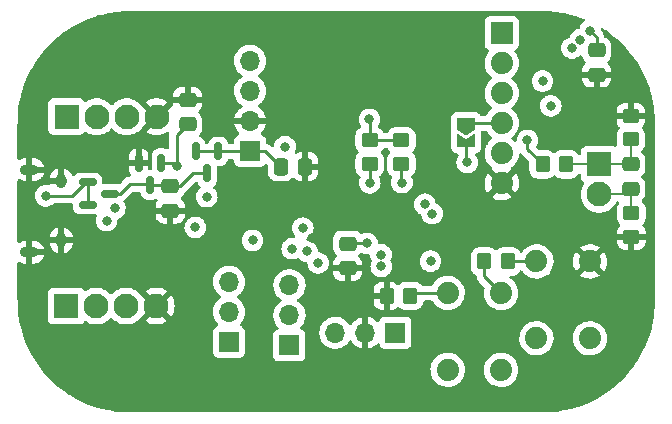
<source format=gbr>
%TF.GenerationSoftware,KiCad,Pcbnew,6.0.11-2627ca5db0~126~ubuntu22.04.1*%
%TF.CreationDate,2023-02-28T18:25:52-05:00*%
%TF.ProjectId,canbus-thermocouple,63616e62-7573-42d7-9468-65726d6f636f,1.0*%
%TF.SameCoordinates,Original*%
%TF.FileFunction,Copper,L4,Bot*%
%TF.FilePolarity,Positive*%
%FSLAX46Y46*%
G04 Gerber Fmt 4.6, Leading zero omitted, Abs format (unit mm)*
G04 Created by KiCad (PCBNEW 6.0.11-2627ca5db0~126~ubuntu22.04.1) date 2023-02-28 18:25:52*
%MOMM*%
%LPD*%
G01*
G04 APERTURE LIST*
G04 Aperture macros list*
%AMRoundRect*
0 Rectangle with rounded corners*
0 $1 Rounding radius*
0 $2 $3 $4 $5 $6 $7 $8 $9 X,Y pos of 4 corners*
0 Add a 4 corners polygon primitive as box body*
4,1,4,$2,$3,$4,$5,$6,$7,$8,$9,$2,$3,0*
0 Add four circle primitives for the rounded corners*
1,1,$1+$1,$2,$3*
1,1,$1+$1,$4,$5*
1,1,$1+$1,$6,$7*
1,1,$1+$1,$8,$9*
0 Add four rect primitives between the rounded corners*
20,1,$1+$1,$2,$3,$4,$5,0*
20,1,$1+$1,$4,$5,$6,$7,0*
20,1,$1+$1,$6,$7,$8,$9,0*
20,1,$1+$1,$8,$9,$2,$3,0*%
%AMFreePoly0*
4,1,6,1.000000,0.000000,0.500000,-0.750000,-0.500000,-0.750000,-0.500000,0.750000,0.500000,0.750000,1.000000,0.000000,1.000000,0.000000,$1*%
%AMFreePoly1*
4,1,6,0.500000,-0.750000,-0.650000,-0.750000,-0.150000,0.000000,-0.650000,0.750000,0.500000,0.750000,0.500000,-0.750000,0.500000,-0.750000,$1*%
G04 Aperture macros list end*
%TA.AperFunction,SMDPad,CuDef*%
%ADD10RoundRect,0.250000X-0.450000X0.350000X-0.450000X-0.350000X0.450000X-0.350000X0.450000X0.350000X0*%
%TD*%
%TA.AperFunction,ComponentPad*%
%ADD11R,1.700000X1.700000*%
%TD*%
%TA.AperFunction,ComponentPad*%
%ADD12O,1.700000X1.700000*%
%TD*%
%TA.AperFunction,ComponentPad*%
%ADD13R,2.100000X2.100000*%
%TD*%
%TA.AperFunction,ComponentPad*%
%ADD14C,2.100000*%
%TD*%
%TA.AperFunction,SMDPad,CuDef*%
%ADD15RoundRect,0.250000X-0.350000X-0.450000X0.350000X-0.450000X0.350000X0.450000X-0.350000X0.450000X0*%
%TD*%
%TA.AperFunction,SMDPad,CuDef*%
%ADD16RoundRect,0.250000X0.450000X-0.350000X0.450000X0.350000X-0.450000X0.350000X-0.450000X-0.350000X0*%
%TD*%
%TA.AperFunction,SMDPad,CuDef*%
%ADD17RoundRect,0.250000X-0.475000X0.337500X-0.475000X-0.337500X0.475000X-0.337500X0.475000X0.337500X0*%
%TD*%
%TA.AperFunction,ComponentPad*%
%ADD18C,1.879600*%
%TD*%
%TA.AperFunction,ComponentPad*%
%ADD19R,1.879600X1.879600*%
%TD*%
%TA.AperFunction,ComponentPad*%
%ADD20O,0.950000X1.250000*%
%TD*%
%TA.AperFunction,ComponentPad*%
%ADD21O,1.550000X0.890000*%
%TD*%
%TA.AperFunction,SMDPad,CuDef*%
%ADD22RoundRect,0.250000X-0.337500X-0.475000X0.337500X-0.475000X0.337500X0.475000X-0.337500X0.475000X0*%
%TD*%
%TA.AperFunction,SMDPad,CuDef*%
%ADD23RoundRect,0.150000X-0.150000X0.587500X-0.150000X-0.587500X0.150000X-0.587500X0.150000X0.587500X0*%
%TD*%
%TA.AperFunction,SMDPad,CuDef*%
%ADD24RoundRect,0.250000X0.350000X0.450000X-0.350000X0.450000X-0.350000X-0.450000X0.350000X-0.450000X0*%
%TD*%
%TA.AperFunction,SMDPad,CuDef*%
%ADD25RoundRect,0.250000X0.475000X-0.337500X0.475000X0.337500X-0.475000X0.337500X-0.475000X-0.337500X0*%
%TD*%
%TA.AperFunction,SMDPad,CuDef*%
%ADD26RoundRect,0.150000X-0.587500X-0.150000X0.587500X-0.150000X0.587500X0.150000X-0.587500X0.150000X0*%
%TD*%
%TA.AperFunction,SMDPad,CuDef*%
%ADD27FreePoly0,270.000000*%
%TD*%
%TA.AperFunction,SMDPad,CuDef*%
%ADD28FreePoly1,270.000000*%
%TD*%
%TA.AperFunction,ViaPad*%
%ADD29C,0.800000*%
%TD*%
%TA.AperFunction,Conductor*%
%ADD30C,0.250000*%
%TD*%
%TA.AperFunction,Conductor*%
%ADD31C,0.200000*%
%TD*%
G04 APERTURE END LIST*
D10*
%TO.P,R9,1*%
%TO.N,+3V3*%
X85325000Y-80050000D03*
%TO.P,R9,2*%
%TO.N,SCL*%
X85325000Y-82050000D03*
%TD*%
%TO.P,R7,1*%
%TO.N,+3V3*%
X88000000Y-80075000D03*
%TO.P,R7,2*%
%TO.N,SDA*%
X88000000Y-82075000D03*
%TD*%
D11*
%TO.P,U3,1,Vout*%
%TO.N,+5V*%
X75197300Y-80977600D03*
D12*
%TO.P,U3,2,GND*%
%TO.N,GND*%
X75197300Y-78437600D03*
%TO.P,U3,3,Vin*%
%TO.N,+12V*%
X75197300Y-75897600D03*
%TO.P,U3,4,EN*%
%TO.N,unconnected-(U3-Pad4)*%
X75197300Y-73357600D03*
%TD*%
D13*
%TO.P,J4,1,Pin_1*%
%TO.N,VIN+*%
X104750000Y-82100000D03*
D14*
%TO.P,J4,2,Pin_2*%
%TO.N,VIN-*%
X104750000Y-84640000D03*
%TD*%
D15*
%TO.P,R3,1*%
%TO.N,+3V3*%
X99950000Y-82100000D03*
%TO.P,R3,2*%
%TO.N,VIN+*%
X101950000Y-82100000D03*
%TD*%
D16*
%TO.P,R4,1*%
%TO.N,VIN+*%
X107425000Y-80000000D03*
%TO.P,R4,2*%
%TO.N,GND*%
X107425000Y-78000000D03*
%TD*%
D17*
%TO.P,C8,1*%
%TO.N,VIN+*%
X107425000Y-82100000D03*
%TO.P,C8,2*%
%TO.N,VIN-*%
X107425000Y-84175000D03*
%TD*%
%TO.P,C9,1*%
%TO.N,+3V3*%
X104525000Y-72425000D03*
%TO.P,C9,2*%
%TO.N,GND*%
X104525000Y-74500000D03*
%TD*%
D10*
%TO.P,R6,1*%
%TO.N,VIN-*%
X107475000Y-86250000D03*
%TO.P,R6,2*%
%TO.N,GND*%
X107475000Y-88250000D03*
%TD*%
D11*
%TO.P,JP1,1,A*%
%TO.N,CAN_RX*%
X73400000Y-97140000D03*
D12*
%TO.P,JP1,2,C*%
%TO.N,Net-(JP1-Pad2)*%
X73400000Y-94600000D03*
%TO.P,JP1,3,B*%
%TO.N,USB_D-*%
X73400000Y-92060000D03*
%TD*%
D13*
%TO.P,J6,1,Pin_1*%
%TO.N,+BATT*%
X59625000Y-94100000D03*
D14*
%TO.P,J6,2,Pin_2*%
%TO.N,CANH*%
X62165000Y-94100000D03*
%TO.P,J6,3,Pin_3*%
%TO.N,CANL*%
X64705000Y-94100000D03*
%TO.P,J6,4,Pin_4*%
%TO.N,GND*%
X67245000Y-94100000D03*
%TD*%
D11*
%TO.P,J2,1,Pin_1*%
%TO.N,SWDIO*%
X87490000Y-96350000D03*
D12*
%TO.P,J2,2,Pin_2*%
%TO.N,GND*%
X84950000Y-96350000D03*
%TO.P,J2,3,Pin_3*%
%TO.N,SWDCLK*%
X82410000Y-96350000D03*
%TD*%
D18*
%TO.P,S1,1,1*%
%TO.N,+3V3*%
X96435600Y-92998800D03*
%TO.P,S1,2,1*%
%TO.N,unconnected-(S1-Pad2)*%
X96435600Y-99501200D03*
%TO.P,S1,3,2*%
%TO.N,Net-(R1-Pad1)*%
X91914400Y-92998800D03*
%TO.P,S1,4,2*%
%TO.N,unconnected-(S1-Pad4)*%
X91914400Y-99501200D03*
%TD*%
D19*
%TO.P,J3,1,DTR*%
%TO.N,unconnected-(J3-Pad1)*%
X96500000Y-70990000D03*
D18*
%TO.P,J3,2,RXD*%
%TO.N,RXD2*%
X96500000Y-73530000D03*
%TO.P,J3,3,TXD*%
%TO.N,TXD2*%
X96500000Y-76070000D03*
%TO.P,J3,4,VCC*%
%TO.N,Net-(J3-Pad4)*%
X96500000Y-78610000D03*
%TO.P,J3,5,CTS*%
%TO.N,unconnected-(J3-Pad5)*%
X96500000Y-81150000D03*
%TO.P,J3,6,GND*%
%TO.N,GND*%
X96500000Y-83690000D03*
%TD*%
D13*
%TO.P,J5,1,Pin_1*%
%TO.N,+BATT*%
X59660000Y-78075000D03*
D14*
%TO.P,J5,2,Pin_2*%
%TO.N,CANH*%
X62200000Y-78075000D03*
%TO.P,J5,3,Pin_3*%
%TO.N,CANL*%
X64740000Y-78075000D03*
%TO.P,J5,4,Pin_4*%
%TO.N,GND*%
X67280000Y-78075000D03*
%TD*%
D18*
%TO.P,S2,1,1*%
%TO.N,GND*%
X103960600Y-90323800D03*
%TO.P,S2,2,1*%
%TO.N,unconnected-(S2-Pad2)*%
X103960600Y-96826200D03*
%TO.P,S2,3,2*%
%TO.N,~{RESET}*%
X99439400Y-90323800D03*
%TO.P,S2,4,2*%
%TO.N,unconnected-(S2-Pad4)*%
X99439400Y-96826200D03*
%TD*%
D20*
%TO.P,J1,6,Shield*%
%TO.N,GND*%
X59210000Y-83550000D03*
D21*
X56510000Y-82550000D03*
X56510000Y-89550000D03*
D20*
X59210000Y-88550000D03*
%TD*%
D11*
%TO.P,JP2,1,A*%
%TO.N,CAN_TX*%
X78525000Y-97425000D03*
D12*
%TO.P,JP2,2,C*%
%TO.N,Net-(JP2-Pad2)*%
X78525000Y-94885000D03*
%TO.P,JP2,3,B*%
%TO.N,USB_D+*%
X78525000Y-92345000D03*
%TD*%
D22*
%TO.P,C7,1*%
%TO.N,+5V*%
X77787500Y-82300000D03*
%TO.P,C7,2*%
%TO.N,GND*%
X79862500Y-82300000D03*
%TD*%
D23*
%TO.P,U1,1,GND*%
%TO.N,GND*%
X65775000Y-81987500D03*
%TO.P,U1,2,VO*%
%TO.N,+3V3*%
X67675000Y-81987500D03*
%TO.P,U1,3,VI*%
%TO.N,+5VP*%
X66725000Y-83862500D03*
%TD*%
D24*
%TO.P,R1,1*%
%TO.N,Net-(R1-Pad1)*%
X88750000Y-93250000D03*
%TO.P,R1,2*%
%TO.N,GND*%
X86750000Y-93250000D03*
%TD*%
D25*
%TO.P,C2,1*%
%TO.N,GND*%
X83450000Y-90887500D03*
%TO.P,C2,2*%
%TO.N,+3V3*%
X83450000Y-88812500D03*
%TD*%
%TO.P,C3,1*%
%TO.N,+3V3*%
X69900000Y-78712500D03*
%TO.P,C3,2*%
%TO.N,GND*%
X69900000Y-76637500D03*
%TD*%
D17*
%TO.P,C1,1*%
%TO.N,+5VP*%
X68425000Y-83950000D03*
%TO.P,C1,2*%
%TO.N,GND*%
X68425000Y-86025000D03*
%TD*%
D26*
%TO.P,Q2,1,G*%
%TO.N,VBUS*%
X61437500Y-85525000D03*
%TO.P,Q2,2,S*%
X61437500Y-83625000D03*
%TO.P,Q2,3,D*%
%TO.N,+5VP*%
X63312500Y-84575000D03*
%TD*%
D23*
%TO.P,Q1,1,G*%
%TO.N,+5V*%
X70600000Y-81000000D03*
%TO.P,Q1,2,S*%
X72500000Y-81000000D03*
%TO.P,Q1,3,D*%
%TO.N,+5VP*%
X71550000Y-82875000D03*
%TD*%
D27*
%TO.P,JP3,1,A*%
%TO.N,Net-(J3-Pad4)*%
X93475000Y-78700000D03*
D28*
%TO.P,JP3,2,B*%
%TO.N,+3V3*%
X93475000Y-80150000D03*
%TD*%
D15*
%TO.P,R2,1*%
%TO.N,+3V3*%
X95000000Y-90325000D03*
%TO.P,R2,2*%
%TO.N,~{RESET}*%
X97000000Y-90325000D03*
%TD*%
D29*
%TO.N,+3V3*%
X85300000Y-78300000D03*
%TO.N,SDA*%
X102443245Y-72256755D03*
%TO.N,SCL*%
X103150000Y-71550000D03*
%TO.N,SDA*%
X88050000Y-83650000D03*
%TO.N,SCL*%
X85325000Y-83675000D03*
%TO.N,SDA*%
X86300000Y-90750000D03*
%TO.N,SCL*%
X86275000Y-89750000D03*
%TO.N,VIN-*%
X100650000Y-77150000D03*
%TO.N,VIN+*%
X99950000Y-75050000D03*
%TO.N,+3V3*%
X98675000Y-80075000D03*
X103975000Y-70775000D03*
%TO.N,GND*%
X104575000Y-75775000D03*
X80450000Y-88350000D03*
X72725000Y-70575000D03*
X93350000Y-91850000D03*
X80600000Y-85425000D03*
X75300000Y-86775000D03*
%TO.N,+3V3*%
X78150000Y-80600000D03*
X85100000Y-88800000D03*
X93575000Y-81950000D03*
X78750000Y-89250000D03*
X68975000Y-82275000D03*
%TO.N,VBUS*%
X57884502Y-84775000D03*
%TO.N,USB_D-*%
X63750000Y-85825000D03*
%TO.N,USB_D+*%
X63050000Y-86875000D03*
%TO.N,CAN_RX*%
X71525000Y-84850000D03*
%TO.N,Net-(JP1-Pad2)*%
X80025000Y-89475000D03*
%TO.N,CAN_TX*%
X75400000Y-88550000D03*
%TO.N,Net-(JP2-Pad2)*%
X80950000Y-90450000D03*
%TO.N,CAN_STBY*%
X70550000Y-87450000D03*
X79650000Y-87500000D03*
%TO.N,TXD2*%
X90600000Y-86275000D03*
%TO.N,RXD2*%
X89990592Y-85482770D03*
%TO.N,~{RESET}*%
X90475000Y-90300000D03*
%TD*%
D30*
%TO.N,+3V3*%
X85325000Y-78325000D02*
X85300000Y-78300000D01*
X85325000Y-80050000D02*
X85325000Y-78325000D01*
X88000000Y-80075000D02*
X85350000Y-80075000D01*
X85350000Y-80075000D02*
X85325000Y-80050000D01*
%TO.N,SDA*%
X88000000Y-83600000D02*
X88050000Y-83650000D01*
X88000000Y-82075000D02*
X88000000Y-83600000D01*
%TO.N,SCL*%
X85325000Y-82050000D02*
X85325000Y-83675000D01*
%TO.N,+3V3*%
X98675000Y-80825000D02*
X98675000Y-80075000D01*
X99950000Y-82100000D02*
X98675000Y-80825000D01*
X104525000Y-71325000D02*
X103975000Y-70775000D01*
X104525000Y-72425000D02*
X104525000Y-71325000D01*
D31*
%TO.N,VIN+*%
X101950000Y-82100000D02*
X104750000Y-82100000D01*
X107425000Y-82100000D02*
X107425000Y-80000000D01*
%TO.N,VIN-*%
X107475000Y-86250000D02*
X107475000Y-84225000D01*
X107475000Y-84225000D02*
X107425000Y-84175000D01*
X107425000Y-84175000D02*
X106960000Y-84640000D01*
X106960000Y-84640000D02*
X104750000Y-84640000D01*
%TO.N,VIN+*%
X107425000Y-82100000D02*
X104750000Y-82100000D01*
D30*
%TO.N,+3V3*%
X83462500Y-88800000D02*
X83450000Y-88812500D01*
X68687500Y-81987500D02*
X68975000Y-82275000D01*
X85100000Y-88800000D02*
X83462500Y-88800000D01*
X67675000Y-81987500D02*
X68687500Y-81987500D01*
X68975000Y-79650000D02*
X68975000Y-82275000D01*
X69900000Y-78725000D02*
X68975000Y-79650000D01*
X95000000Y-90325000D02*
X95000000Y-91563200D01*
X93475000Y-80150000D02*
X93475000Y-81850000D01*
X93475000Y-81850000D02*
X93575000Y-81950000D01*
X95000000Y-91563200D02*
X96435600Y-92998800D01*
X69900000Y-78712500D02*
X69900000Y-78725000D01*
%TO.N,+5VP*%
X63312500Y-84575000D02*
X64200000Y-84575000D01*
X64200000Y-84575000D02*
X65000000Y-83775000D01*
X68425000Y-83950000D02*
X69300000Y-83950000D01*
X65000000Y-83775000D02*
X66675000Y-83775000D01*
X70375000Y-82875000D02*
X71550000Y-82875000D01*
X69300000Y-83950000D02*
X70375000Y-82875000D01*
X68337500Y-83862500D02*
X68425000Y-83950000D01*
X66725000Y-83862500D02*
X68337500Y-83862500D01*
%TO.N,+5V*%
X77787500Y-82300000D02*
X76490100Y-81002600D01*
X72500000Y-81000000D02*
X72502600Y-81002600D01*
X72500000Y-81000000D02*
X70600000Y-81000000D01*
X76490100Y-81002600D02*
X75247300Y-81002600D01*
X72502600Y-81002600D02*
X75247300Y-81002600D01*
%TO.N,VBUS*%
X57884502Y-84775000D02*
X60125000Y-84775000D01*
X60125000Y-84775000D02*
X61275000Y-83625000D01*
X61437500Y-85525000D02*
X61437500Y-83625000D01*
X61275000Y-83625000D02*
X61437500Y-83625000D01*
%TO.N,Net-(R1-Pad1)*%
X89001200Y-92998800D02*
X91914400Y-92998800D01*
X88750000Y-93250000D02*
X89001200Y-92998800D01*
%TO.N,~{RESET}*%
X99438200Y-90325000D02*
X99439400Y-90323800D01*
X97000000Y-90325000D02*
X99438200Y-90325000D01*
%TO.N,Net-(J3-Pad4)*%
X93565000Y-78610000D02*
X96500000Y-78610000D01*
X93475000Y-78700000D02*
X93565000Y-78610000D01*
%TD*%
%TA.AperFunction,Conductor*%
%TO.N,GND*%
G36*
X99961288Y-69127468D02*
G01*
X99976121Y-69129778D01*
X99976125Y-69129778D01*
X99984994Y-69131159D01*
X100008118Y-69128135D01*
X100028399Y-69127135D01*
X100583290Y-69144571D01*
X100591190Y-69145068D01*
X100925772Y-69176694D01*
X101176940Y-69200436D01*
X101184776Y-69201426D01*
X101505358Y-69252200D01*
X101765890Y-69293463D01*
X101773666Y-69294946D01*
X102347862Y-69423292D01*
X102355528Y-69425261D01*
X102756319Y-69541700D01*
X102779571Y-69548455D01*
X102920513Y-69589402D01*
X102928030Y-69591844D01*
X103459589Y-69783216D01*
X103516906Y-69825109D01*
X103542475Y-69891342D01*
X103528177Y-69960884D01*
X103490968Y-70003702D01*
X103363747Y-70096134D01*
X103235960Y-70238056D01*
X103140473Y-70403444D01*
X103138432Y-70409726D01*
X103086242Y-70570349D01*
X103046168Y-70628954D01*
X102992607Y-70654659D01*
X102867712Y-70681206D01*
X102861682Y-70683891D01*
X102861681Y-70683891D01*
X102699278Y-70756197D01*
X102699276Y-70756198D01*
X102693248Y-70758882D01*
X102687907Y-70762762D01*
X102687906Y-70762763D01*
X102649145Y-70790925D01*
X102538747Y-70871134D01*
X102534326Y-70876044D01*
X102534325Y-70876045D01*
X102439261Y-70981625D01*
X102410960Y-71013056D01*
X102315473Y-71178444D01*
X102309724Y-71196137D01*
X102276289Y-71299039D01*
X102236215Y-71357644D01*
X102182655Y-71383348D01*
X102167420Y-71386587D01*
X102167418Y-71386588D01*
X102160957Y-71387961D01*
X102154927Y-71390646D01*
X102154926Y-71390646D01*
X101992523Y-71462952D01*
X101992521Y-71462953D01*
X101986493Y-71465637D01*
X101831992Y-71577889D01*
X101827571Y-71582799D01*
X101827570Y-71582800D01*
X101723439Y-71698450D01*
X101704205Y-71719811D01*
X101608718Y-71885199D01*
X101549703Y-72066827D01*
X101549013Y-72073388D01*
X101549013Y-72073390D01*
X101530431Y-72250190D01*
X101529741Y-72256755D01*
X101549703Y-72446683D01*
X101608718Y-72628311D01*
X101704205Y-72793699D01*
X101708623Y-72798606D01*
X101708624Y-72798607D01*
X101788128Y-72886905D01*
X101831992Y-72935621D01*
X101931088Y-73007619D01*
X101978107Y-73041780D01*
X101986493Y-73047873D01*
X101992521Y-73050557D01*
X101992523Y-73050558D01*
X102154926Y-73122864D01*
X102160957Y-73125549D01*
X102254357Y-73145402D01*
X102341301Y-73163883D01*
X102341306Y-73163883D01*
X102347758Y-73165255D01*
X102538732Y-73165255D01*
X102545184Y-73163883D01*
X102545189Y-73163883D01*
X102632133Y-73145402D01*
X102725533Y-73125549D01*
X102731564Y-73122864D01*
X102893967Y-73050558D01*
X102893969Y-73050557D01*
X102899997Y-73047873D01*
X102908384Y-73041780D01*
X102955402Y-73007619D01*
X103054498Y-72935621D01*
X103094845Y-72890811D01*
X103155291Y-72853571D01*
X103226274Y-72854923D01*
X103285259Y-72894436D01*
X103308004Y-72935245D01*
X103356128Y-73079491D01*
X103356134Y-73079503D01*
X103358450Y-73086446D01*
X103451522Y-73236848D01*
X103576697Y-73361805D01*
X103581235Y-73364602D01*
X103621824Y-73421853D01*
X103625054Y-73492776D01*
X103589428Y-73554187D01*
X103580932Y-73561562D01*
X103570793Y-73569598D01*
X103456261Y-73684329D01*
X103447249Y-73695740D01*
X103362184Y-73833743D01*
X103356037Y-73846924D01*
X103304862Y-74001210D01*
X103301995Y-74014586D01*
X103292328Y-74108938D01*
X103292000Y-74115355D01*
X103292000Y-74227885D01*
X103296475Y-74243124D01*
X103297865Y-74244329D01*
X103305548Y-74246000D01*
X105739884Y-74246000D01*
X105755123Y-74241525D01*
X105756328Y-74240135D01*
X105757999Y-74232452D01*
X105757999Y-74115405D01*
X105757662Y-74108886D01*
X105747743Y-74013294D01*
X105744851Y-73999900D01*
X105693412Y-73845716D01*
X105687239Y-73832538D01*
X105601937Y-73694693D01*
X105592901Y-73683292D01*
X105478172Y-73568762D01*
X105469238Y-73561706D01*
X105428177Y-73503788D01*
X105424947Y-73432865D01*
X105460574Y-73371454D01*
X105468407Y-73364654D01*
X105474348Y-73360978D01*
X105599305Y-73235803D01*
X105634601Y-73178543D01*
X105688275Y-73091468D01*
X105688276Y-73091466D01*
X105692115Y-73085238D01*
X105740453Y-72939504D01*
X105745632Y-72923889D01*
X105745632Y-72923887D01*
X105747797Y-72917361D01*
X105758500Y-72812900D01*
X105758500Y-72037100D01*
X105758163Y-72033850D01*
X105748238Y-71938192D01*
X105748237Y-71938188D01*
X105747526Y-71931334D01*
X105691550Y-71763554D01*
X105598478Y-71613152D01*
X105473303Y-71488195D01*
X105467072Y-71484354D01*
X105328968Y-71399225D01*
X105328966Y-71399224D01*
X105322738Y-71395385D01*
X105242828Y-71368880D01*
X105184468Y-71328449D01*
X105157231Y-71262885D01*
X105156557Y-71253244D01*
X105155922Y-71233037D01*
X105155673Y-71225110D01*
X105150022Y-71205658D01*
X105146014Y-71186306D01*
X105144468Y-71174068D01*
X105144467Y-71174066D01*
X105143474Y-71166203D01*
X105127194Y-71125086D01*
X105123359Y-71113885D01*
X105111018Y-71071406D01*
X105106985Y-71064587D01*
X105106983Y-71064582D01*
X105100707Y-71053971D01*
X105092010Y-71036221D01*
X105084552Y-71017383D01*
X105077843Y-71008148D01*
X105058572Y-70981625D01*
X105052053Y-70971701D01*
X105033578Y-70940460D01*
X105033574Y-70940455D01*
X105029542Y-70933637D01*
X105015218Y-70919313D01*
X105002376Y-70904278D01*
X104990472Y-70887893D01*
X104956406Y-70859711D01*
X104947627Y-70851722D01*
X104922122Y-70826217D01*
X104888096Y-70763905D01*
X104885907Y-70750290D01*
X104882974Y-70722379D01*
X104895747Y-70652541D01*
X104944250Y-70600695D01*
X105013083Y-70583302D01*
X105072381Y-70600733D01*
X105073652Y-70601484D01*
X105080367Y-70605743D01*
X105313096Y-70763905D01*
X105566975Y-70936440D01*
X105573379Y-70941092D01*
X106038283Y-71301707D01*
X106044382Y-71306753D01*
X106485706Y-71695829D01*
X106491476Y-71701247D01*
X106907503Y-72117272D01*
X106912922Y-72123042D01*
X107025019Y-72250190D01*
X107195228Y-72443252D01*
X107302018Y-72564381D01*
X107307063Y-72570481D01*
X107667664Y-73035363D01*
X107672317Y-73041766D01*
X107730189Y-73126921D01*
X107998007Y-73521000D01*
X108003025Y-73528384D01*
X108007261Y-73535060D01*
X108290855Y-74014586D01*
X108306760Y-74041480D01*
X108310568Y-74048407D01*
X108554176Y-74526509D01*
X108577686Y-74572650D01*
X108581055Y-74579809D01*
X108781935Y-75044011D01*
X108814720Y-75119773D01*
X108817632Y-75127128D01*
X109016933Y-75680701D01*
X109019378Y-75688226D01*
X109163901Y-76185669D01*
X109183529Y-76253229D01*
X109185494Y-76260886D01*
X109231623Y-76467251D01*
X109313838Y-76835057D01*
X109315322Y-76842832D01*
X109379511Y-77248091D01*
X109395689Y-77350230D01*
X109407366Y-77423956D01*
X109408357Y-77431804D01*
X109423458Y-77591546D01*
X109463728Y-78017550D01*
X109464225Y-78025450D01*
X109481416Y-78572430D01*
X109479978Y-78595771D01*
X109478958Y-78602319D01*
X109478958Y-78602325D01*
X109477577Y-78611194D01*
X109478741Y-78620096D01*
X109478741Y-78620098D01*
X109481704Y-78642753D01*
X109482768Y-78659091D01*
X109482768Y-93568101D01*
X109481268Y-93587486D01*
X109478958Y-93602319D01*
X109478958Y-93602323D01*
X109477577Y-93611192D01*
X109480379Y-93632617D01*
X109480599Y-93634302D01*
X109481601Y-93654597D01*
X109464163Y-94209486D01*
X109463666Y-94217385D01*
X109424704Y-94629570D01*
X109409566Y-94789715D01*
X109408298Y-94803125D01*
X109407307Y-94810970D01*
X109378714Y-94991500D01*
X109315265Y-95392100D01*
X109313786Y-95399856D01*
X109185432Y-95974073D01*
X109183475Y-95981694D01*
X109019888Y-96544767D01*
X109019326Y-96546701D01*
X109016884Y-96554217D01*
X108948124Y-96745205D01*
X108817583Y-97107797D01*
X108814669Y-97115156D01*
X108623865Y-97556081D01*
X108597749Y-97616433D01*
X108581009Y-97655116D01*
X108577646Y-97662264D01*
X108398761Y-98013344D01*
X108310531Y-98186504D01*
X108306718Y-98193440D01*
X108007221Y-98699863D01*
X108002979Y-98706547D01*
X107954693Y-98777598D01*
X107777809Y-99037875D01*
X107672279Y-99193157D01*
X107667632Y-99199553D01*
X107307007Y-99664469D01*
X107301985Y-99670538D01*
X106979627Y-100036182D01*
X106912888Y-100111882D01*
X106907469Y-100117652D01*
X106491452Y-100533669D01*
X106485683Y-100539087D01*
X106044338Y-100928185D01*
X106038269Y-100933207D01*
X105885778Y-101051491D01*
X105573360Y-101293827D01*
X105566957Y-101298479D01*
X105080347Y-101629179D01*
X105073663Y-101633421D01*
X104567240Y-101932918D01*
X104560306Y-101936730D01*
X104036064Y-102203846D01*
X104028916Y-102207209D01*
X103488956Y-102440869D01*
X103481597Y-102443783D01*
X103204813Y-102543431D01*
X102928017Y-102643084D01*
X102920513Y-102645522D01*
X102355494Y-102809675D01*
X102347873Y-102811632D01*
X101773656Y-102939986D01*
X101765900Y-102941465D01*
X101431794Y-102994382D01*
X101184770Y-103033507D01*
X101176931Y-103034497D01*
X101011993Y-103050088D01*
X100591185Y-103089866D01*
X100583286Y-103090363D01*
X100035968Y-103107563D01*
X100012626Y-103106125D01*
X100006418Y-103105158D01*
X100006413Y-103105158D01*
X99997544Y-103103777D01*
X99988642Y-103104941D01*
X99988640Y-103104941D01*
X99974434Y-103106799D01*
X99965982Y-103107904D01*
X99949647Y-103108968D01*
X65040635Y-103108968D01*
X65021250Y-103107468D01*
X65006417Y-103105158D01*
X65006413Y-103105158D01*
X64997544Y-103103777D01*
X64988642Y-103104941D01*
X64988640Y-103104941D01*
X64980844Y-103105961D01*
X64974431Y-103106799D01*
X64954139Y-103107801D01*
X64399250Y-103090363D01*
X64391350Y-103089866D01*
X64054857Y-103058058D01*
X63805603Y-103034496D01*
X63797767Y-103033506D01*
X63216645Y-102941466D01*
X63208877Y-102939983D01*
X62634687Y-102811636D01*
X62627020Y-102809668D01*
X62356581Y-102731098D01*
X62062024Y-102645521D01*
X62054521Y-102643083D01*
X61500925Y-102443777D01*
X61493597Y-102440875D01*
X60953606Y-102207200D01*
X60946474Y-102203844D01*
X60422233Y-101936730D01*
X60415297Y-101932917D01*
X60347544Y-101892848D01*
X59908859Y-101633411D01*
X59902207Y-101629189D01*
X59415574Y-101298473D01*
X59409185Y-101293831D01*
X58944269Y-100933206D01*
X58938200Y-100928184D01*
X58496856Y-100539087D01*
X58491086Y-100533668D01*
X58075069Y-100117651D01*
X58069650Y-100111881D01*
X57680567Y-99670552D01*
X57675521Y-99664453D01*
X57521348Y-99465694D01*
X90461570Y-99465694D01*
X90461867Y-99470846D01*
X90461867Y-99470850D01*
X90467902Y-99575513D01*
X90475279Y-99703455D01*
X90476416Y-99708501D01*
X90476417Y-99708507D01*
X90509511Y-99855356D01*
X90527637Y-99935785D01*
X90529579Y-99940567D01*
X90529580Y-99940571D01*
X90599142Y-100111881D01*
X90617237Y-100156444D01*
X90741674Y-100359506D01*
X90897604Y-100539517D01*
X91080842Y-100691644D01*
X91085294Y-100694246D01*
X91085299Y-100694249D01*
X91183733Y-100751769D01*
X91286465Y-100811801D01*
X91508952Y-100896760D01*
X91514018Y-100897791D01*
X91514019Y-100897791D01*
X91568356Y-100908846D01*
X91742328Y-100944241D01*
X91876521Y-100949162D01*
X91975160Y-100952779D01*
X91975164Y-100952779D01*
X91980324Y-100952968D01*
X91985444Y-100952312D01*
X91985446Y-100952312D01*
X92211423Y-100923364D01*
X92211424Y-100923364D01*
X92216551Y-100922707D01*
X92299600Y-100897791D01*
X92439716Y-100855754D01*
X92439717Y-100855753D01*
X92444662Y-100854270D01*
X92658533Y-100749495D01*
X92662736Y-100746497D01*
X92662741Y-100746494D01*
X92848216Y-100614196D01*
X92848218Y-100614194D01*
X92852420Y-100611197D01*
X93021116Y-100443089D01*
X93160090Y-100249686D01*
X93206174Y-100156444D01*
X93263317Y-100040824D01*
X93263318Y-100040822D01*
X93265611Y-100036182D01*
X93334843Y-99808311D01*
X93349328Y-99698286D01*
X93365492Y-99575513D01*
X93365492Y-99575509D01*
X93365929Y-99572192D01*
X93367664Y-99501200D01*
X93364745Y-99465694D01*
X94982770Y-99465694D01*
X94983067Y-99470846D01*
X94983067Y-99470850D01*
X94989102Y-99575513D01*
X94996479Y-99703455D01*
X94997616Y-99708501D01*
X94997617Y-99708507D01*
X95030711Y-99855356D01*
X95048837Y-99935785D01*
X95050779Y-99940567D01*
X95050780Y-99940571D01*
X95120342Y-100111881D01*
X95138437Y-100156444D01*
X95262874Y-100359506D01*
X95418804Y-100539517D01*
X95602042Y-100691644D01*
X95606494Y-100694246D01*
X95606499Y-100694249D01*
X95704933Y-100751769D01*
X95807665Y-100811801D01*
X96030152Y-100896760D01*
X96035218Y-100897791D01*
X96035219Y-100897791D01*
X96089556Y-100908846D01*
X96263528Y-100944241D01*
X96397721Y-100949162D01*
X96496360Y-100952779D01*
X96496364Y-100952779D01*
X96501524Y-100952968D01*
X96506644Y-100952312D01*
X96506646Y-100952312D01*
X96732623Y-100923364D01*
X96732624Y-100923364D01*
X96737751Y-100922707D01*
X96820800Y-100897791D01*
X96960916Y-100855754D01*
X96960917Y-100855753D01*
X96965862Y-100854270D01*
X97179733Y-100749495D01*
X97183936Y-100746497D01*
X97183941Y-100746494D01*
X97369416Y-100614196D01*
X97369418Y-100614194D01*
X97373620Y-100611197D01*
X97542316Y-100443089D01*
X97681290Y-100249686D01*
X97727374Y-100156444D01*
X97784517Y-100040824D01*
X97784518Y-100040822D01*
X97786811Y-100036182D01*
X97856043Y-99808311D01*
X97870528Y-99698286D01*
X97886692Y-99575513D01*
X97886692Y-99575509D01*
X97887129Y-99572192D01*
X97888864Y-99501200D01*
X97869350Y-99263844D01*
X97811331Y-99032863D01*
X97716367Y-98814459D01*
X97699294Y-98788067D01*
X97589816Y-98618842D01*
X97587006Y-98614498D01*
X97426724Y-98438350D01*
X97422673Y-98435151D01*
X97422669Y-98435147D01*
X97243878Y-98293947D01*
X97243873Y-98293944D01*
X97239824Y-98290746D01*
X97235308Y-98288253D01*
X97235305Y-98288251D01*
X97035850Y-98178146D01*
X97035846Y-98178144D01*
X97031326Y-98175649D01*
X97026457Y-98173925D01*
X97026453Y-98173923D01*
X96811705Y-98097876D01*
X96811701Y-98097875D01*
X96806830Y-98096150D01*
X96801740Y-98095243D01*
X96801735Y-98095242D01*
X96674414Y-98072564D01*
X96572364Y-98054386D01*
X96483237Y-98053297D01*
X96339395Y-98051539D01*
X96339393Y-98051539D01*
X96334225Y-98051476D01*
X96098809Y-98087500D01*
X95872438Y-98161489D01*
X95867846Y-98163879D01*
X95867847Y-98163879D01*
X95714146Y-98243891D01*
X95661190Y-98271458D01*
X95657057Y-98274561D01*
X95657054Y-98274563D01*
X95474875Y-98411347D01*
X95470740Y-98414452D01*
X95306202Y-98586631D01*
X95303288Y-98590903D01*
X95303287Y-98590904D01*
X95228960Y-98699863D01*
X95171994Y-98783372D01*
X95071722Y-98999391D01*
X95008077Y-99228885D01*
X95007528Y-99234019D01*
X95007528Y-99234021D01*
X95002049Y-99285289D01*
X94982770Y-99465694D01*
X93364745Y-99465694D01*
X93348150Y-99263844D01*
X93290131Y-99032863D01*
X93195167Y-98814459D01*
X93178094Y-98788067D01*
X93068616Y-98618842D01*
X93065806Y-98614498D01*
X92905524Y-98438350D01*
X92901473Y-98435151D01*
X92901469Y-98435147D01*
X92722678Y-98293947D01*
X92722673Y-98293944D01*
X92718624Y-98290746D01*
X92714108Y-98288253D01*
X92714105Y-98288251D01*
X92514650Y-98178146D01*
X92514646Y-98178144D01*
X92510126Y-98175649D01*
X92505257Y-98173925D01*
X92505253Y-98173923D01*
X92290505Y-98097876D01*
X92290501Y-98097875D01*
X92285630Y-98096150D01*
X92280540Y-98095243D01*
X92280535Y-98095242D01*
X92153214Y-98072564D01*
X92051164Y-98054386D01*
X91962037Y-98053297D01*
X91818195Y-98051539D01*
X91818193Y-98051539D01*
X91813025Y-98051476D01*
X91577609Y-98087500D01*
X91351238Y-98161489D01*
X91346646Y-98163879D01*
X91346647Y-98163879D01*
X91192946Y-98243891D01*
X91139990Y-98271458D01*
X91135857Y-98274561D01*
X91135854Y-98274563D01*
X90953675Y-98411347D01*
X90949540Y-98414452D01*
X90785002Y-98586631D01*
X90782088Y-98590903D01*
X90782087Y-98590904D01*
X90707760Y-98699863D01*
X90650794Y-98783372D01*
X90550522Y-98999391D01*
X90486877Y-99228885D01*
X90486328Y-99234019D01*
X90486328Y-99234021D01*
X90480849Y-99285289D01*
X90461570Y-99465694D01*
X57521348Y-99465694D01*
X57364777Y-99263844D01*
X57314907Y-99199552D01*
X57310260Y-99193155D01*
X56979560Y-98706544D01*
X56975318Y-98699861D01*
X56675821Y-98193439D01*
X56672008Y-98186503D01*
X56583779Y-98013344D01*
X56404894Y-97662263D01*
X56401538Y-97655131D01*
X56167864Y-97115141D01*
X56164962Y-97107811D01*
X55965655Y-96554215D01*
X55963217Y-96546712D01*
X55839604Y-96121233D01*
X55799071Y-95981717D01*
X55797103Y-95974050D01*
X55668756Y-95399860D01*
X55667272Y-95392085D01*
X55665652Y-95381857D01*
X55636553Y-95198134D01*
X58066500Y-95198134D01*
X58073255Y-95260316D01*
X58124385Y-95396705D01*
X58211739Y-95513261D01*
X58328295Y-95600615D01*
X58464684Y-95651745D01*
X58526866Y-95658500D01*
X60723134Y-95658500D01*
X60785316Y-95651745D01*
X60921705Y-95600615D01*
X61038261Y-95513261D01*
X61111128Y-95416035D01*
X61167988Y-95373521D01*
X61238806Y-95368496D01*
X61277788Y-95384168D01*
X61303395Y-95399860D01*
X61455268Y-95492927D01*
X61526946Y-95522617D01*
X61677335Y-95584911D01*
X61677337Y-95584912D01*
X61681908Y-95586805D01*
X61716997Y-95595229D01*
X61915630Y-95642917D01*
X61915636Y-95642918D01*
X61920443Y-95644072D01*
X62165000Y-95663319D01*
X62409557Y-95644072D01*
X62414364Y-95642918D01*
X62414370Y-95642917D01*
X62613003Y-95595229D01*
X62648092Y-95586805D01*
X62652663Y-95584912D01*
X62652665Y-95584911D01*
X62803054Y-95522617D01*
X62874732Y-95492927D01*
X63026605Y-95399860D01*
X63079670Y-95367342D01*
X63079673Y-95367340D01*
X63083896Y-95364752D01*
X63089819Y-95359694D01*
X63266677Y-95208641D01*
X63270433Y-95205433D01*
X63302456Y-95167939D01*
X63339189Y-95124931D01*
X63398640Y-95086122D01*
X63469635Y-95085616D01*
X63530811Y-95124931D01*
X63567544Y-95167939D01*
X63599567Y-95205433D01*
X63603323Y-95208641D01*
X63780182Y-95359694D01*
X63786104Y-95364752D01*
X63790327Y-95367340D01*
X63790330Y-95367342D01*
X63843395Y-95399860D01*
X63995268Y-95492927D01*
X64066946Y-95522617D01*
X64217335Y-95584911D01*
X64217337Y-95584912D01*
X64221908Y-95586805D01*
X64256997Y-95595229D01*
X64455630Y-95642917D01*
X64455636Y-95642918D01*
X64460443Y-95644072D01*
X64705000Y-95663319D01*
X64949557Y-95644072D01*
X64954364Y-95642918D01*
X64954370Y-95642917D01*
X65153003Y-95595229D01*
X65188092Y-95586805D01*
X65192663Y-95584912D01*
X65192665Y-95584911D01*
X65343054Y-95522617D01*
X65414732Y-95492927D01*
X65566605Y-95399860D01*
X65616915Y-95369030D01*
X66340800Y-95369030D01*
X66346527Y-95376680D01*
X66531272Y-95489893D01*
X66540067Y-95494375D01*
X66757490Y-95584434D01*
X66766875Y-95587483D01*
X66995708Y-95642422D01*
X67005455Y-95643965D01*
X67240070Y-95662430D01*
X67249930Y-95662430D01*
X67484545Y-95643965D01*
X67494292Y-95642422D01*
X67723125Y-95587483D01*
X67732510Y-95584434D01*
X67949933Y-95494375D01*
X67958728Y-95489893D01*
X68139805Y-95378928D01*
X68149267Y-95368470D01*
X68145484Y-95359694D01*
X67257812Y-94472022D01*
X67243868Y-94464408D01*
X67242035Y-94464539D01*
X67235420Y-94468790D01*
X66347560Y-95356650D01*
X66340800Y-95369030D01*
X65616915Y-95369030D01*
X65619670Y-95367342D01*
X65619673Y-95367340D01*
X65623896Y-95364752D01*
X65629819Y-95359694D01*
X65806677Y-95208641D01*
X65810433Y-95205433D01*
X65969752Y-95018896D01*
X65971190Y-95016549D01*
X65982605Y-95003185D01*
X66872978Y-94112812D01*
X66879356Y-94101132D01*
X67609408Y-94101132D01*
X67609539Y-94102965D01*
X67613790Y-94109580D01*
X68501650Y-94997440D01*
X68514030Y-95004200D01*
X68521680Y-94998473D01*
X68634893Y-94813728D01*
X68639375Y-94804933D01*
X68729434Y-94587510D01*
X68732483Y-94578125D01*
X68735227Y-94566695D01*
X72037251Y-94566695D01*
X72037548Y-94571848D01*
X72037548Y-94571851D01*
X72043202Y-94669908D01*
X72050110Y-94789715D01*
X72051247Y-94794761D01*
X72051248Y-94794767D01*
X72062921Y-94846562D01*
X72099222Y-95007639D01*
X72146849Y-95124931D01*
X72177174Y-95199612D01*
X72183266Y-95214616D01*
X72211271Y-95260316D01*
X72295362Y-95397540D01*
X72299987Y-95405088D01*
X72446250Y-95573938D01*
X72450230Y-95577242D01*
X72454981Y-95581187D01*
X72494616Y-95640090D01*
X72496113Y-95711071D01*
X72458997Y-95771593D01*
X72418724Y-95796112D01*
X72303295Y-95839385D01*
X72186739Y-95926739D01*
X72099385Y-96043295D01*
X72048255Y-96179684D01*
X72041500Y-96241866D01*
X72041500Y-98038134D01*
X72048255Y-98100316D01*
X72099385Y-98236705D01*
X72186739Y-98353261D01*
X72303295Y-98440615D01*
X72439684Y-98491745D01*
X72501866Y-98498500D01*
X74298134Y-98498500D01*
X74360316Y-98491745D01*
X74496705Y-98440615D01*
X74613261Y-98353261D01*
X74700615Y-98236705D01*
X74751745Y-98100316D01*
X74758500Y-98038134D01*
X74758500Y-96241866D01*
X74751745Y-96179684D01*
X74700615Y-96043295D01*
X74613261Y-95926739D01*
X74496705Y-95839385D01*
X74484132Y-95834672D01*
X74378203Y-95794960D01*
X74321439Y-95752318D01*
X74296739Y-95685756D01*
X74311947Y-95616408D01*
X74333493Y-95587727D01*
X74403186Y-95518277D01*
X74438096Y-95483489D01*
X74470287Y-95438691D01*
X74565435Y-95306277D01*
X74568453Y-95302077D01*
X74589093Y-95260316D01*
X74665136Y-95106453D01*
X74665137Y-95106451D01*
X74667430Y-95101811D01*
X74732370Y-94888069D01*
X74737159Y-94851695D01*
X77162251Y-94851695D01*
X77162548Y-94856848D01*
X77162548Y-94856851D01*
X77173960Y-95054771D01*
X77175110Y-95074715D01*
X77176247Y-95079761D01*
X77176248Y-95079767D01*
X77186427Y-95124931D01*
X77224222Y-95292639D01*
X77271467Y-95408990D01*
X77306319Y-95494820D01*
X77308266Y-95499616D01*
X77319925Y-95518642D01*
X77419648Y-95681375D01*
X77424987Y-95690088D01*
X77571250Y-95858938D01*
X77575230Y-95862242D01*
X77579981Y-95866187D01*
X77619616Y-95925090D01*
X77621113Y-95996071D01*
X77583997Y-96056593D01*
X77543725Y-96081112D01*
X77458486Y-96113067D01*
X77428295Y-96124385D01*
X77311739Y-96211739D01*
X77224385Y-96328295D01*
X77173255Y-96464684D01*
X77166500Y-96526866D01*
X77166500Y-98323134D01*
X77173255Y-98385316D01*
X77224385Y-98521705D01*
X77311739Y-98638261D01*
X77428295Y-98725615D01*
X77564684Y-98776745D01*
X77626866Y-98783500D01*
X79423134Y-98783500D01*
X79485316Y-98776745D01*
X79621705Y-98725615D01*
X79738261Y-98638261D01*
X79825615Y-98521705D01*
X79876745Y-98385316D01*
X79883500Y-98323134D01*
X79883500Y-96526866D01*
X79876745Y-96464684D01*
X79825615Y-96328295D01*
X79816921Y-96316695D01*
X81047251Y-96316695D01*
X81047548Y-96321848D01*
X81047548Y-96321851D01*
X81053011Y-96416590D01*
X81060110Y-96539715D01*
X81061247Y-96544761D01*
X81061248Y-96544767D01*
X81071182Y-96588844D01*
X81109222Y-96757639D01*
X81193266Y-96964616D01*
X81235482Y-97033507D01*
X81299672Y-97138255D01*
X81309987Y-97155088D01*
X81456250Y-97323938D01*
X81628126Y-97466632D01*
X81821000Y-97579338D01*
X82029692Y-97659030D01*
X82034760Y-97660061D01*
X82034763Y-97660062D01*
X82129862Y-97679410D01*
X82248597Y-97703567D01*
X82253772Y-97703757D01*
X82253774Y-97703757D01*
X82466673Y-97711564D01*
X82466677Y-97711564D01*
X82471837Y-97711753D01*
X82476957Y-97711097D01*
X82476959Y-97711097D01*
X82688288Y-97684025D01*
X82688289Y-97684025D01*
X82693416Y-97683368D01*
X82698366Y-97681883D01*
X82902429Y-97620661D01*
X82902434Y-97620659D01*
X82907384Y-97619174D01*
X83107994Y-97520896D01*
X83289860Y-97391173D01*
X83448096Y-97233489D01*
X83507594Y-97150689D01*
X83578453Y-97052077D01*
X83579640Y-97052930D01*
X83626960Y-97009362D01*
X83696897Y-96997145D01*
X83762338Y-97024678D01*
X83790166Y-97056511D01*
X83847694Y-97150388D01*
X83853777Y-97158699D01*
X83993213Y-97319667D01*
X84000580Y-97326883D01*
X84164434Y-97462916D01*
X84172881Y-97468831D01*
X84356756Y-97576279D01*
X84366042Y-97580729D01*
X84565001Y-97656703D01*
X84574899Y-97659579D01*
X84678250Y-97680606D01*
X84692299Y-97679410D01*
X84696000Y-97669065D01*
X84696000Y-97668517D01*
X85204000Y-97668517D01*
X85208064Y-97682359D01*
X85221478Y-97684393D01*
X85228184Y-97683534D01*
X85238262Y-97681392D01*
X85442255Y-97620191D01*
X85451842Y-97616433D01*
X85643095Y-97522739D01*
X85651945Y-97517464D01*
X85825328Y-97393792D01*
X85833193Y-97387145D01*
X85937897Y-97282805D01*
X86000268Y-97248889D01*
X86071075Y-97254077D01*
X86127837Y-97296723D01*
X86144819Y-97327826D01*
X86155468Y-97356231D01*
X86189385Y-97446705D01*
X86276739Y-97563261D01*
X86393295Y-97650615D01*
X86529684Y-97701745D01*
X86591866Y-97708500D01*
X88388134Y-97708500D01*
X88450316Y-97701745D01*
X88586705Y-97650615D01*
X88703261Y-97563261D01*
X88790615Y-97446705D01*
X88841745Y-97310316D01*
X88848500Y-97248134D01*
X88848500Y-96790694D01*
X97986570Y-96790694D01*
X97986867Y-96795846D01*
X97986867Y-96795850D01*
X97992902Y-96900513D01*
X98000279Y-97028455D01*
X98001416Y-97033501D01*
X98001417Y-97033507D01*
X98027758Y-97150388D01*
X98052637Y-97260785D01*
X98054579Y-97265567D01*
X98054580Y-97265571D01*
X98134880Y-97463327D01*
X98142237Y-97481444D01*
X98266674Y-97684506D01*
X98422604Y-97864517D01*
X98605842Y-98016644D01*
X98610294Y-98019246D01*
X98610299Y-98019249D01*
X98807007Y-98134196D01*
X98811465Y-98136801D01*
X99033952Y-98221760D01*
X99039018Y-98222791D01*
X99039019Y-98222791D01*
X99066082Y-98228297D01*
X99267328Y-98269241D01*
X99401521Y-98274162D01*
X99500160Y-98277779D01*
X99500164Y-98277779D01*
X99505324Y-98277968D01*
X99510444Y-98277312D01*
X99510446Y-98277312D01*
X99736423Y-98248364D01*
X99736424Y-98248364D01*
X99741551Y-98247707D01*
X99746501Y-98246222D01*
X99964716Y-98180754D01*
X99964717Y-98180753D01*
X99969662Y-98179270D01*
X100183533Y-98074495D01*
X100187736Y-98071497D01*
X100187741Y-98071494D01*
X100373216Y-97939196D01*
X100373218Y-97939194D01*
X100377420Y-97936197D01*
X100546116Y-97768089D01*
X100685090Y-97574686D01*
X100710550Y-97523173D01*
X100788317Y-97365824D01*
X100788318Y-97365822D01*
X100790611Y-97361182D01*
X100859843Y-97133311D01*
X100862233Y-97115156D01*
X100890492Y-96900513D01*
X100890492Y-96900509D01*
X100890929Y-96897192D01*
X100892664Y-96826200D01*
X100889745Y-96790694D01*
X102507770Y-96790694D01*
X102508067Y-96795846D01*
X102508067Y-96795850D01*
X102514102Y-96900513D01*
X102521479Y-97028455D01*
X102522616Y-97033501D01*
X102522617Y-97033507D01*
X102548958Y-97150388D01*
X102573837Y-97260785D01*
X102575779Y-97265567D01*
X102575780Y-97265571D01*
X102656080Y-97463327D01*
X102663437Y-97481444D01*
X102787874Y-97684506D01*
X102943804Y-97864517D01*
X103127042Y-98016644D01*
X103131494Y-98019246D01*
X103131499Y-98019249D01*
X103328207Y-98134196D01*
X103332665Y-98136801D01*
X103555152Y-98221760D01*
X103560218Y-98222791D01*
X103560219Y-98222791D01*
X103587282Y-98228297D01*
X103788528Y-98269241D01*
X103922721Y-98274162D01*
X104021360Y-98277779D01*
X104021364Y-98277779D01*
X104026524Y-98277968D01*
X104031644Y-98277312D01*
X104031646Y-98277312D01*
X104257623Y-98248364D01*
X104257624Y-98248364D01*
X104262751Y-98247707D01*
X104267701Y-98246222D01*
X104485916Y-98180754D01*
X104485917Y-98180753D01*
X104490862Y-98179270D01*
X104704733Y-98074495D01*
X104708936Y-98071497D01*
X104708941Y-98071494D01*
X104894416Y-97939196D01*
X104894418Y-97939194D01*
X104898620Y-97936197D01*
X105067316Y-97768089D01*
X105206290Y-97574686D01*
X105231750Y-97523173D01*
X105309517Y-97365824D01*
X105309518Y-97365822D01*
X105311811Y-97361182D01*
X105381043Y-97133311D01*
X105383433Y-97115156D01*
X105411692Y-96900513D01*
X105411692Y-96900509D01*
X105412129Y-96897192D01*
X105413864Y-96826200D01*
X105394350Y-96588844D01*
X105336331Y-96357863D01*
X105241367Y-96139459D01*
X105237490Y-96133465D01*
X105139309Y-95981702D01*
X105112006Y-95939498D01*
X104951724Y-95763350D01*
X104947673Y-95760151D01*
X104947669Y-95760147D01*
X104768878Y-95618947D01*
X104768873Y-95618944D01*
X104764824Y-95615746D01*
X104760308Y-95613253D01*
X104760305Y-95613251D01*
X104560850Y-95503146D01*
X104560846Y-95503144D01*
X104556326Y-95500649D01*
X104551457Y-95498925D01*
X104551453Y-95498923D01*
X104336705Y-95422876D01*
X104336701Y-95422875D01*
X104331830Y-95421150D01*
X104326740Y-95420243D01*
X104326735Y-95420242D01*
X104168741Y-95392100D01*
X104097364Y-95379386D01*
X104008237Y-95378297D01*
X103864395Y-95376539D01*
X103864393Y-95376539D01*
X103859225Y-95376476D01*
X103623809Y-95412500D01*
X103397438Y-95486489D01*
X103385071Y-95492927D01*
X103196143Y-95591277D01*
X103186190Y-95596458D01*
X103182057Y-95599561D01*
X103182054Y-95599563D01*
X103026133Y-95716632D01*
X102995740Y-95739452D01*
X102992168Y-95743190D01*
X102868380Y-95872727D01*
X102831202Y-95911631D01*
X102828288Y-95915903D01*
X102828287Y-95915904D01*
X102785991Y-95977908D01*
X102696994Y-96108372D01*
X102684578Y-96135121D01*
X102635029Y-96241866D01*
X102596722Y-96324391D01*
X102533077Y-96553885D01*
X102532528Y-96559019D01*
X102532528Y-96559021D01*
X102527049Y-96610289D01*
X102507770Y-96790694D01*
X100889745Y-96790694D01*
X100873150Y-96588844D01*
X100815131Y-96357863D01*
X100720167Y-96139459D01*
X100716290Y-96133465D01*
X100618109Y-95981702D01*
X100590806Y-95939498D01*
X100430524Y-95763350D01*
X100426473Y-95760151D01*
X100426469Y-95760147D01*
X100247678Y-95618947D01*
X100247673Y-95618944D01*
X100243624Y-95615746D01*
X100239108Y-95613253D01*
X100239105Y-95613251D01*
X100039650Y-95503146D01*
X100039646Y-95503144D01*
X100035126Y-95500649D01*
X100030257Y-95498925D01*
X100030253Y-95498923D01*
X99815505Y-95422876D01*
X99815501Y-95422875D01*
X99810630Y-95421150D01*
X99805540Y-95420243D01*
X99805535Y-95420242D01*
X99647541Y-95392100D01*
X99576164Y-95379386D01*
X99487037Y-95378297D01*
X99343195Y-95376539D01*
X99343193Y-95376539D01*
X99338025Y-95376476D01*
X99102609Y-95412500D01*
X98876238Y-95486489D01*
X98863871Y-95492927D01*
X98674943Y-95591277D01*
X98664990Y-95596458D01*
X98660857Y-95599561D01*
X98660854Y-95599563D01*
X98504933Y-95716632D01*
X98474540Y-95739452D01*
X98470968Y-95743190D01*
X98347180Y-95872727D01*
X98310002Y-95911631D01*
X98307088Y-95915903D01*
X98307087Y-95915904D01*
X98264791Y-95977908D01*
X98175794Y-96108372D01*
X98163378Y-96135121D01*
X98113829Y-96241866D01*
X98075522Y-96324391D01*
X98011877Y-96553885D01*
X98011328Y-96559019D01*
X98011328Y-96559021D01*
X98005849Y-96610289D01*
X97986570Y-96790694D01*
X88848500Y-96790694D01*
X88848500Y-95451866D01*
X88841745Y-95389684D01*
X88790615Y-95253295D01*
X88703261Y-95136739D01*
X88586705Y-95049385D01*
X88450316Y-94998255D01*
X88388134Y-94991500D01*
X86591866Y-94991500D01*
X86529684Y-94998255D01*
X86393295Y-95049385D01*
X86276739Y-95136739D01*
X86189385Y-95253295D01*
X86186233Y-95261703D01*
X86186232Y-95261705D01*
X86144722Y-95372433D01*
X86102081Y-95429198D01*
X86035519Y-95453898D01*
X85966170Y-95438691D01*
X85933546Y-95413004D01*
X85882799Y-95357234D01*
X85875273Y-95350215D01*
X85708139Y-95218222D01*
X85699552Y-95212517D01*
X85513117Y-95109599D01*
X85503705Y-95105369D01*
X85302959Y-95034280D01*
X85292988Y-95031646D01*
X85221837Y-95018972D01*
X85208540Y-95020432D01*
X85204000Y-95034989D01*
X85204000Y-97668517D01*
X84696000Y-97668517D01*
X84696000Y-95033102D01*
X84692082Y-95019758D01*
X84677806Y-95017771D01*
X84639324Y-95023660D01*
X84629288Y-95026051D01*
X84426868Y-95092212D01*
X84417359Y-95096209D01*
X84228463Y-95194542D01*
X84219738Y-95200036D01*
X84049433Y-95327905D01*
X84041726Y-95334748D01*
X83894590Y-95488717D01*
X83888109Y-95496722D01*
X83783498Y-95650074D01*
X83728587Y-95695076D01*
X83658062Y-95703247D01*
X83594315Y-95671993D01*
X83573618Y-95647509D01*
X83492822Y-95522617D01*
X83492820Y-95522614D01*
X83490014Y-95518277D01*
X83339670Y-95353051D01*
X83335619Y-95349852D01*
X83335615Y-95349848D01*
X83168414Y-95217800D01*
X83168410Y-95217798D01*
X83164359Y-95214598D01*
X83134535Y-95198134D01*
X83079836Y-95167939D01*
X82968789Y-95106638D01*
X82963920Y-95104914D01*
X82963916Y-95104912D01*
X82763087Y-95033795D01*
X82763083Y-95033794D01*
X82758212Y-95032069D01*
X82753119Y-95031162D01*
X82753116Y-95031161D01*
X82543373Y-94993800D01*
X82543367Y-94993799D01*
X82538284Y-94992894D01*
X82464452Y-94991992D01*
X82320081Y-94990228D01*
X82320079Y-94990228D01*
X82314911Y-94990165D01*
X82094091Y-95023955D01*
X81881756Y-95093357D01*
X81821103Y-95124931D01*
X81738486Y-95167939D01*
X81683607Y-95196507D01*
X81679474Y-95199610D01*
X81679471Y-95199612D01*
X81509100Y-95327530D01*
X81504965Y-95330635D01*
X81350629Y-95492138D01*
X81347715Y-95496410D01*
X81347714Y-95496411D01*
X81287669Y-95584434D01*
X81224743Y-95676680D01*
X81206198Y-95716632D01*
X81141956Y-95855031D01*
X81130688Y-95879305D01*
X81070989Y-96094570D01*
X81047251Y-96316695D01*
X79816921Y-96316695D01*
X79738261Y-96211739D01*
X79621705Y-96124385D01*
X79609132Y-96119672D01*
X79503203Y-96079960D01*
X79446439Y-96037318D01*
X79421739Y-95970756D01*
X79436947Y-95901408D01*
X79458493Y-95872727D01*
X79559435Y-95772137D01*
X79563096Y-95768489D01*
X79622594Y-95685689D01*
X79690435Y-95591277D01*
X79693453Y-95587077D01*
X79727276Y-95518642D01*
X79790136Y-95391453D01*
X79790137Y-95391451D01*
X79792430Y-95386811D01*
X79843409Y-95219020D01*
X79855865Y-95178023D01*
X79855865Y-95178021D01*
X79857370Y-95173069D01*
X79886529Y-94951590D01*
X79888156Y-94885000D01*
X79869852Y-94662361D01*
X79815431Y-94445702D01*
X79726354Y-94240840D01*
X79654199Y-94129305D01*
X79607822Y-94057617D01*
X79607820Y-94057614D01*
X79605014Y-94053277D01*
X79454670Y-93888051D01*
X79450619Y-93884852D01*
X79450615Y-93884848D01*
X79283414Y-93752800D01*
X79283410Y-93752798D01*
X79279359Y-93749598D01*
X79274825Y-93747095D01*
X85642001Y-93747095D01*
X85642338Y-93753614D01*
X85652257Y-93849206D01*
X85655149Y-93862600D01*
X85706588Y-94016784D01*
X85712761Y-94029962D01*
X85798063Y-94167807D01*
X85807099Y-94179208D01*
X85921829Y-94293739D01*
X85933240Y-94302751D01*
X86071243Y-94387816D01*
X86084424Y-94393963D01*
X86238710Y-94445138D01*
X86252086Y-94448005D01*
X86346438Y-94457672D01*
X86352854Y-94458000D01*
X86477885Y-94458000D01*
X86493124Y-94453525D01*
X86494329Y-94452135D01*
X86496000Y-94444452D01*
X86496000Y-94439884D01*
X87004000Y-94439884D01*
X87008475Y-94455123D01*
X87009865Y-94456328D01*
X87017548Y-94457999D01*
X87147095Y-94457999D01*
X87153614Y-94457662D01*
X87249206Y-94447743D01*
X87262600Y-94444851D01*
X87416784Y-94393412D01*
X87429962Y-94387239D01*
X87567807Y-94301937D01*
X87579208Y-94292901D01*
X87660430Y-94211538D01*
X87722713Y-94177459D01*
X87793533Y-94182462D01*
X87838620Y-94211383D01*
X87921512Y-94294130D01*
X87921517Y-94294134D01*
X87926697Y-94299305D01*
X87932927Y-94303145D01*
X87932928Y-94303146D01*
X88070288Y-94387816D01*
X88077262Y-94392115D01*
X88087139Y-94395391D01*
X88238611Y-94445632D01*
X88238613Y-94445632D01*
X88245139Y-94447797D01*
X88251975Y-94448497D01*
X88251978Y-94448498D01*
X88295031Y-94452909D01*
X88349600Y-94458500D01*
X89150400Y-94458500D01*
X89153646Y-94458163D01*
X89153650Y-94458163D01*
X89249308Y-94448238D01*
X89249312Y-94448237D01*
X89256166Y-94447526D01*
X89262702Y-94445345D01*
X89262704Y-94445345D01*
X89412433Y-94395391D01*
X89423946Y-94391550D01*
X89574348Y-94298478D01*
X89699305Y-94173303D01*
X89703979Y-94165720D01*
X89788275Y-94028968D01*
X89788276Y-94028966D01*
X89792115Y-94022738D01*
X89835522Y-93891870D01*
X89845632Y-93861389D01*
X89845632Y-93861387D01*
X89847797Y-93854861D01*
X89858500Y-93750400D01*
X89858769Y-93750428D01*
X89881704Y-93684871D01*
X89937657Y-93641170D01*
X89984096Y-93632300D01*
X90533349Y-93632300D01*
X90601470Y-93652302D01*
X90640781Y-93692464D01*
X90741674Y-93857106D01*
X90897604Y-94037117D01*
X90988779Y-94112812D01*
X91068754Y-94179208D01*
X91080842Y-94189244D01*
X91085294Y-94191846D01*
X91085299Y-94191849D01*
X91269188Y-94299305D01*
X91286465Y-94309401D01*
X91508952Y-94394360D01*
X91514018Y-94395391D01*
X91514019Y-94395391D01*
X91568356Y-94406446D01*
X91742328Y-94441841D01*
X91876521Y-94446762D01*
X91975160Y-94450379D01*
X91975164Y-94450379D01*
X91980324Y-94450568D01*
X91985444Y-94449912D01*
X91985446Y-94449912D01*
X92211423Y-94420964D01*
X92211424Y-94420964D01*
X92216551Y-94420307D01*
X92302840Y-94394419D01*
X92439716Y-94353354D01*
X92439717Y-94353353D01*
X92444662Y-94351870D01*
X92658533Y-94247095D01*
X92662736Y-94244097D01*
X92662741Y-94244094D01*
X92848216Y-94111796D01*
X92848218Y-94111794D01*
X92852420Y-94108797D01*
X93021116Y-93940689D01*
X93031183Y-93926680D01*
X93075048Y-93865635D01*
X93160090Y-93747286D01*
X93162635Y-93742138D01*
X93263317Y-93538424D01*
X93263318Y-93538422D01*
X93265611Y-93533782D01*
X93334843Y-93305911D01*
X93345036Y-93228489D01*
X93365492Y-93073113D01*
X93365492Y-93073109D01*
X93365929Y-93069792D01*
X93366011Y-93066440D01*
X93367582Y-93002165D01*
X93367582Y-93002161D01*
X93367664Y-92998800D01*
X93348150Y-92761444D01*
X93290131Y-92530463D01*
X93210953Y-92348365D01*
X93197227Y-92316796D01*
X93197225Y-92316793D01*
X93195167Y-92312059D01*
X93180003Y-92288618D01*
X93072445Y-92122361D01*
X93065806Y-92112098D01*
X93061973Y-92107885D01*
X93002022Y-92042000D01*
X92905524Y-91935950D01*
X92901473Y-91932751D01*
X92901469Y-91932747D01*
X92722678Y-91791547D01*
X92722673Y-91791544D01*
X92718624Y-91788346D01*
X92714108Y-91785853D01*
X92714105Y-91785851D01*
X92514650Y-91675746D01*
X92514646Y-91675744D01*
X92510126Y-91673249D01*
X92505257Y-91671525D01*
X92505253Y-91671523D01*
X92290505Y-91595476D01*
X92290501Y-91595475D01*
X92285630Y-91593750D01*
X92280540Y-91592843D01*
X92280535Y-91592842D01*
X92153214Y-91570164D01*
X92051164Y-91551986D01*
X91962037Y-91550897D01*
X91818195Y-91549139D01*
X91818193Y-91549139D01*
X91813025Y-91549076D01*
X91577609Y-91585100D01*
X91351238Y-91659089D01*
X91139990Y-91769058D01*
X91135857Y-91772161D01*
X91135854Y-91772163D01*
X90953675Y-91908947D01*
X90949540Y-91912052D01*
X90945968Y-91915790D01*
X90816279Y-92051502D01*
X90785002Y-92084231D01*
X90782088Y-92088503D01*
X90782087Y-92088504D01*
X90755471Y-92127522D01*
X90650794Y-92280972D01*
X90648613Y-92285670D01*
X90648611Y-92285674D01*
X90645514Y-92292346D01*
X90598692Y-92345715D01*
X90531225Y-92365300D01*
X89789732Y-92365300D01*
X89721611Y-92345298D01*
X89699161Y-92324968D01*
X89698478Y-92325652D01*
X89622409Y-92249715D01*
X89573303Y-92200695D01*
X89453083Y-92126590D01*
X89428968Y-92111725D01*
X89428966Y-92111724D01*
X89422738Y-92107885D01*
X89288514Y-92063365D01*
X89261389Y-92054368D01*
X89261387Y-92054368D01*
X89254861Y-92052203D01*
X89248025Y-92051503D01*
X89248022Y-92051502D01*
X89204969Y-92047091D01*
X89150400Y-92041500D01*
X88349600Y-92041500D01*
X88346354Y-92041837D01*
X88346350Y-92041837D01*
X88250692Y-92051762D01*
X88250688Y-92051763D01*
X88243834Y-92052474D01*
X88237298Y-92054655D01*
X88237296Y-92054655D01*
X88159848Y-92080494D01*
X88076054Y-92108450D01*
X87925652Y-92201522D01*
X87920479Y-92206704D01*
X87838862Y-92288463D01*
X87776579Y-92322542D01*
X87705759Y-92317539D01*
X87660671Y-92288618D01*
X87578171Y-92206261D01*
X87566760Y-92197249D01*
X87428757Y-92112184D01*
X87415576Y-92106037D01*
X87261290Y-92054862D01*
X87247914Y-92051995D01*
X87153562Y-92042328D01*
X87147145Y-92042000D01*
X87022115Y-92042000D01*
X87006876Y-92046475D01*
X87005671Y-92047865D01*
X87004000Y-92055548D01*
X87004000Y-94439884D01*
X86496000Y-94439884D01*
X86496000Y-93522115D01*
X86491525Y-93506876D01*
X86490135Y-93505671D01*
X86482452Y-93504000D01*
X85660116Y-93504000D01*
X85644877Y-93508475D01*
X85643672Y-93509865D01*
X85642001Y-93517548D01*
X85642001Y-93747095D01*
X79274825Y-93747095D01*
X79238053Y-93726796D01*
X79188084Y-93676364D01*
X79173312Y-93606921D01*
X79198428Y-93540516D01*
X79225780Y-93513909D01*
X79290422Y-93467800D01*
X79404860Y-93386173D01*
X79434499Y-93356638D01*
X79559435Y-93232137D01*
X79563096Y-93228489D01*
X79569573Y-93219476D01*
X79690435Y-93051277D01*
X79693453Y-93047077D01*
X79717477Y-92998469D01*
X79727650Y-92977885D01*
X85642000Y-92977885D01*
X85646475Y-92993124D01*
X85647865Y-92994329D01*
X85655548Y-92996000D01*
X86477885Y-92996000D01*
X86493124Y-92991525D01*
X86494329Y-92990135D01*
X86496000Y-92982452D01*
X86496000Y-92060116D01*
X86491525Y-92044877D01*
X86490135Y-92043672D01*
X86482452Y-92042001D01*
X86352905Y-92042001D01*
X86346386Y-92042338D01*
X86250794Y-92052257D01*
X86237400Y-92055149D01*
X86083216Y-92106588D01*
X86070038Y-92112761D01*
X85932193Y-92198063D01*
X85920792Y-92207099D01*
X85806261Y-92321829D01*
X85797249Y-92333240D01*
X85712184Y-92471243D01*
X85706037Y-92484424D01*
X85654862Y-92638710D01*
X85651995Y-92652086D01*
X85642328Y-92746438D01*
X85642000Y-92752855D01*
X85642000Y-92977885D01*
X79727650Y-92977885D01*
X79790136Y-92851453D01*
X79790137Y-92851451D01*
X79792430Y-92846811D01*
X79844747Y-92674616D01*
X79855865Y-92638023D01*
X79855865Y-92638021D01*
X79857370Y-92633069D01*
X79886529Y-92411590D01*
X79888156Y-92345000D01*
X79869852Y-92122361D01*
X79815431Y-91905702D01*
X79726354Y-91700840D01*
X79652518Y-91586707D01*
X79607822Y-91517617D01*
X79607820Y-91517614D01*
X79605014Y-91513277D01*
X79454670Y-91348051D01*
X79450619Y-91344852D01*
X79450615Y-91344848D01*
X79283414Y-91212800D01*
X79283410Y-91212798D01*
X79279359Y-91209598D01*
X79083789Y-91101638D01*
X79078920Y-91099914D01*
X79078916Y-91099912D01*
X78878087Y-91028795D01*
X78878083Y-91028794D01*
X78873212Y-91027069D01*
X78868119Y-91026162D01*
X78868116Y-91026161D01*
X78658373Y-90988800D01*
X78658367Y-90988799D01*
X78653284Y-90987894D01*
X78575525Y-90986944D01*
X78435081Y-90985228D01*
X78435079Y-90985228D01*
X78429911Y-90985165D01*
X78209091Y-91018955D01*
X77996756Y-91088357D01*
X77966443Y-91104137D01*
X77809169Y-91186009D01*
X77798607Y-91191507D01*
X77794474Y-91194610D01*
X77794471Y-91194612D01*
X77632652Y-91316109D01*
X77619965Y-91325635D01*
X77465629Y-91487138D01*
X77462715Y-91491410D01*
X77462714Y-91491411D01*
X77399876Y-91583528D01*
X77339743Y-91671680D01*
X77317132Y-91720391D01*
X77250729Y-91863446D01*
X77245688Y-91874305D01*
X77185989Y-92089570D01*
X77162251Y-92311695D01*
X77162548Y-92316848D01*
X77162548Y-92316851D01*
X77168011Y-92411590D01*
X77175110Y-92534715D01*
X77176247Y-92539761D01*
X77176248Y-92539767D01*
X77188974Y-92596233D01*
X77224222Y-92752639D01*
X77271467Y-92868990D01*
X77301718Y-92943489D01*
X77308266Y-92959616D01*
X77319461Y-92977885D01*
X77403108Y-93114384D01*
X77424987Y-93150088D01*
X77571250Y-93318938D01*
X77743126Y-93461632D01*
X77813595Y-93502811D01*
X77816445Y-93504476D01*
X77865169Y-93556114D01*
X77878240Y-93625897D01*
X77851509Y-93691669D01*
X77811055Y-93725027D01*
X77798607Y-93731507D01*
X77794474Y-93734610D01*
X77794471Y-93734612D01*
X77626864Y-93860455D01*
X77619965Y-93865635D01*
X77616393Y-93869373D01*
X77475524Y-94016784D01*
X77465629Y-94027138D01*
X77462715Y-94031410D01*
X77462714Y-94031411D01*
X77416698Y-94098868D01*
X77339743Y-94211680D01*
X77302042Y-94292901D01*
X77254468Y-94395391D01*
X77245688Y-94414305D01*
X77185989Y-94629570D01*
X77162251Y-94851695D01*
X74737159Y-94851695D01*
X74761529Y-94666590D01*
X74763156Y-94600000D01*
X74744852Y-94377361D01*
X74690431Y-94160702D01*
X74601354Y-93955840D01*
X74532369Y-93849206D01*
X74482822Y-93772617D01*
X74482820Y-93772614D01*
X74480014Y-93768277D01*
X74329670Y-93603051D01*
X74325619Y-93599852D01*
X74325615Y-93599848D01*
X74158414Y-93467800D01*
X74158410Y-93467798D01*
X74154359Y-93464598D01*
X74113053Y-93441796D01*
X74063084Y-93391364D01*
X74048312Y-93321921D01*
X74073428Y-93255516D01*
X74100780Y-93228909D01*
X74167800Y-93181104D01*
X74279860Y-93101173D01*
X74306056Y-93075069D01*
X74382591Y-92998800D01*
X74438096Y-92943489D01*
X74497594Y-92860689D01*
X74565435Y-92766277D01*
X74568453Y-92762077D01*
X74571247Y-92756425D01*
X74665136Y-92566453D01*
X74665137Y-92566451D01*
X74667430Y-92561811D01*
X74732370Y-92348069D01*
X74761529Y-92126590D01*
X74763156Y-92060000D01*
X74744852Y-91837361D01*
X74690431Y-91620702D01*
X74601354Y-91415840D01*
X74521143Y-91291852D01*
X74482822Y-91232617D01*
X74482820Y-91232614D01*
X74480014Y-91228277D01*
X74329670Y-91063051D01*
X74325619Y-91059852D01*
X74325615Y-91059848D01*
X74158414Y-90927800D01*
X74158410Y-90927798D01*
X74154359Y-90924598D01*
X73958789Y-90816638D01*
X73953920Y-90814914D01*
X73953916Y-90814912D01*
X73753087Y-90743795D01*
X73753083Y-90743794D01*
X73748212Y-90742069D01*
X73743119Y-90741162D01*
X73743116Y-90741161D01*
X73533373Y-90703800D01*
X73533367Y-90703799D01*
X73528284Y-90702894D01*
X73454452Y-90701992D01*
X73310081Y-90700228D01*
X73310079Y-90700228D01*
X73304911Y-90700165D01*
X73084091Y-90733955D01*
X72871756Y-90803357D01*
X72841443Y-90819137D01*
X72756369Y-90863424D01*
X72673607Y-90906507D01*
X72669474Y-90909610D01*
X72669471Y-90909612D01*
X72513033Y-91027069D01*
X72494965Y-91040635D01*
X72491393Y-91044373D01*
X72363982Y-91177701D01*
X72340629Y-91202138D01*
X72337715Y-91206410D01*
X72337714Y-91206411D01*
X72305604Y-91253483D01*
X72214743Y-91386680D01*
X72176593Y-91468868D01*
X72123370Y-91583528D01*
X72120688Y-91589305D01*
X72060989Y-91804570D01*
X72037251Y-92026695D01*
X72037548Y-92031848D01*
X72037548Y-92031851D01*
X72047630Y-92206704D01*
X72050110Y-92249715D01*
X72051247Y-92254761D01*
X72051248Y-92254767D01*
X72067069Y-92324968D01*
X72099222Y-92467639D01*
X72151438Y-92596233D01*
X72174118Y-92652086D01*
X72183266Y-92674616D01*
X72190695Y-92686739D01*
X72284801Y-92840306D01*
X72299987Y-92865088D01*
X72446250Y-93033938D01*
X72618126Y-93176632D01*
X72659921Y-93201055D01*
X72691445Y-93219476D01*
X72740169Y-93271114D01*
X72753240Y-93340897D01*
X72726509Y-93406669D01*
X72686055Y-93440027D01*
X72673607Y-93446507D01*
X72669474Y-93449610D01*
X72669471Y-93449612D01*
X72501342Y-93575847D01*
X72494965Y-93580635D01*
X72465764Y-93611192D01*
X72346885Y-93735592D01*
X72340629Y-93742138D01*
X72337715Y-93746410D01*
X72337714Y-93746411D01*
X72325404Y-93764457D01*
X72214743Y-93926680D01*
X72199003Y-93960590D01*
X72128344Y-94112812D01*
X72120688Y-94129305D01*
X72060989Y-94344570D01*
X72037251Y-94566695D01*
X68735227Y-94566695D01*
X68787422Y-94349292D01*
X68788965Y-94339545D01*
X68807430Y-94104930D01*
X68807430Y-94095070D01*
X68788965Y-93860455D01*
X68787422Y-93850708D01*
X68732483Y-93621875D01*
X68729434Y-93612490D01*
X68639375Y-93395067D01*
X68634893Y-93386272D01*
X68523928Y-93205195D01*
X68513470Y-93195733D01*
X68504694Y-93199516D01*
X67617022Y-94087188D01*
X67609408Y-94101132D01*
X66879356Y-94101132D01*
X66880592Y-94098868D01*
X66880461Y-94097035D01*
X66876210Y-94090420D01*
X65982605Y-93196815D01*
X65971190Y-93183451D01*
X65969752Y-93181104D01*
X65810433Y-92994567D01*
X65769511Y-92959616D01*
X65627663Y-92838465D01*
X65627660Y-92838463D01*
X65623896Y-92835248D01*
X65619673Y-92832660D01*
X65619670Y-92832658D01*
X65617829Y-92831530D01*
X66340733Y-92831530D01*
X66344516Y-92840306D01*
X67232188Y-93727978D01*
X67246132Y-93735592D01*
X67247965Y-93735461D01*
X67254580Y-93731210D01*
X68142440Y-92843350D01*
X68149200Y-92830970D01*
X68143473Y-92823320D01*
X67958728Y-92710107D01*
X67949933Y-92705625D01*
X67732510Y-92615566D01*
X67723125Y-92612517D01*
X67494292Y-92557578D01*
X67484545Y-92556035D01*
X67249930Y-92537570D01*
X67240070Y-92537570D01*
X67005455Y-92556035D01*
X66995708Y-92557578D01*
X66766875Y-92612517D01*
X66757490Y-92615566D01*
X66540067Y-92705625D01*
X66531272Y-92710107D01*
X66350195Y-92821072D01*
X66340733Y-92831530D01*
X65617829Y-92831530D01*
X65503458Y-92761444D01*
X65414732Y-92707073D01*
X65223687Y-92627939D01*
X65192665Y-92615089D01*
X65192663Y-92615088D01*
X65188092Y-92613195D01*
X65105437Y-92593351D01*
X64954370Y-92557083D01*
X64954364Y-92557082D01*
X64949557Y-92555928D01*
X64705000Y-92536681D01*
X64460443Y-92555928D01*
X64455636Y-92557082D01*
X64455630Y-92557083D01*
X64304563Y-92593351D01*
X64221908Y-92613195D01*
X64217337Y-92615088D01*
X64217335Y-92615089D01*
X64186313Y-92627939D01*
X63995268Y-92707073D01*
X63906542Y-92761444D01*
X63790330Y-92832658D01*
X63790327Y-92832660D01*
X63786104Y-92835248D01*
X63782340Y-92838463D01*
X63782337Y-92838465D01*
X63640489Y-92959616D01*
X63599567Y-92994567D01*
X63596359Y-92998323D01*
X63530811Y-93075069D01*
X63471360Y-93113878D01*
X63400365Y-93114384D01*
X63339189Y-93075069D01*
X63273641Y-92998323D01*
X63270433Y-92994567D01*
X63229511Y-92959616D01*
X63087663Y-92838465D01*
X63087660Y-92838463D01*
X63083896Y-92835248D01*
X63079673Y-92832660D01*
X63079670Y-92832658D01*
X62963458Y-92761444D01*
X62874732Y-92707073D01*
X62683687Y-92627939D01*
X62652665Y-92615089D01*
X62652663Y-92615088D01*
X62648092Y-92613195D01*
X62565437Y-92593351D01*
X62414370Y-92557083D01*
X62414364Y-92557082D01*
X62409557Y-92555928D01*
X62165000Y-92536681D01*
X61920443Y-92555928D01*
X61915636Y-92557082D01*
X61915630Y-92557083D01*
X61764563Y-92593351D01*
X61681908Y-92613195D01*
X61677337Y-92615088D01*
X61677335Y-92615089D01*
X61646313Y-92627939D01*
X61455268Y-92707073D01*
X61358120Y-92766605D01*
X61277788Y-92815832D01*
X61209255Y-92834370D01*
X61141578Y-92812913D01*
X61111128Y-92783965D01*
X61098117Y-92766605D01*
X61038261Y-92686739D01*
X60921705Y-92599385D01*
X60785316Y-92548255D01*
X60723134Y-92541500D01*
X58526866Y-92541500D01*
X58464684Y-92548255D01*
X58328295Y-92599385D01*
X58211739Y-92686739D01*
X58124385Y-92803295D01*
X58073255Y-92939684D01*
X58066500Y-93001866D01*
X58066500Y-95198134D01*
X55636553Y-95198134D01*
X55575233Y-94810969D01*
X55574242Y-94803125D01*
X55572975Y-94789715D01*
X55542638Y-94468790D01*
X55518874Y-94217386D01*
X55518377Y-94209486D01*
X55501176Y-93662149D01*
X55502614Y-93638805D01*
X55503578Y-93632617D01*
X55503578Y-93632612D01*
X55504959Y-93623744D01*
X55503488Y-93612490D01*
X55500832Y-93592185D01*
X55499768Y-93575847D01*
X55499768Y-90479152D01*
X55519770Y-90411031D01*
X55573426Y-90364538D01*
X55643700Y-90354434D01*
X55698038Y-90375938D01*
X55707444Y-90382524D01*
X55718531Y-90388720D01*
X55884495Y-90460540D01*
X55896607Y-90464382D01*
X56075134Y-90501677D01*
X56084666Y-90502915D01*
X56087889Y-90503000D01*
X56237885Y-90503000D01*
X56253124Y-90498525D01*
X56254329Y-90497135D01*
X56256000Y-90489452D01*
X56256000Y-90484885D01*
X56764000Y-90484885D01*
X56768475Y-90500124D01*
X56769865Y-90501329D01*
X56777548Y-90503000D01*
X56885192Y-90503000D01*
X56891567Y-90502677D01*
X57026267Y-90488995D01*
X57038707Y-90486441D01*
X57211264Y-90432365D01*
X57222952Y-90427356D01*
X57381111Y-90339686D01*
X57391544Y-90332435D01*
X57528843Y-90214756D01*
X57537612Y-90205547D01*
X57648442Y-90062667D01*
X57655178Y-90051887D01*
X57735019Y-89889626D01*
X57739445Y-89877727D01*
X57754082Y-89821531D01*
X57753648Y-89807436D01*
X57745467Y-89804000D01*
X56782115Y-89804000D01*
X56766876Y-89808475D01*
X56765671Y-89809865D01*
X56764000Y-89817548D01*
X56764000Y-90484885D01*
X56256000Y-90484885D01*
X56256000Y-89277885D01*
X56764000Y-89277885D01*
X56768475Y-89293124D01*
X56769865Y-89294329D01*
X56777548Y-89296000D01*
X57743901Y-89296000D01*
X57757432Y-89292027D01*
X57758309Y-89285925D01*
X57703170Y-89136064D01*
X57697608Y-89124658D01*
X57602309Y-88970956D01*
X57594560Y-88960895D01*
X57470310Y-88829504D01*
X57460690Y-88821201D01*
X57459967Y-88820695D01*
X58234191Y-88820695D01*
X58241467Y-88892331D01*
X58244021Y-88904770D01*
X58299920Y-89083143D01*
X58304929Y-89094831D01*
X58395553Y-89258320D01*
X58402804Y-89268753D01*
X58524456Y-89410688D01*
X58533647Y-89419441D01*
X58681364Y-89534021D01*
X58692124Y-89540745D01*
X58859860Y-89623281D01*
X58871767Y-89627709D01*
X58938469Y-89645083D01*
X58952564Y-89644649D01*
X58956000Y-89636468D01*
X58956000Y-89635867D01*
X59464000Y-89635867D01*
X59467973Y-89649398D01*
X59474075Y-89650275D01*
X59637145Y-89590277D01*
X59648573Y-89584703D01*
X59807440Y-89486201D01*
X59817504Y-89478451D01*
X59953322Y-89350014D01*
X59961625Y-89340394D01*
X60068845Y-89187269D01*
X60075042Y-89176180D01*
X60149284Y-89004618D01*
X60153123Y-88992515D01*
X60188801Y-88821736D01*
X60187678Y-88807675D01*
X60177571Y-88804000D01*
X59482115Y-88804000D01*
X59466876Y-88808475D01*
X59465671Y-88809865D01*
X59464000Y-88817548D01*
X59464000Y-89635867D01*
X58956000Y-89635867D01*
X58956000Y-88822115D01*
X58951525Y-88806876D01*
X58950135Y-88805671D01*
X58942452Y-88804000D01*
X58250610Y-88804000D01*
X58236250Y-88808216D01*
X58234191Y-88820695D01*
X57459967Y-88820695D01*
X57312557Y-88717477D01*
X57301469Y-88711280D01*
X57135505Y-88639460D01*
X57123393Y-88635618D01*
X56944866Y-88598323D01*
X56935334Y-88597085D01*
X56932111Y-88597000D01*
X56782115Y-88597000D01*
X56766876Y-88601475D01*
X56765671Y-88602865D01*
X56764000Y-88610548D01*
X56764000Y-89277885D01*
X56256000Y-89277885D01*
X56256000Y-88615115D01*
X56251525Y-88599876D01*
X56250135Y-88598671D01*
X56242452Y-88597000D01*
X56134808Y-88597000D01*
X56128433Y-88597323D01*
X55993733Y-88611005D01*
X55981293Y-88613559D01*
X55808736Y-88667635D01*
X55797048Y-88672644D01*
X55686854Y-88733726D01*
X55617577Y-88749258D01*
X55550901Y-88724870D01*
X55507994Y-88668305D01*
X55499768Y-88623524D01*
X55499768Y-88550000D01*
X74486496Y-88550000D01*
X74487186Y-88556565D01*
X74505735Y-88733045D01*
X74506458Y-88739928D01*
X74565473Y-88921556D01*
X74568776Y-88927278D01*
X74568777Y-88927279D01*
X74585473Y-88956197D01*
X74660960Y-89086944D01*
X74665378Y-89091851D01*
X74665379Y-89091852D01*
X74760175Y-89197134D01*
X74788747Y-89228866D01*
X74943248Y-89341118D01*
X74949276Y-89343802D01*
X74949278Y-89343803D01*
X75105830Y-89413504D01*
X75117712Y-89418794D01*
X75203825Y-89437098D01*
X75298056Y-89457128D01*
X75298061Y-89457128D01*
X75304513Y-89458500D01*
X75495487Y-89458500D01*
X75501939Y-89457128D01*
X75501944Y-89457128D01*
X75596175Y-89437098D01*
X75682288Y-89418794D01*
X75694170Y-89413504D01*
X75850722Y-89343803D01*
X75850724Y-89343802D01*
X75856752Y-89341118D01*
X75982165Y-89250000D01*
X77836496Y-89250000D01*
X77837186Y-89256565D01*
X77853955Y-89416109D01*
X77856458Y-89439928D01*
X77915473Y-89621556D01*
X77918776Y-89627278D01*
X77918777Y-89627279D01*
X77927295Y-89642033D01*
X78010960Y-89786944D01*
X78015378Y-89791851D01*
X78015379Y-89791852D01*
X78077313Y-89860637D01*
X78138747Y-89928866D01*
X78293248Y-90041118D01*
X78299276Y-90043802D01*
X78299278Y-90043803D01*
X78385504Y-90082193D01*
X78467712Y-90118794D01*
X78561112Y-90138647D01*
X78648056Y-90157128D01*
X78648061Y-90157128D01*
X78654513Y-90158500D01*
X78845487Y-90158500D01*
X78851939Y-90157128D01*
X78851944Y-90157128D01*
X78938888Y-90138647D01*
X79032288Y-90118794D01*
X79116037Y-90081507D01*
X79198415Y-90044830D01*
X79268782Y-90035396D01*
X79333079Y-90065503D01*
X79343295Y-90075621D01*
X79413747Y-90153866D01*
X79429552Y-90165349D01*
X79551286Y-90253794D01*
X79568248Y-90266118D01*
X79574276Y-90268802D01*
X79574278Y-90268803D01*
X79733485Y-90339686D01*
X79742712Y-90343794D01*
X79836113Y-90363647D01*
X79923056Y-90382128D01*
X79923061Y-90382128D01*
X79929513Y-90383500D01*
X79930873Y-90383500D01*
X79994731Y-90409772D01*
X80035362Y-90467993D01*
X80041215Y-90494899D01*
X80055607Y-90631829D01*
X80056458Y-90639928D01*
X80115473Y-90821556D01*
X80118776Y-90827278D01*
X80118777Y-90827279D01*
X80152686Y-90886010D01*
X80210960Y-90986944D01*
X80215378Y-90991851D01*
X80215379Y-90991852D01*
X80305551Y-91091998D01*
X80338747Y-91128866D01*
X80493248Y-91241118D01*
X80499276Y-91243802D01*
X80499278Y-91243803D01*
X80583332Y-91281226D01*
X80667712Y-91318794D01*
X80761113Y-91338647D01*
X80848056Y-91357128D01*
X80848061Y-91357128D01*
X80854513Y-91358500D01*
X81045487Y-91358500D01*
X81051939Y-91357128D01*
X81051944Y-91357128D01*
X81138887Y-91338647D01*
X81232288Y-91318794D01*
X81316668Y-91281226D01*
X81337177Y-91272095D01*
X82217001Y-91272095D01*
X82217338Y-91278614D01*
X82227257Y-91374206D01*
X82230149Y-91387600D01*
X82281588Y-91541784D01*
X82287761Y-91554962D01*
X82373063Y-91692807D01*
X82382099Y-91704208D01*
X82496829Y-91818739D01*
X82508240Y-91827751D01*
X82646243Y-91912816D01*
X82659424Y-91918963D01*
X82813710Y-91970138D01*
X82827086Y-91973005D01*
X82921438Y-91982672D01*
X82927854Y-91983000D01*
X83177885Y-91983000D01*
X83193124Y-91978525D01*
X83194329Y-91977135D01*
X83196000Y-91969452D01*
X83196000Y-91964884D01*
X83704000Y-91964884D01*
X83708475Y-91980123D01*
X83709865Y-91981328D01*
X83717548Y-91982999D01*
X83972095Y-91982999D01*
X83978614Y-91982662D01*
X84074206Y-91972743D01*
X84087600Y-91969851D01*
X84241784Y-91918412D01*
X84254962Y-91912239D01*
X84392807Y-91826937D01*
X84404208Y-91817901D01*
X84518739Y-91703171D01*
X84527751Y-91691760D01*
X84612816Y-91553757D01*
X84618963Y-91540576D01*
X84670138Y-91386290D01*
X84673005Y-91372914D01*
X84682672Y-91278562D01*
X84683000Y-91272146D01*
X84683000Y-91159615D01*
X84678525Y-91144376D01*
X84677135Y-91143171D01*
X84669452Y-91141500D01*
X83722115Y-91141500D01*
X83706876Y-91145975D01*
X83705671Y-91147365D01*
X83704000Y-91155048D01*
X83704000Y-91964884D01*
X83196000Y-91964884D01*
X83196000Y-91159615D01*
X83191525Y-91144376D01*
X83190135Y-91143171D01*
X83182452Y-91141500D01*
X82235116Y-91141500D01*
X82219877Y-91145975D01*
X82218672Y-91147365D01*
X82217001Y-91155048D01*
X82217001Y-91272095D01*
X81337177Y-91272095D01*
X81400722Y-91243803D01*
X81400724Y-91243802D01*
X81406752Y-91241118D01*
X81561253Y-91128866D01*
X81594449Y-91091998D01*
X81684621Y-90991852D01*
X81684622Y-90991851D01*
X81689040Y-90986944D01*
X81747314Y-90886010D01*
X81781223Y-90827279D01*
X81781224Y-90827278D01*
X81784527Y-90821556D01*
X81843542Y-90639928D01*
X81845029Y-90625785D01*
X81862814Y-90456565D01*
X81863504Y-90450000D01*
X81858048Y-90398088D01*
X81844232Y-90266635D01*
X81844232Y-90266633D01*
X81843542Y-90260072D01*
X81784527Y-90078444D01*
X81777056Y-90065503D01*
X81715792Y-89959392D01*
X81689040Y-89913056D01*
X81606515Y-89821402D01*
X81565675Y-89776045D01*
X81565674Y-89776044D01*
X81561253Y-89771134D01*
X81406752Y-89658882D01*
X81400724Y-89656198D01*
X81400722Y-89656197D01*
X81238319Y-89583891D01*
X81238318Y-89583891D01*
X81232288Y-89581206D01*
X81128801Y-89559209D01*
X81051944Y-89542872D01*
X81051939Y-89542872D01*
X81045487Y-89541500D01*
X81044127Y-89541500D01*
X80980269Y-89515228D01*
X80939638Y-89457007D01*
X80933785Y-89430101D01*
X80919232Y-89291634D01*
X80919231Y-89291631D01*
X80918542Y-89285072D01*
X80891030Y-89200400D01*
X82216500Y-89200400D01*
X82216837Y-89203646D01*
X82216837Y-89203650D01*
X82226246Y-89294329D01*
X82227474Y-89306166D01*
X82229655Y-89312702D01*
X82229655Y-89312704D01*
X82268733Y-89429834D01*
X82283450Y-89473946D01*
X82376522Y-89624348D01*
X82501697Y-89749305D01*
X82506235Y-89752102D01*
X82546824Y-89809353D01*
X82550054Y-89880276D01*
X82514428Y-89941687D01*
X82505932Y-89949062D01*
X82495793Y-89957098D01*
X82381261Y-90071829D01*
X82372249Y-90083240D01*
X82287184Y-90221243D01*
X82281037Y-90234424D01*
X82229862Y-90388710D01*
X82226995Y-90402086D01*
X82217328Y-90496438D01*
X82217000Y-90502855D01*
X82217000Y-90615385D01*
X82221475Y-90630624D01*
X82222865Y-90631829D01*
X82230548Y-90633500D01*
X84664884Y-90633500D01*
X84680123Y-90629025D01*
X84681328Y-90627635D01*
X84682999Y-90619952D01*
X84682999Y-90502905D01*
X84682662Y-90496386D01*
X84672743Y-90400794D01*
X84669851Y-90387400D01*
X84618412Y-90233216D01*
X84612239Y-90220038D01*
X84526937Y-90082193D01*
X84517901Y-90070792D01*
X84403172Y-89956262D01*
X84394238Y-89949206D01*
X84353177Y-89891288D01*
X84349947Y-89820365D01*
X84385574Y-89758954D01*
X84393407Y-89752154D01*
X84399348Y-89748478D01*
X84521909Y-89625703D01*
X84584191Y-89591624D01*
X84655011Y-89596627D01*
X84662324Y-89599611D01*
X84725433Y-89627709D01*
X84789419Y-89656197D01*
X84817712Y-89668794D01*
X84911112Y-89688647D01*
X84998056Y-89707128D01*
X84998061Y-89707128D01*
X85004513Y-89708500D01*
X85195487Y-89708500D01*
X85201945Y-89707127D01*
X85201948Y-89707127D01*
X85216720Y-89703987D01*
X85287511Y-89709388D01*
X85344144Y-89752203D01*
X85368229Y-89814062D01*
X85379235Y-89918774D01*
X85381458Y-89939928D01*
X85440473Y-90121556D01*
X85443776Y-90127278D01*
X85443777Y-90127279D01*
X85490757Y-90208651D01*
X85507495Y-90277647D01*
X85490757Y-90334651D01*
X85465473Y-90378444D01*
X85406458Y-90560072D01*
X85405768Y-90566633D01*
X85405768Y-90566635D01*
X85391454Y-90702831D01*
X85386496Y-90750000D01*
X85387186Y-90756565D01*
X85393763Y-90819137D01*
X85406458Y-90939928D01*
X85465473Y-91121556D01*
X85560960Y-91286944D01*
X85565378Y-91291851D01*
X85565379Y-91291852D01*
X85681295Y-91420590D01*
X85688747Y-91428866D01*
X85787843Y-91500864D01*
X85814657Y-91520345D01*
X85843248Y-91541118D01*
X85849276Y-91543802D01*
X85849278Y-91543803D01*
X86011333Y-91615954D01*
X86017712Y-91618794D01*
X86099803Y-91636243D01*
X86198056Y-91657128D01*
X86198061Y-91657128D01*
X86204513Y-91658500D01*
X86395487Y-91658500D01*
X86401939Y-91657128D01*
X86401944Y-91657128D01*
X86500197Y-91636243D01*
X86582288Y-91618794D01*
X86588667Y-91615954D01*
X86750722Y-91543803D01*
X86750724Y-91543802D01*
X86756752Y-91541118D01*
X86785344Y-91520345D01*
X86812157Y-91500864D01*
X86911253Y-91428866D01*
X86918705Y-91420590D01*
X87034621Y-91291852D01*
X87034622Y-91291851D01*
X87039040Y-91286944D01*
X87134527Y-91121556D01*
X87193542Y-90939928D01*
X87206238Y-90819137D01*
X87212814Y-90756565D01*
X87213504Y-90750000D01*
X87208546Y-90702831D01*
X87194232Y-90566635D01*
X87194232Y-90566633D01*
X87193542Y-90560072D01*
X87134527Y-90378444D01*
X87126499Y-90364538D01*
X87089238Y-90300000D01*
X89561496Y-90300000D01*
X89562186Y-90306565D01*
X89579153Y-90467993D01*
X89581458Y-90489928D01*
X89640473Y-90671556D01*
X89643776Y-90677278D01*
X89643777Y-90677279D01*
X89658530Y-90702831D01*
X89735960Y-90836944D01*
X89740378Y-90841851D01*
X89740379Y-90841852D01*
X89828687Y-90939928D01*
X89863747Y-90978866D01*
X89932468Y-91028795D01*
X89992919Y-91072715D01*
X90018248Y-91091118D01*
X90024276Y-91093802D01*
X90024278Y-91093803D01*
X90186605Y-91166075D01*
X90192712Y-91168794D01*
X90255340Y-91182106D01*
X90373056Y-91207128D01*
X90373061Y-91207128D01*
X90379513Y-91208500D01*
X90570487Y-91208500D01*
X90576939Y-91207128D01*
X90576944Y-91207128D01*
X90694660Y-91182106D01*
X90757288Y-91168794D01*
X90763395Y-91166075D01*
X90925722Y-91093803D01*
X90925724Y-91093802D01*
X90931752Y-91091118D01*
X90957082Y-91072715D01*
X91017532Y-91028795D01*
X91086253Y-90978866D01*
X91121313Y-90939928D01*
X91209621Y-90841852D01*
X91209622Y-90841851D01*
X91214040Y-90836944D01*
X91220705Y-90825400D01*
X93891500Y-90825400D01*
X93891837Y-90828646D01*
X93891837Y-90828650D01*
X93900238Y-90909612D01*
X93902474Y-90931166D01*
X93904655Y-90937702D01*
X93904655Y-90937704D01*
X93931502Y-91018173D01*
X93958450Y-91098946D01*
X94051522Y-91249348D01*
X94056704Y-91254521D01*
X94071546Y-91269337D01*
X94176697Y-91374305D01*
X94182927Y-91378145D01*
X94182928Y-91378146D01*
X94306183Y-91454122D01*
X94353677Y-91506895D01*
X94366005Y-91557420D01*
X94366438Y-91571183D01*
X94366500Y-91575145D01*
X94366500Y-91603056D01*
X94366997Y-91606990D01*
X94366997Y-91606991D01*
X94367005Y-91607056D01*
X94367938Y-91618893D01*
X94369327Y-91663089D01*
X94373762Y-91678354D01*
X94374978Y-91682539D01*
X94378987Y-91701900D01*
X94381526Y-91721997D01*
X94384445Y-91729368D01*
X94384445Y-91729370D01*
X94397804Y-91763112D01*
X94401649Y-91774342D01*
X94410431Y-91804570D01*
X94413982Y-91816793D01*
X94418015Y-91823612D01*
X94418017Y-91823617D01*
X94424293Y-91834228D01*
X94432988Y-91851976D01*
X94440448Y-91870817D01*
X94445110Y-91877233D01*
X94445110Y-91877234D01*
X94466436Y-91906587D01*
X94472952Y-91916507D01*
X94486712Y-91939773D01*
X94495458Y-91954562D01*
X94509779Y-91968883D01*
X94522619Y-91983916D01*
X94534528Y-92000307D01*
X94540634Y-92005358D01*
X94568605Y-92028498D01*
X94577384Y-92036488D01*
X95012417Y-92471521D01*
X95046443Y-92533833D01*
X95044739Y-92594288D01*
X95008077Y-92726485D01*
X95007528Y-92731619D01*
X95007528Y-92731621D01*
X95002049Y-92782889D01*
X94982770Y-92963294D01*
X94983067Y-92968446D01*
X94983067Y-92968450D01*
X94989102Y-93073113D01*
X94996479Y-93201055D01*
X94997616Y-93206101D01*
X94997617Y-93206107D01*
X95022165Y-93315031D01*
X95048837Y-93433385D01*
X95050779Y-93438167D01*
X95050780Y-93438171D01*
X95136493Y-93649257D01*
X95138437Y-93654044D01*
X95262874Y-93857106D01*
X95418804Y-94037117D01*
X95509979Y-94112812D01*
X95589954Y-94179208D01*
X95602042Y-94189244D01*
X95606494Y-94191846D01*
X95606499Y-94191849D01*
X95790388Y-94299305D01*
X95807665Y-94309401D01*
X96030152Y-94394360D01*
X96035218Y-94395391D01*
X96035219Y-94395391D01*
X96089556Y-94406446D01*
X96263528Y-94441841D01*
X96397721Y-94446762D01*
X96496360Y-94450379D01*
X96496364Y-94450379D01*
X96501524Y-94450568D01*
X96506644Y-94449912D01*
X96506646Y-94449912D01*
X96732623Y-94420964D01*
X96732624Y-94420964D01*
X96737751Y-94420307D01*
X96824040Y-94394419D01*
X96960916Y-94353354D01*
X96960917Y-94353353D01*
X96965862Y-94351870D01*
X97179733Y-94247095D01*
X97183936Y-94244097D01*
X97183941Y-94244094D01*
X97369416Y-94111796D01*
X97369418Y-94111794D01*
X97373620Y-94108797D01*
X97542316Y-93940689D01*
X97552383Y-93926680D01*
X97596248Y-93865635D01*
X97681290Y-93747286D01*
X97683835Y-93742138D01*
X97784517Y-93538424D01*
X97784518Y-93538422D01*
X97786811Y-93533782D01*
X97856043Y-93305911D01*
X97866236Y-93228489D01*
X97886692Y-93073113D01*
X97886692Y-93073109D01*
X97887129Y-93069792D01*
X97887211Y-93066440D01*
X97888782Y-93002165D01*
X97888782Y-93002161D01*
X97888864Y-92998800D01*
X97869350Y-92761444D01*
X97811331Y-92530463D01*
X97732153Y-92348365D01*
X97718427Y-92316796D01*
X97718425Y-92316793D01*
X97716367Y-92312059D01*
X97701203Y-92288618D01*
X97593645Y-92122361D01*
X97587006Y-92112098D01*
X97583173Y-92107885D01*
X97523222Y-92042000D01*
X97426724Y-91935950D01*
X97422673Y-91932751D01*
X97422669Y-91932747D01*
X97243878Y-91791547D01*
X97243873Y-91791544D01*
X97239824Y-91788346D01*
X97235306Y-91785852D01*
X97235300Y-91785848D01*
X97206245Y-91769809D01*
X97156274Y-91719376D01*
X97141502Y-91649934D01*
X97166618Y-91583528D01*
X97223649Y-91541243D01*
X97267138Y-91533500D01*
X97400400Y-91533500D01*
X97403646Y-91533163D01*
X97403650Y-91533163D01*
X97499308Y-91523238D01*
X97499312Y-91523237D01*
X97506166Y-91522526D01*
X97512702Y-91520345D01*
X97512704Y-91520345D01*
X97666998Y-91468868D01*
X97673946Y-91466550D01*
X97824348Y-91373478D01*
X97949305Y-91248303D01*
X98021223Y-91131631D01*
X98073994Y-91084139D01*
X98144066Y-91072715D01*
X98209190Y-91100989D01*
X98235914Y-91131912D01*
X98263974Y-91177701D01*
X98263978Y-91177706D01*
X98266674Y-91182106D01*
X98422604Y-91362117D01*
X98605842Y-91514244D01*
X98610294Y-91516846D01*
X98610299Y-91516849D01*
X98787105Y-91620166D01*
X98811465Y-91634401D01*
X99033952Y-91719360D01*
X99039018Y-91720391D01*
X99039019Y-91720391D01*
X99046913Y-91721997D01*
X99267328Y-91766841D01*
X99401521Y-91771762D01*
X99500160Y-91775379D01*
X99500164Y-91775379D01*
X99505324Y-91775568D01*
X99510444Y-91774912D01*
X99510446Y-91774912D01*
X99736423Y-91745964D01*
X99736424Y-91745964D01*
X99741551Y-91745307D01*
X99748141Y-91743330D01*
X99964716Y-91678354D01*
X99964717Y-91678353D01*
X99969662Y-91676870D01*
X100183533Y-91572095D01*
X100187736Y-91569097D01*
X100187741Y-91569094D01*
X100264555Y-91514303D01*
X103134926Y-91514303D01*
X103140207Y-91521358D01*
X103328421Y-91631341D01*
X103337708Y-91635791D01*
X103550461Y-91717033D01*
X103560363Y-91719910D01*
X103783511Y-91765310D01*
X103793763Y-91766533D01*
X104021338Y-91774877D01*
X104031624Y-91774410D01*
X104257515Y-91745473D01*
X104267601Y-91743330D01*
X104485728Y-91677888D01*
X104495323Y-91674128D01*
X104699837Y-91573937D01*
X104708683Y-91568663D01*
X104774231Y-91521908D01*
X104782632Y-91511208D01*
X104775645Y-91498056D01*
X103973411Y-90695821D01*
X103959468Y-90688208D01*
X103957634Y-90688339D01*
X103951020Y-90692590D01*
X103141683Y-91501928D01*
X103134926Y-91514303D01*
X100264555Y-91514303D01*
X100373216Y-91436796D01*
X100373218Y-91436794D01*
X100377420Y-91433797D01*
X100546116Y-91265689D01*
X100562334Y-91243120D01*
X100575744Y-91224457D01*
X100685090Y-91072286D01*
X100689655Y-91063051D01*
X100788317Y-90863424D01*
X100788318Y-90863422D01*
X100790611Y-90858782D01*
X100855196Y-90646206D01*
X100858341Y-90635855D01*
X100858341Y-90635854D01*
X100859843Y-90630911D01*
X100876694Y-90502915D01*
X100890492Y-90398113D01*
X100890492Y-90398109D01*
X100890929Y-90394792D01*
X100891390Y-90375938D01*
X100892582Y-90327165D01*
X100892582Y-90327161D01*
X100892664Y-90323800D01*
X100890170Y-90293462D01*
X102508569Y-90293462D01*
X102521678Y-90520817D01*
X102523114Y-90531037D01*
X102573180Y-90753193D01*
X102576259Y-90763021D01*
X102661938Y-90974023D01*
X102666591Y-90983234D01*
X102761753Y-91138523D01*
X102772211Y-91147985D01*
X102780987Y-91144202D01*
X103588579Y-90336611D01*
X103594956Y-90324932D01*
X104325008Y-90324932D01*
X104325139Y-90326766D01*
X104329390Y-90333380D01*
X105135426Y-91139415D01*
X105147432Y-91145971D01*
X105159171Y-91137002D01*
X105202841Y-91076229D01*
X105208151Y-91067392D01*
X105309050Y-90863238D01*
X105312849Y-90853643D01*
X105379049Y-90635757D01*
X105381228Y-90625676D01*
X105411191Y-90398088D01*
X105411710Y-90391415D01*
X105413280Y-90327165D01*
X105413086Y-90320446D01*
X105394279Y-90091687D01*
X105392594Y-90081507D01*
X105337115Y-89860637D01*
X105333795Y-89850886D01*
X105242984Y-89642033D01*
X105238118Y-89632958D01*
X105158608Y-89510056D01*
X105147922Y-89500852D01*
X105138355Y-89505256D01*
X104332621Y-90310989D01*
X104325008Y-90324932D01*
X103594956Y-90324932D01*
X103596192Y-90322668D01*
X103596061Y-90320834D01*
X103591810Y-90314220D01*
X102785820Y-89508231D01*
X102774288Y-89501934D01*
X102762006Y-89511557D01*
X102700347Y-89601946D01*
X102695254Y-89610910D01*
X102599368Y-89817479D01*
X102595811Y-89827147D01*
X102534952Y-90046597D01*
X102533021Y-90056716D01*
X102508821Y-90283173D01*
X102508569Y-90293462D01*
X100890170Y-90293462D01*
X100873150Y-90086444D01*
X100815131Y-89855463D01*
X100756291Y-89720139D01*
X100722227Y-89641796D01*
X100722225Y-89641793D01*
X100720167Y-89637059D01*
X100715291Y-89629521D01*
X100635508Y-89506197D01*
X100590806Y-89437098D01*
X100584440Y-89430101D01*
X100523481Y-89363109D01*
X100430524Y-89260950D01*
X100426473Y-89257751D01*
X100426469Y-89257747D01*
X100272418Y-89136085D01*
X103137681Y-89136085D01*
X103144425Y-89148414D01*
X103947789Y-89951779D01*
X103961732Y-89959392D01*
X103963566Y-89959261D01*
X103970180Y-89955010D01*
X104777931Y-89147258D01*
X104784948Y-89134407D01*
X104777174Y-89123737D01*
X104768604Y-89116969D01*
X104760017Y-89111264D01*
X104560655Y-89001210D01*
X104551243Y-88996980D01*
X104336571Y-88920960D01*
X104326614Y-88918330D01*
X104102405Y-88878391D01*
X104092154Y-88877422D01*
X103864430Y-88874640D01*
X103854146Y-88875360D01*
X103629037Y-88909806D01*
X103619010Y-88912195D01*
X103402551Y-88982944D01*
X103393042Y-88986941D01*
X103191051Y-89092092D01*
X103182316Y-89097593D01*
X103146135Y-89124758D01*
X103137681Y-89136085D01*
X100272418Y-89136085D01*
X100247678Y-89116547D01*
X100247673Y-89116544D01*
X100243624Y-89113346D01*
X100239108Y-89110853D01*
X100239105Y-89110851D01*
X100039650Y-89000746D01*
X100039646Y-89000744D01*
X100035126Y-88998249D01*
X100030257Y-88996525D01*
X100030253Y-88996523D01*
X99815505Y-88920476D01*
X99815501Y-88920475D01*
X99810630Y-88918750D01*
X99805540Y-88917843D01*
X99805535Y-88917842D01*
X99662312Y-88892331D01*
X99576164Y-88876986D01*
X99487037Y-88875897D01*
X99343195Y-88874139D01*
X99343193Y-88874139D01*
X99338025Y-88874076D01*
X99102609Y-88910100D01*
X98876238Y-88984089D01*
X98860052Y-88992515D01*
X98693517Y-89079208D01*
X98664990Y-89094058D01*
X98660857Y-89097161D01*
X98660854Y-89097163D01*
X98480271Y-89232749D01*
X98474540Y-89237052D01*
X98440505Y-89272668D01*
X98321511Y-89397188D01*
X98310002Y-89409231D01*
X98307088Y-89413503D01*
X98307087Y-89413504D01*
X98295765Y-89430101D01*
X98242025Y-89508882D01*
X98232456Y-89522909D01*
X98177545Y-89567912D01*
X98107020Y-89576083D01*
X98043273Y-89544829D01*
X98021224Y-89518208D01*
X98016180Y-89510056D01*
X97948478Y-89400652D01*
X97823303Y-89275695D01*
X97812041Y-89268753D01*
X97678968Y-89186725D01*
X97678966Y-89186724D01*
X97672738Y-89182885D01*
X97568811Y-89148414D01*
X97511389Y-89129368D01*
X97511387Y-89129368D01*
X97504861Y-89127203D01*
X97498025Y-89126503D01*
X97498022Y-89126502D01*
X97454969Y-89122091D01*
X97400400Y-89116500D01*
X96599600Y-89116500D01*
X96596354Y-89116837D01*
X96596350Y-89116837D01*
X96500692Y-89126762D01*
X96500688Y-89126763D01*
X96493834Y-89127474D01*
X96487298Y-89129655D01*
X96487296Y-89129655D01*
X96434534Y-89147258D01*
X96326054Y-89183450D01*
X96175652Y-89276522D01*
X96094644Y-89357672D01*
X96089216Y-89363109D01*
X96026934Y-89397188D01*
X95956114Y-89392185D01*
X95911025Y-89363264D01*
X95828483Y-89280866D01*
X95823303Y-89275695D01*
X95812041Y-89268753D01*
X95678968Y-89186725D01*
X95678966Y-89186724D01*
X95672738Y-89182885D01*
X95568811Y-89148414D01*
X95511389Y-89129368D01*
X95511387Y-89129368D01*
X95504861Y-89127203D01*
X95498025Y-89126503D01*
X95498022Y-89126502D01*
X95454969Y-89122091D01*
X95400400Y-89116500D01*
X94599600Y-89116500D01*
X94596354Y-89116837D01*
X94596350Y-89116837D01*
X94500692Y-89126762D01*
X94500688Y-89126763D01*
X94493834Y-89127474D01*
X94487298Y-89129655D01*
X94487296Y-89129655D01*
X94434534Y-89147258D01*
X94326054Y-89183450D01*
X94175652Y-89276522D01*
X94050695Y-89401697D01*
X94046855Y-89407927D01*
X94046854Y-89407928D01*
X93964063Y-89542240D01*
X93957885Y-89552262D01*
X93932259Y-89629521D01*
X93906519Y-89707128D01*
X93902203Y-89720139D01*
X93891500Y-89824600D01*
X93891500Y-90825400D01*
X91220705Y-90825400D01*
X91291470Y-90702831D01*
X91306223Y-90677279D01*
X91306224Y-90677278D01*
X91309527Y-90671556D01*
X91368542Y-90489928D01*
X91370848Y-90467993D01*
X91387814Y-90306565D01*
X91388504Y-90300000D01*
X91368542Y-90110072D01*
X91309527Y-89928444D01*
X91291677Y-89897526D01*
X91251043Y-89827147D01*
X91214040Y-89763056D01*
X91208196Y-89756565D01*
X91090675Y-89626045D01*
X91090674Y-89626044D01*
X91086253Y-89621134D01*
X90976491Y-89541387D01*
X90937094Y-89512763D01*
X90937093Y-89512762D01*
X90931752Y-89508882D01*
X90925724Y-89506198D01*
X90925722Y-89506197D01*
X90763319Y-89433891D01*
X90763318Y-89433891D01*
X90757288Y-89431206D01*
X90660759Y-89410688D01*
X90576944Y-89392872D01*
X90576939Y-89392872D01*
X90570487Y-89391500D01*
X90379513Y-89391500D01*
X90373061Y-89392872D01*
X90373056Y-89392872D01*
X90289241Y-89410688D01*
X90192712Y-89431206D01*
X90186682Y-89433891D01*
X90186681Y-89433891D01*
X90024278Y-89506197D01*
X90024276Y-89506198D01*
X90018248Y-89508882D01*
X90012907Y-89512762D01*
X90012906Y-89512763D01*
X89973509Y-89541387D01*
X89863747Y-89621134D01*
X89859326Y-89626044D01*
X89859325Y-89626045D01*
X89741805Y-89756565D01*
X89735960Y-89763056D01*
X89698957Y-89827147D01*
X89658324Y-89897526D01*
X89640473Y-89928444D01*
X89581458Y-90110072D01*
X89561496Y-90300000D01*
X87089238Y-90300000D01*
X87084243Y-90291349D01*
X87067505Y-90222353D01*
X87084243Y-90165349D01*
X87106223Y-90127279D01*
X87106224Y-90127278D01*
X87109527Y-90121556D01*
X87168542Y-89939928D01*
X87170766Y-89918774D01*
X87187814Y-89756565D01*
X87188504Y-89750000D01*
X87183668Y-89703987D01*
X87169232Y-89566635D01*
X87169232Y-89566633D01*
X87168542Y-89560072D01*
X87109527Y-89378444D01*
X87097529Y-89357662D01*
X87056111Y-89285925D01*
X87014040Y-89213056D01*
X87004762Y-89202751D01*
X86890675Y-89076045D01*
X86890674Y-89076044D01*
X86886253Y-89071134D01*
X86764870Y-88982944D01*
X86737094Y-88962763D01*
X86737093Y-88962762D01*
X86731752Y-88958882D01*
X86725724Y-88956198D01*
X86725722Y-88956197D01*
X86563319Y-88883891D01*
X86563318Y-88883891D01*
X86557288Y-88881206D01*
X86463887Y-88861353D01*
X86376944Y-88842872D01*
X86376939Y-88842872D01*
X86370487Y-88841500D01*
X86179513Y-88841500D01*
X86173055Y-88842873D01*
X86173052Y-88842873D01*
X86158280Y-88846013D01*
X86087489Y-88840612D01*
X86030856Y-88797797D01*
X86006771Y-88735938D01*
X85997433Y-88647095D01*
X106267001Y-88647095D01*
X106267338Y-88653614D01*
X106277257Y-88749206D01*
X106280149Y-88762600D01*
X106331588Y-88916784D01*
X106337761Y-88929962D01*
X106423063Y-89067807D01*
X106432099Y-89079208D01*
X106546829Y-89193739D01*
X106558240Y-89202751D01*
X106696243Y-89287816D01*
X106709424Y-89293963D01*
X106863710Y-89345138D01*
X106877086Y-89348005D01*
X106971438Y-89357672D01*
X106977854Y-89358000D01*
X107202885Y-89358000D01*
X107218124Y-89353525D01*
X107219329Y-89352135D01*
X107221000Y-89344452D01*
X107221000Y-89339884D01*
X107729000Y-89339884D01*
X107733475Y-89355123D01*
X107734865Y-89356328D01*
X107742548Y-89357999D01*
X107972095Y-89357999D01*
X107978614Y-89357662D01*
X108074206Y-89347743D01*
X108087600Y-89344851D01*
X108241784Y-89293412D01*
X108254962Y-89287239D01*
X108392807Y-89201937D01*
X108404208Y-89192901D01*
X108518739Y-89078171D01*
X108527751Y-89066760D01*
X108612816Y-88928757D01*
X108618963Y-88915576D01*
X108670138Y-88761290D01*
X108673005Y-88747914D01*
X108682672Y-88653562D01*
X108683000Y-88647146D01*
X108683000Y-88522115D01*
X108678525Y-88506876D01*
X108677135Y-88505671D01*
X108669452Y-88504000D01*
X107747115Y-88504000D01*
X107731876Y-88508475D01*
X107730671Y-88509865D01*
X107729000Y-88517548D01*
X107729000Y-89339884D01*
X107221000Y-89339884D01*
X107221000Y-88522115D01*
X107216525Y-88506876D01*
X107215135Y-88505671D01*
X107207452Y-88504000D01*
X106285116Y-88504000D01*
X106269877Y-88508475D01*
X106268672Y-88509865D01*
X106267001Y-88517548D01*
X106267001Y-88647095D01*
X85997433Y-88647095D01*
X85994232Y-88616634D01*
X85994231Y-88616631D01*
X85993542Y-88610072D01*
X85934527Y-88428444D01*
X85931135Y-88422568D01*
X85875030Y-88325393D01*
X85839040Y-88263056D01*
X85815793Y-88237237D01*
X85715675Y-88126045D01*
X85715674Y-88126044D01*
X85711253Y-88121134D01*
X85556752Y-88008882D01*
X85550724Y-88006198D01*
X85550722Y-88006197D01*
X85388319Y-87933891D01*
X85388318Y-87933891D01*
X85382288Y-87931206D01*
X85288888Y-87911353D01*
X85201944Y-87892872D01*
X85201939Y-87892872D01*
X85195487Y-87891500D01*
X85004513Y-87891500D01*
X84998061Y-87892872D01*
X84998056Y-87892872D01*
X84911112Y-87911353D01*
X84817712Y-87931206D01*
X84645157Y-88008032D01*
X84574791Y-88017466D01*
X84510494Y-87987360D01*
X84504902Y-87982108D01*
X84398303Y-87875695D01*
X84392072Y-87871854D01*
X84253968Y-87786725D01*
X84253966Y-87786724D01*
X84247738Y-87782885D01*
X84114554Y-87738710D01*
X84086389Y-87729368D01*
X84086387Y-87729368D01*
X84079861Y-87727203D01*
X84073025Y-87726503D01*
X84073022Y-87726502D01*
X84029969Y-87722091D01*
X83975400Y-87716500D01*
X82924600Y-87716500D01*
X82921354Y-87716837D01*
X82921350Y-87716837D01*
X82825692Y-87726762D01*
X82825688Y-87726763D01*
X82818834Y-87727474D01*
X82812298Y-87729655D01*
X82812296Y-87729655D01*
X82745063Y-87752086D01*
X82651054Y-87783450D01*
X82500652Y-87876522D01*
X82375695Y-88001697D01*
X82371855Y-88007927D01*
X82371854Y-88007928D01*
X82297307Y-88128866D01*
X82282885Y-88152262D01*
X82280581Y-88159209D01*
X82235210Y-88296000D01*
X82227203Y-88320139D01*
X82226503Y-88326975D01*
X82226502Y-88326978D01*
X82223111Y-88360072D01*
X82216500Y-88424600D01*
X82216500Y-89200400D01*
X80891030Y-89200400D01*
X80859527Y-89103444D01*
X80852835Y-89091852D01*
X80800234Y-89000746D01*
X80764040Y-88938056D01*
X80754337Y-88927279D01*
X80640675Y-88801045D01*
X80640674Y-88801044D01*
X80636253Y-88796134D01*
X80481752Y-88683882D01*
X80475724Y-88681198D01*
X80475722Y-88681197D01*
X80313319Y-88608891D01*
X80313318Y-88608891D01*
X80307288Y-88606206D01*
X80213888Y-88586353D01*
X80126944Y-88567872D01*
X80126939Y-88567872D01*
X80120487Y-88566500D01*
X80081018Y-88566500D01*
X80012897Y-88546498D01*
X79966404Y-88492842D01*
X79956300Y-88422568D01*
X79985794Y-88357988D01*
X80029769Y-88325393D01*
X80100722Y-88293803D01*
X80100724Y-88293802D01*
X80106752Y-88291118D01*
X80261253Y-88178866D01*
X80389040Y-88036944D01*
X80484527Y-87871556D01*
X80543542Y-87689928D01*
X80546453Y-87662237D01*
X80562814Y-87506565D01*
X80563504Y-87500000D01*
X80547479Y-87347526D01*
X80544232Y-87316635D01*
X80544232Y-87316633D01*
X80543542Y-87310072D01*
X80484527Y-87128444D01*
X80479746Y-87120162D01*
X80392341Y-86968774D01*
X80389040Y-86963056D01*
X80382148Y-86955401D01*
X80265675Y-86826045D01*
X80265674Y-86826044D01*
X80261253Y-86821134D01*
X80106752Y-86708882D01*
X80100724Y-86706198D01*
X80100722Y-86706197D01*
X79938319Y-86633891D01*
X79938318Y-86633891D01*
X79932288Y-86631206D01*
X79838887Y-86611353D01*
X79751944Y-86592872D01*
X79751939Y-86592872D01*
X79745487Y-86591500D01*
X79554513Y-86591500D01*
X79548061Y-86592872D01*
X79548056Y-86592872D01*
X79461113Y-86611353D01*
X79367712Y-86631206D01*
X79361682Y-86633891D01*
X79361681Y-86633891D01*
X79199278Y-86706197D01*
X79199276Y-86706198D01*
X79193248Y-86708882D01*
X79038747Y-86821134D01*
X79034326Y-86826044D01*
X79034325Y-86826045D01*
X78917853Y-86955401D01*
X78910960Y-86963056D01*
X78907659Y-86968774D01*
X78820255Y-87120162D01*
X78815473Y-87128444D01*
X78756458Y-87310072D01*
X78755768Y-87316633D01*
X78755768Y-87316635D01*
X78752521Y-87347526D01*
X78736496Y-87500000D01*
X78737186Y-87506565D01*
X78753548Y-87662237D01*
X78756458Y-87689928D01*
X78815473Y-87871556D01*
X78910960Y-88036944D01*
X79006105Y-88142614D01*
X79036821Y-88206619D01*
X79028057Y-88277073D01*
X78982595Y-88331604D01*
X78914867Y-88352899D01*
X78886271Y-88350169D01*
X78851944Y-88342872D01*
X78851939Y-88342872D01*
X78845487Y-88341500D01*
X78654513Y-88341500D01*
X78648061Y-88342872D01*
X78648056Y-88342872D01*
X78567139Y-88360072D01*
X78467712Y-88381206D01*
X78461682Y-88383891D01*
X78461681Y-88383891D01*
X78299278Y-88456197D01*
X78299276Y-88456198D01*
X78293248Y-88458882D01*
X78138747Y-88571134D01*
X78134326Y-88576044D01*
X78134325Y-88576045D01*
X78064529Y-88653562D01*
X78010960Y-88713056D01*
X77991821Y-88746206D01*
X77936011Y-88842872D01*
X77915473Y-88878444D01*
X77856458Y-89060072D01*
X77855768Y-89066633D01*
X77855768Y-89066635D01*
X77840895Y-89208148D01*
X77836496Y-89250000D01*
X75982165Y-89250000D01*
X76011253Y-89228866D01*
X76039825Y-89197134D01*
X76134621Y-89091852D01*
X76134622Y-89091851D01*
X76139040Y-89086944D01*
X76214527Y-88956197D01*
X76231223Y-88927279D01*
X76231224Y-88927278D01*
X76234527Y-88921556D01*
X76293542Y-88739928D01*
X76294266Y-88733045D01*
X76312814Y-88556565D01*
X76313504Y-88550000D01*
X76298632Y-88408500D01*
X76294232Y-88366635D01*
X76294232Y-88366633D01*
X76293542Y-88360072D01*
X76234527Y-88178444D01*
X76139040Y-88013056D01*
X76134517Y-88008032D01*
X76015675Y-87876045D01*
X76015674Y-87876044D01*
X76011253Y-87871134D01*
X75895874Y-87787306D01*
X75862094Y-87762763D01*
X75862093Y-87762762D01*
X75856752Y-87758882D01*
X75850724Y-87756198D01*
X75850722Y-87756197D01*
X75688319Y-87683891D01*
X75688318Y-87683891D01*
X75682288Y-87681206D01*
X75588888Y-87661353D01*
X75501944Y-87642872D01*
X75501939Y-87642872D01*
X75495487Y-87641500D01*
X75304513Y-87641500D01*
X75298061Y-87642872D01*
X75298056Y-87642872D01*
X75211112Y-87661353D01*
X75117712Y-87681206D01*
X75111682Y-87683891D01*
X75111681Y-87683891D01*
X74949278Y-87756197D01*
X74949276Y-87756198D01*
X74943248Y-87758882D01*
X74937907Y-87762762D01*
X74937906Y-87762763D01*
X74904126Y-87787306D01*
X74788747Y-87871134D01*
X74784326Y-87876044D01*
X74784325Y-87876045D01*
X74665484Y-88008032D01*
X74660960Y-88013056D01*
X74565473Y-88178444D01*
X74506458Y-88360072D01*
X74505768Y-88366633D01*
X74505768Y-88366635D01*
X74501368Y-88408500D01*
X74486496Y-88550000D01*
X55499768Y-88550000D01*
X55499768Y-88278264D01*
X58231199Y-88278264D01*
X58232322Y-88292325D01*
X58242429Y-88296000D01*
X58937885Y-88296000D01*
X58953124Y-88291525D01*
X58954329Y-88290135D01*
X58956000Y-88282452D01*
X58956000Y-88277885D01*
X59464000Y-88277885D01*
X59468475Y-88293124D01*
X59469865Y-88294329D01*
X59477548Y-88296000D01*
X60169390Y-88296000D01*
X60183750Y-88291784D01*
X60185809Y-88279305D01*
X60178533Y-88207669D01*
X60175979Y-88195230D01*
X60120080Y-88016857D01*
X60115071Y-88005169D01*
X60024447Y-87841680D01*
X60017196Y-87831247D01*
X59895544Y-87689312D01*
X59886353Y-87680559D01*
X59738636Y-87565979D01*
X59727876Y-87559255D01*
X59560140Y-87476719D01*
X59548233Y-87472291D01*
X59481531Y-87454917D01*
X59467436Y-87455351D01*
X59464000Y-87463532D01*
X59464000Y-88277885D01*
X58956000Y-88277885D01*
X58956000Y-87464133D01*
X58952027Y-87450602D01*
X58945925Y-87449725D01*
X58782855Y-87509723D01*
X58771427Y-87515297D01*
X58612560Y-87613799D01*
X58602496Y-87621549D01*
X58466678Y-87749986D01*
X58458375Y-87759606D01*
X58351155Y-87912731D01*
X58344958Y-87923820D01*
X58270716Y-88095382D01*
X58266877Y-88107485D01*
X58231199Y-88278264D01*
X55499768Y-88278264D01*
X55499768Y-84775000D01*
X56970998Y-84775000D01*
X56971688Y-84781565D01*
X56990218Y-84957865D01*
X56990960Y-84964928D01*
X57049975Y-85146556D01*
X57145462Y-85311944D01*
X57149880Y-85316851D01*
X57149881Y-85316852D01*
X57234384Y-85410702D01*
X57273249Y-85453866D01*
X57427750Y-85566118D01*
X57433778Y-85568802D01*
X57433780Y-85568803D01*
X57594602Y-85640405D01*
X57602214Y-85643794D01*
X57695614Y-85663647D01*
X57782558Y-85682128D01*
X57782563Y-85682128D01*
X57789015Y-85683500D01*
X57979989Y-85683500D01*
X57986441Y-85682128D01*
X57986446Y-85682128D01*
X58073390Y-85663647D01*
X58166790Y-85643794D01*
X58174402Y-85640405D01*
X58335224Y-85568803D01*
X58335226Y-85568802D01*
X58341254Y-85566118D01*
X58379551Y-85538294D01*
X58487685Y-85459729D01*
X58495755Y-85453866D01*
X58500170Y-85448963D01*
X58505082Y-85444540D01*
X58506207Y-85445789D01*
X58559516Y-85412949D01*
X58592702Y-85408500D01*
X60046233Y-85408500D01*
X60057421Y-85409028D01*
X60064909Y-85410702D01*
X60072827Y-85410453D01*
X60077362Y-85410882D01*
X60143297Y-85437208D01*
X60184532Y-85495003D01*
X60191500Y-85536322D01*
X60191500Y-85741502D01*
X60191693Y-85743950D01*
X60191693Y-85743958D01*
X60193822Y-85771000D01*
X60194438Y-85778831D01*
X60214054Y-85846350D01*
X60231774Y-85907342D01*
X60240855Y-85938601D01*
X60244892Y-85945427D01*
X60321509Y-86074980D01*
X60321511Y-86074983D01*
X60325547Y-86081807D01*
X60443193Y-86199453D01*
X60450017Y-86203489D01*
X60450020Y-86203491D01*
X60557589Y-86267107D01*
X60586399Y-86284145D01*
X60594010Y-86286356D01*
X60594012Y-86286357D01*
X60631042Y-86297115D01*
X60746169Y-86330562D01*
X60752574Y-86331066D01*
X60752579Y-86331067D01*
X60781042Y-86333307D01*
X60781050Y-86333307D01*
X60783498Y-86333500D01*
X62091502Y-86333500D01*
X62093156Y-86333370D01*
X62161900Y-86350662D01*
X62210459Y-86402455D01*
X62223307Y-86472280D01*
X62215014Y-86503295D01*
X62215473Y-86503444D01*
X62156458Y-86685072D01*
X62155768Y-86691633D01*
X62155768Y-86691635D01*
X62142566Y-86817251D01*
X62136496Y-86875000D01*
X62137186Y-86881565D01*
X62154862Y-87049739D01*
X62156458Y-87064928D01*
X62215473Y-87246556D01*
X62218776Y-87252278D01*
X62218777Y-87252279D01*
X62243004Y-87294241D01*
X62310960Y-87411944D01*
X62315378Y-87416851D01*
X62315379Y-87416852D01*
X62404019Y-87515297D01*
X62438747Y-87553866D01*
X62521237Y-87613799D01*
X62565842Y-87646206D01*
X62593248Y-87666118D01*
X62599276Y-87668802D01*
X62599278Y-87668803D01*
X62756293Y-87738710D01*
X62767712Y-87743794D01*
X62856954Y-87762763D01*
X62948056Y-87782128D01*
X62948061Y-87782128D01*
X62954513Y-87783500D01*
X63145487Y-87783500D01*
X63151939Y-87782128D01*
X63151944Y-87782128D01*
X63243046Y-87762763D01*
X63332288Y-87743794D01*
X63343707Y-87738710D01*
X63500722Y-87668803D01*
X63500724Y-87668802D01*
X63506752Y-87666118D01*
X63534159Y-87646206D01*
X63578763Y-87613799D01*
X63661253Y-87553866D01*
X63695981Y-87515297D01*
X63754774Y-87450000D01*
X69636496Y-87450000D01*
X69656458Y-87639928D01*
X69715473Y-87821556D01*
X69718776Y-87827278D01*
X69718777Y-87827279D01*
X69733572Y-87852905D01*
X69810960Y-87986944D01*
X69815378Y-87991851D01*
X69815379Y-87991852D01*
X69908598Y-88095382D01*
X69938747Y-88128866D01*
X70093248Y-88241118D01*
X70099276Y-88243802D01*
X70099278Y-88243803D01*
X70261681Y-88316109D01*
X70267712Y-88318794D01*
X70361112Y-88338647D01*
X70448056Y-88357128D01*
X70448061Y-88357128D01*
X70454513Y-88358500D01*
X70645487Y-88358500D01*
X70651939Y-88357128D01*
X70651944Y-88357128D01*
X70738888Y-88338647D01*
X70832288Y-88318794D01*
X70838319Y-88316109D01*
X71000722Y-88243803D01*
X71000724Y-88243802D01*
X71006752Y-88241118D01*
X71161253Y-88128866D01*
X71191402Y-88095382D01*
X71284621Y-87991852D01*
X71284622Y-87991851D01*
X71289040Y-87986944D01*
X71366428Y-87852905D01*
X71381223Y-87827279D01*
X71381224Y-87827278D01*
X71384527Y-87821556D01*
X71443542Y-87639928D01*
X71463504Y-87450000D01*
X71452734Y-87347526D01*
X71444232Y-87266635D01*
X71444232Y-87266633D01*
X71443542Y-87260072D01*
X71384527Y-87078444D01*
X71378567Y-87068120D01*
X71318705Y-86964437D01*
X71289040Y-86913056D01*
X71260686Y-86881565D01*
X71165675Y-86776045D01*
X71165674Y-86776044D01*
X71161253Y-86771134D01*
X71052971Y-86692462D01*
X71012094Y-86662763D01*
X71012093Y-86662762D01*
X71006752Y-86658882D01*
X71000724Y-86656198D01*
X71000722Y-86656197D01*
X70838319Y-86583891D01*
X70838318Y-86583891D01*
X70832288Y-86581206D01*
X70738888Y-86561353D01*
X70651944Y-86542872D01*
X70651939Y-86542872D01*
X70645487Y-86541500D01*
X70454513Y-86541500D01*
X70448061Y-86542872D01*
X70448056Y-86542872D01*
X70361112Y-86561353D01*
X70267712Y-86581206D01*
X70261682Y-86583891D01*
X70261681Y-86583891D01*
X70099278Y-86656197D01*
X70099276Y-86656198D01*
X70093248Y-86658882D01*
X70087907Y-86662762D01*
X70087906Y-86662763D01*
X70047029Y-86692462D01*
X69938747Y-86771134D01*
X69934326Y-86776044D01*
X69934325Y-86776045D01*
X69839315Y-86881565D01*
X69810960Y-86913056D01*
X69781295Y-86964437D01*
X69721434Y-87068120D01*
X69715473Y-87078444D01*
X69656458Y-87260072D01*
X69655768Y-87266633D01*
X69655768Y-87266635D01*
X69647266Y-87347526D01*
X69636496Y-87450000D01*
X63754774Y-87450000D01*
X63784621Y-87416852D01*
X63784622Y-87416851D01*
X63789040Y-87411944D01*
X63856996Y-87294241D01*
X63881223Y-87252279D01*
X63881224Y-87252278D01*
X63884527Y-87246556D01*
X63943542Y-87064928D01*
X63945139Y-87049739D01*
X63962814Y-86881565D01*
X63963504Y-86875000D01*
X63957950Y-86822161D01*
X63970722Y-86752324D01*
X64019223Y-86700477D01*
X64032582Y-86694453D01*
X64032288Y-86693794D01*
X64200722Y-86618803D01*
X64200724Y-86618802D01*
X64206752Y-86616118D01*
X64251109Y-86583891D01*
X64352240Y-86510414D01*
X64361253Y-86503866D01*
X64446135Y-86409595D01*
X67192001Y-86409595D01*
X67192338Y-86416114D01*
X67202257Y-86511706D01*
X67205149Y-86525100D01*
X67256588Y-86679284D01*
X67262761Y-86692462D01*
X67348063Y-86830307D01*
X67357099Y-86841708D01*
X67471829Y-86956239D01*
X67483240Y-86965251D01*
X67621243Y-87050316D01*
X67634424Y-87056463D01*
X67788710Y-87107638D01*
X67802086Y-87110505D01*
X67896438Y-87120172D01*
X67902854Y-87120500D01*
X68152885Y-87120500D01*
X68168124Y-87116025D01*
X68169329Y-87114635D01*
X68171000Y-87106952D01*
X68171000Y-87102384D01*
X68679000Y-87102384D01*
X68683475Y-87117623D01*
X68684865Y-87118828D01*
X68692548Y-87120499D01*
X68947095Y-87120499D01*
X68953614Y-87120162D01*
X69049206Y-87110243D01*
X69062600Y-87107351D01*
X69216784Y-87055912D01*
X69229962Y-87049739D01*
X69367807Y-86964437D01*
X69379208Y-86955401D01*
X69493739Y-86840671D01*
X69502751Y-86829260D01*
X69587816Y-86691257D01*
X69593963Y-86678076D01*
X69645138Y-86523790D01*
X69648005Y-86510414D01*
X69657672Y-86416062D01*
X69658000Y-86409646D01*
X69658000Y-86297115D01*
X69653525Y-86281876D01*
X69652135Y-86280671D01*
X69644452Y-86279000D01*
X68697115Y-86279000D01*
X68681876Y-86283475D01*
X68680671Y-86284865D01*
X68679000Y-86292548D01*
X68679000Y-87102384D01*
X68171000Y-87102384D01*
X68171000Y-86297115D01*
X68166525Y-86281876D01*
X68165135Y-86280671D01*
X68157452Y-86279000D01*
X67210116Y-86279000D01*
X67194877Y-86283475D01*
X67193672Y-86284865D01*
X67192001Y-86292548D01*
X67192001Y-86409595D01*
X64446135Y-86409595D01*
X64489040Y-86361944D01*
X64580523Y-86203491D01*
X64581223Y-86202279D01*
X64581224Y-86202278D01*
X64584527Y-86196556D01*
X64643542Y-86014928D01*
X64663504Y-85825000D01*
X64656405Y-85757452D01*
X64644232Y-85641635D01*
X64644232Y-85641633D01*
X64643542Y-85635072D01*
X64584527Y-85453444D01*
X64580108Y-85445789D01*
X64489040Y-85288056D01*
X64491617Y-85286568D01*
X64472108Y-85231912D01*
X64488178Y-85162758D01*
X64523840Y-85122766D01*
X64543397Y-85108557D01*
X64553307Y-85102048D01*
X64584535Y-85083580D01*
X64584538Y-85083578D01*
X64591362Y-85079542D01*
X64605683Y-85065221D01*
X64620717Y-85052380D01*
X64637107Y-85040472D01*
X64642158Y-85034367D01*
X64642163Y-85034362D01*
X64665299Y-85006396D01*
X64673287Y-84997618D01*
X65225500Y-84445405D01*
X65287812Y-84411379D01*
X65314595Y-84408500D01*
X65791526Y-84408500D01*
X65859647Y-84428502D01*
X65906140Y-84482158D01*
X65917137Y-84524612D01*
X65918932Y-84547411D01*
X65918933Y-84547418D01*
X65919438Y-84553831D01*
X65965855Y-84713601D01*
X65969892Y-84720427D01*
X66046509Y-84849980D01*
X66046511Y-84849983D01*
X66050547Y-84856807D01*
X66168193Y-84974453D01*
X66175017Y-84978489D01*
X66175020Y-84978491D01*
X66269493Y-85034362D01*
X66311399Y-85059145D01*
X66319010Y-85061356D01*
X66319012Y-85061357D01*
X66362293Y-85073931D01*
X66471169Y-85105562D01*
X66477574Y-85106066D01*
X66477579Y-85106067D01*
X66506042Y-85108307D01*
X66506050Y-85108307D01*
X66508498Y-85108500D01*
X66941502Y-85108500D01*
X66943950Y-85108307D01*
X66943958Y-85108307D01*
X66972421Y-85106067D01*
X66972426Y-85106066D01*
X66978831Y-85105562D01*
X67087707Y-85073931D01*
X67130988Y-85061357D01*
X67130990Y-85061356D01*
X67138601Y-85059145D01*
X67187244Y-85030377D01*
X67256058Y-85012919D01*
X67323390Y-85035436D01*
X67367859Y-85090781D01*
X67375347Y-85161381D01*
X67350262Y-85216925D01*
X67347250Y-85220739D01*
X67262184Y-85358743D01*
X67256037Y-85371924D01*
X67204862Y-85526210D01*
X67201995Y-85539586D01*
X67192328Y-85633936D01*
X67192000Y-85640355D01*
X67192000Y-85752885D01*
X67196475Y-85768124D01*
X67197865Y-85769329D01*
X67205548Y-85771000D01*
X69639884Y-85771000D01*
X69655123Y-85766525D01*
X69656328Y-85765135D01*
X69657999Y-85757452D01*
X69657999Y-85640405D01*
X69657662Y-85633886D01*
X69647743Y-85538294D01*
X69644851Y-85524900D01*
X69593412Y-85370716D01*
X69587239Y-85357538D01*
X69501937Y-85219693D01*
X69492901Y-85208292D01*
X69378172Y-85093762D01*
X69369238Y-85086706D01*
X69328177Y-85028788D01*
X69324947Y-84957865D01*
X69360574Y-84896454D01*
X69368407Y-84889654D01*
X69374348Y-84885978D01*
X69499305Y-84760803D01*
X69539538Y-84695533D01*
X69588275Y-84616468D01*
X69588276Y-84616466D01*
X69592115Y-84610238D01*
X69617289Y-84534340D01*
X69657719Y-84475980D01*
X69672742Y-84465554D01*
X69684535Y-84458580D01*
X69684538Y-84458578D01*
X69691362Y-84454542D01*
X69705683Y-84440221D01*
X69720717Y-84427380D01*
X69730694Y-84420131D01*
X69737107Y-84415472D01*
X69765298Y-84381395D01*
X69773288Y-84372616D01*
X70556671Y-83589233D01*
X70618983Y-83555207D01*
X70689798Y-83560272D01*
X70746634Y-83602819D01*
X70766763Y-83643175D01*
X70779842Y-83688192D01*
X70790855Y-83726101D01*
X70794892Y-83732927D01*
X70871509Y-83862480D01*
X70871511Y-83862483D01*
X70875547Y-83869307D01*
X70962120Y-83955880D01*
X70996146Y-84018192D01*
X70991081Y-84089007D01*
X70947088Y-84146910D01*
X70913747Y-84171134D01*
X70909326Y-84176044D01*
X70909325Y-84176045D01*
X70877002Y-84211944D01*
X70785960Y-84313056D01*
X70751573Y-84372616D01*
X70701942Y-84458580D01*
X70690473Y-84478444D01*
X70631458Y-84660072D01*
X70630768Y-84666633D01*
X70630768Y-84666635D01*
X70621526Y-84754572D01*
X70611496Y-84850000D01*
X70612186Y-84856565D01*
X70627454Y-85001828D01*
X70631458Y-85039928D01*
X70690473Y-85221556D01*
X70785960Y-85386944D01*
X70790378Y-85391851D01*
X70790379Y-85391852D01*
X70838944Y-85445789D01*
X70913747Y-85528866D01*
X70980358Y-85577262D01*
X71051286Y-85628794D01*
X71068248Y-85641118D01*
X71074276Y-85643802D01*
X71074278Y-85643803D01*
X71160358Y-85682128D01*
X71242712Y-85718794D01*
X71329757Y-85737296D01*
X71423056Y-85757128D01*
X71423061Y-85757128D01*
X71429513Y-85758500D01*
X71620487Y-85758500D01*
X71626939Y-85757128D01*
X71626944Y-85757128D01*
X71720243Y-85737296D01*
X71807288Y-85718794D01*
X71889642Y-85682128D01*
X71975722Y-85643803D01*
X71975724Y-85643802D01*
X71981752Y-85641118D01*
X71998715Y-85628794D01*
X72069642Y-85577262D01*
X72136253Y-85528866D01*
X72177758Y-85482770D01*
X89077088Y-85482770D01*
X89077778Y-85489335D01*
X89093651Y-85640355D01*
X89097050Y-85672698D01*
X89156065Y-85854326D01*
X89159368Y-85860048D01*
X89159369Y-85860049D01*
X89186674Y-85907342D01*
X89251552Y-86019714D01*
X89255970Y-86024621D01*
X89255971Y-86024622D01*
X89312511Y-86087416D01*
X89379339Y-86161636D01*
X89436947Y-86203491D01*
X89526335Y-86268435D01*
X89533840Y-86273888D01*
X89539866Y-86276571D01*
X89539873Y-86276575D01*
X89627410Y-86315548D01*
X89681506Y-86361528D01*
X89701472Y-86417485D01*
X89706458Y-86464928D01*
X89765473Y-86646556D01*
X89768776Y-86652278D01*
X89768777Y-86652279D01*
X89787710Y-86685072D01*
X89860960Y-86811944D01*
X89865378Y-86816851D01*
X89865379Y-86816852D01*
X89954464Y-86915791D01*
X89988747Y-86953866D01*
X90009266Y-86968774D01*
X90129201Y-87055912D01*
X90143248Y-87066118D01*
X90149276Y-87068802D01*
X90149278Y-87068803D01*
X90311681Y-87141109D01*
X90317712Y-87143794D01*
X90399309Y-87161138D01*
X90498056Y-87182128D01*
X90498061Y-87182128D01*
X90504513Y-87183500D01*
X90695487Y-87183500D01*
X90701939Y-87182128D01*
X90701944Y-87182128D01*
X90800691Y-87161138D01*
X90882288Y-87143794D01*
X90888319Y-87141109D01*
X91050722Y-87068803D01*
X91050724Y-87068802D01*
X91056752Y-87066118D01*
X91070800Y-87055912D01*
X91190734Y-86968774D01*
X91211253Y-86953866D01*
X91245536Y-86915791D01*
X91334621Y-86816852D01*
X91334622Y-86816851D01*
X91339040Y-86811944D01*
X91412290Y-86685072D01*
X91431223Y-86652279D01*
X91431224Y-86652278D01*
X91434527Y-86646556D01*
X91493542Y-86464928D01*
X91498673Y-86416114D01*
X91512814Y-86281565D01*
X91513504Y-86275000D01*
X91493542Y-86085072D01*
X91434527Y-85903444D01*
X91339040Y-85738056D01*
X91321697Y-85718794D01*
X91215675Y-85601045D01*
X91215674Y-85601044D01*
X91211253Y-85596134D01*
X91072059Y-85495003D01*
X91062094Y-85487763D01*
X91062093Y-85487762D01*
X91056752Y-85483882D01*
X91050726Y-85481199D01*
X91050719Y-85481195D01*
X90963182Y-85442222D01*
X90909086Y-85396242D01*
X90889120Y-85340284D01*
X90884824Y-85299406D01*
X90884824Y-85299405D01*
X90884134Y-85292842D01*
X90825119Y-85111214D01*
X90821574Y-85105073D01*
X90742921Y-84968844D01*
X90729632Y-84945826D01*
X90670815Y-84880503D01*
X95674326Y-84880503D01*
X95679607Y-84887558D01*
X95867821Y-84997541D01*
X95877108Y-85001991D01*
X96089861Y-85083233D01*
X96099763Y-85086110D01*
X96322911Y-85131510D01*
X96333163Y-85132733D01*
X96560738Y-85141077D01*
X96571024Y-85140610D01*
X96796915Y-85111673D01*
X96807001Y-85109530D01*
X97025128Y-85044088D01*
X97034723Y-85040328D01*
X97239237Y-84940137D01*
X97248083Y-84934863D01*
X97313631Y-84888108D01*
X97322032Y-84877408D01*
X97315045Y-84864256D01*
X96512811Y-84062021D01*
X96498868Y-84054408D01*
X96497034Y-84054539D01*
X96490420Y-84058790D01*
X95681083Y-84868128D01*
X95674326Y-84880503D01*
X90670815Y-84880503D01*
X90659673Y-84868128D01*
X90606267Y-84808815D01*
X90606266Y-84808814D01*
X90601845Y-84803904D01*
X90447344Y-84691652D01*
X90441316Y-84688968D01*
X90441314Y-84688967D01*
X90278911Y-84616661D01*
X90278910Y-84616661D01*
X90272880Y-84613976D01*
X90179479Y-84594123D01*
X90092536Y-84575642D01*
X90092531Y-84575642D01*
X90086079Y-84574270D01*
X89895105Y-84574270D01*
X89888653Y-84575642D01*
X89888648Y-84575642D01*
X89801705Y-84594123D01*
X89708304Y-84613976D01*
X89702274Y-84616661D01*
X89702273Y-84616661D01*
X89539870Y-84688967D01*
X89539868Y-84688968D01*
X89533840Y-84691652D01*
X89379339Y-84803904D01*
X89374918Y-84808814D01*
X89374917Y-84808815D01*
X89321512Y-84868128D01*
X89251552Y-84945826D01*
X89238263Y-84968844D01*
X89159611Y-85105073D01*
X89156065Y-85111214D01*
X89097050Y-85292842D01*
X89096360Y-85299403D01*
X89096360Y-85299405D01*
X89081350Y-85442222D01*
X89077088Y-85482770D01*
X72177758Y-85482770D01*
X72211056Y-85445789D01*
X72259621Y-85391852D01*
X72259622Y-85391851D01*
X72264040Y-85386944D01*
X72359527Y-85221556D01*
X72418542Y-85039928D01*
X72422547Y-85001828D01*
X72437814Y-84856565D01*
X72438504Y-84850000D01*
X72428474Y-84754572D01*
X72419232Y-84666635D01*
X72419232Y-84666633D01*
X72418542Y-84660072D01*
X72359527Y-84478444D01*
X72348059Y-84458580D01*
X72298427Y-84372616D01*
X72264040Y-84313056D01*
X72172999Y-84211944D01*
X72140675Y-84176045D01*
X72140674Y-84176044D01*
X72136253Y-84171134D01*
X72130909Y-84167251D01*
X72126002Y-84162833D01*
X72127039Y-84161681D01*
X72088521Y-84111734D01*
X72082443Y-84040998D01*
X72116839Y-83976921D01*
X72224453Y-83869307D01*
X72228489Y-83862483D01*
X72228491Y-83862480D01*
X72305108Y-83732927D01*
X72309145Y-83726101D01*
X72320159Y-83688192D01*
X72344961Y-83602819D01*
X72355562Y-83566331D01*
X72358186Y-83533000D01*
X72358307Y-83531458D01*
X72358307Y-83531450D01*
X72358500Y-83529002D01*
X72358500Y-82372000D01*
X72378502Y-82303879D01*
X72432158Y-82257386D01*
X72484500Y-82246000D01*
X72716502Y-82246000D01*
X72718950Y-82245807D01*
X72718958Y-82245807D01*
X72747421Y-82243567D01*
X72747426Y-82243566D01*
X72753831Y-82243062D01*
X72853769Y-82214028D01*
X72905988Y-82198857D01*
X72905990Y-82198856D01*
X72913601Y-82196645D01*
X72962869Y-82167508D01*
X73049980Y-82115991D01*
X73049983Y-82115989D01*
X73056807Y-82111953D01*
X73174453Y-81994307D01*
X73178489Y-81987483D01*
X73178491Y-81987480D01*
X73255108Y-81857927D01*
X73259145Y-81851101D01*
X73261357Y-81843488D01*
X73295215Y-81726947D01*
X73333428Y-81667112D01*
X73397924Y-81637434D01*
X73416212Y-81636100D01*
X73712800Y-81636100D01*
X73780921Y-81656102D01*
X73827414Y-81709758D01*
X73838800Y-81762100D01*
X73838800Y-81875734D01*
X73845555Y-81937916D01*
X73896685Y-82074305D01*
X73984039Y-82190861D01*
X74100595Y-82278215D01*
X74236984Y-82329345D01*
X74299166Y-82336100D01*
X76095434Y-82336100D01*
X76157616Y-82329345D01*
X76294005Y-82278215D01*
X76410561Y-82190861D01*
X76464675Y-82118658D01*
X76521533Y-82076143D01*
X76592352Y-82071117D01*
X76654645Y-82105177D01*
X76688635Y-82167508D01*
X76691500Y-82194223D01*
X76691500Y-82825400D01*
X76691837Y-82828646D01*
X76691837Y-82828650D01*
X76701712Y-82923820D01*
X76702474Y-82931166D01*
X76704655Y-82937702D01*
X76704655Y-82937704D01*
X76732171Y-83020178D01*
X76758450Y-83098946D01*
X76851522Y-83249348D01*
X76976697Y-83374305D01*
X76982927Y-83378145D01*
X76982928Y-83378146D01*
X77120288Y-83462816D01*
X77127262Y-83467115D01*
X77193229Y-83488995D01*
X77288611Y-83520632D01*
X77288613Y-83520632D01*
X77295139Y-83522797D01*
X77301975Y-83523497D01*
X77301978Y-83523498D01*
X77345031Y-83527909D01*
X77399600Y-83533500D01*
X78175400Y-83533500D01*
X78178646Y-83533163D01*
X78178650Y-83533163D01*
X78274308Y-83523238D01*
X78274312Y-83523237D01*
X78281166Y-83522526D01*
X78287702Y-83520345D01*
X78287704Y-83520345D01*
X78419806Y-83476272D01*
X78448946Y-83466550D01*
X78599348Y-83373478D01*
X78724305Y-83248303D01*
X78727102Y-83243765D01*
X78784353Y-83203176D01*
X78855276Y-83199946D01*
X78916687Y-83235572D01*
X78924062Y-83244068D01*
X78932098Y-83254207D01*
X79046829Y-83368739D01*
X79058240Y-83377751D01*
X79196243Y-83462816D01*
X79209424Y-83468963D01*
X79363710Y-83520138D01*
X79377086Y-83523005D01*
X79471438Y-83532672D01*
X79477854Y-83533000D01*
X79590385Y-83533000D01*
X79605624Y-83528525D01*
X79606829Y-83527135D01*
X79608500Y-83519452D01*
X79608500Y-83514884D01*
X80116500Y-83514884D01*
X80120975Y-83530123D01*
X80122365Y-83531328D01*
X80130048Y-83532999D01*
X80247095Y-83532999D01*
X80253614Y-83532662D01*
X80349206Y-83522743D01*
X80362600Y-83519851D01*
X80516784Y-83468412D01*
X80529962Y-83462239D01*
X80667807Y-83376937D01*
X80679208Y-83367901D01*
X80793739Y-83253171D01*
X80802751Y-83241760D01*
X80887816Y-83103757D01*
X80893963Y-83090576D01*
X80945138Y-82936290D01*
X80948005Y-82922914D01*
X80957672Y-82828562D01*
X80958000Y-82822146D01*
X80958000Y-82572115D01*
X80953525Y-82556876D01*
X80952135Y-82555671D01*
X80944452Y-82554000D01*
X80134615Y-82554000D01*
X80119376Y-82558475D01*
X80118171Y-82559865D01*
X80116500Y-82567548D01*
X80116500Y-83514884D01*
X79608500Y-83514884D01*
X79608500Y-82450400D01*
X84116500Y-82450400D01*
X84116837Y-82453646D01*
X84116837Y-82453650D01*
X84126374Y-82545560D01*
X84127474Y-82556166D01*
X84129655Y-82562702D01*
X84129655Y-82562704D01*
X84150090Y-82623955D01*
X84183450Y-82723946D01*
X84276522Y-82874348D01*
X84401697Y-82999305D01*
X84487001Y-83051887D01*
X84492463Y-83055254D01*
X84539956Y-83108026D01*
X84551380Y-83178098D01*
X84535466Y-83225514D01*
X84496893Y-83292325D01*
X84490473Y-83303444D01*
X84431458Y-83485072D01*
X84430768Y-83491633D01*
X84430768Y-83491635D01*
X84423591Y-83559921D01*
X84411496Y-83675000D01*
X84412186Y-83681565D01*
X84428141Y-83833365D01*
X84431458Y-83864928D01*
X84490473Y-84046556D01*
X84585960Y-84211944D01*
X84590378Y-84216851D01*
X84590379Y-84216852D01*
X84682150Y-84318774D01*
X84713747Y-84353866D01*
X84764348Y-84390630D01*
X84833839Y-84441118D01*
X84868248Y-84466118D01*
X84874276Y-84468802D01*
X84874278Y-84468803D01*
X85036681Y-84541109D01*
X85042712Y-84543794D01*
X85132598Y-84562900D01*
X85223056Y-84582128D01*
X85223061Y-84582128D01*
X85229513Y-84583500D01*
X85420487Y-84583500D01*
X85426939Y-84582128D01*
X85426944Y-84582128D01*
X85517402Y-84562900D01*
X85607288Y-84543794D01*
X85613319Y-84541109D01*
X85775722Y-84468803D01*
X85775724Y-84468802D01*
X85781752Y-84466118D01*
X85816162Y-84441118D01*
X85885652Y-84390630D01*
X85936253Y-84353866D01*
X85967850Y-84318774D01*
X86059621Y-84216852D01*
X86059622Y-84216851D01*
X86064040Y-84211944D01*
X86159527Y-84046556D01*
X86218542Y-83864928D01*
X86221860Y-83833365D01*
X86237814Y-83681565D01*
X86238504Y-83675000D01*
X86226409Y-83559921D01*
X86219232Y-83491635D01*
X86219232Y-83491633D01*
X86218542Y-83485072D01*
X86159527Y-83303444D01*
X86153108Y-83292325D01*
X86122333Y-83239022D01*
X86114550Y-83225541D01*
X86097812Y-83156547D01*
X86121032Y-83089455D01*
X86157365Y-83055399D01*
X86249348Y-82998478D01*
X86374305Y-82873303D01*
X86378158Y-82867052D01*
X86463275Y-82728968D01*
X86463276Y-82728966D01*
X86467115Y-82722738D01*
X86507239Y-82601768D01*
X86520632Y-82561389D01*
X86520632Y-82561387D01*
X86522797Y-82554861D01*
X86524029Y-82542842D01*
X86529987Y-82484683D01*
X86533500Y-82450400D01*
X86533500Y-81649600D01*
X86532238Y-81637434D01*
X86523238Y-81550692D01*
X86523237Y-81550688D01*
X86522526Y-81543834D01*
X86508254Y-81501054D01*
X86468868Y-81383002D01*
X86466550Y-81376054D01*
X86373478Y-81225652D01*
X86286891Y-81139216D01*
X86252812Y-81076934D01*
X86257815Y-81006114D01*
X86286736Y-80961025D01*
X86369134Y-80878483D01*
X86374305Y-80873303D01*
X86438979Y-80768383D01*
X86491750Y-80720891D01*
X86546238Y-80708500D01*
X86763219Y-80708500D01*
X86831340Y-80728502D01*
X86870363Y-80768197D01*
X86951522Y-80899348D01*
X87036119Y-80983797D01*
X87038109Y-80985784D01*
X87072188Y-81048066D01*
X87067185Y-81118886D01*
X87038264Y-81163975D01*
X86980822Y-81221517D01*
X86950695Y-81251697D01*
X86946855Y-81257927D01*
X86946854Y-81257928D01*
X86877136Y-81371032D01*
X86857885Y-81402262D01*
X86802203Y-81570139D01*
X86801503Y-81576975D01*
X86801502Y-81576978D01*
X86799164Y-81599796D01*
X86791500Y-81674600D01*
X86791500Y-82475400D01*
X86791837Y-82478646D01*
X86791837Y-82478650D01*
X86801535Y-82572115D01*
X86802474Y-82581166D01*
X86804655Y-82587702D01*
X86804655Y-82587704D01*
X86832891Y-82672336D01*
X86858450Y-82748946D01*
X86951522Y-82899348D01*
X86956704Y-82904521D01*
X86988528Y-82936290D01*
X87076697Y-83024305D01*
X87183050Y-83089862D01*
X87230542Y-83142633D01*
X87241966Y-83212705D01*
X87226053Y-83260119D01*
X87215473Y-83278444D01*
X87156458Y-83460072D01*
X87155768Y-83466633D01*
X87155768Y-83466635D01*
X87141455Y-83602819D01*
X87136496Y-83650000D01*
X87137186Y-83656565D01*
X87150906Y-83787100D01*
X87156458Y-83839928D01*
X87215473Y-84021556D01*
X87218776Y-84027278D01*
X87218777Y-84027279D01*
X87252686Y-84086010D01*
X87310960Y-84186944D01*
X87315378Y-84191851D01*
X87315379Y-84191852D01*
X87333470Y-84211944D01*
X87438747Y-84328866D01*
X87511047Y-84381395D01*
X87575884Y-84428502D01*
X87593248Y-84441118D01*
X87599276Y-84443802D01*
X87599278Y-84443803D01*
X87738111Y-84505615D01*
X87767712Y-84518794D01*
X87840850Y-84534340D01*
X87948056Y-84557128D01*
X87948061Y-84557128D01*
X87954513Y-84558500D01*
X88145487Y-84558500D01*
X88151939Y-84557128D01*
X88151944Y-84557128D01*
X88259150Y-84534340D01*
X88332288Y-84518794D01*
X88361889Y-84505615D01*
X88500722Y-84443803D01*
X88500724Y-84443802D01*
X88506752Y-84441118D01*
X88524117Y-84428502D01*
X88588953Y-84381395D01*
X88661253Y-84328866D01*
X88766530Y-84211944D01*
X88784621Y-84191852D01*
X88784622Y-84191851D01*
X88789040Y-84186944D01*
X88847314Y-84086010D01*
X88881223Y-84027279D01*
X88881224Y-84027278D01*
X88884527Y-84021556D01*
X88943542Y-83839928D01*
X88949095Y-83787100D01*
X88962489Y-83659662D01*
X95047969Y-83659662D01*
X95061078Y-83887017D01*
X95062514Y-83897237D01*
X95112580Y-84119393D01*
X95115659Y-84129221D01*
X95201338Y-84340223D01*
X95205991Y-84349434D01*
X95301153Y-84504723D01*
X95311611Y-84514185D01*
X95320387Y-84510402D01*
X96127979Y-83702811D01*
X96134356Y-83691132D01*
X96864408Y-83691132D01*
X96864539Y-83692966D01*
X96868790Y-83699580D01*
X97674826Y-84505615D01*
X97686832Y-84512171D01*
X97698571Y-84503202D01*
X97742241Y-84442429D01*
X97747551Y-84433592D01*
X97848450Y-84229438D01*
X97852249Y-84219843D01*
X97918449Y-84001957D01*
X97920628Y-83991876D01*
X97950591Y-83764288D01*
X97951110Y-83757615D01*
X97952680Y-83693365D01*
X97952486Y-83686646D01*
X97933679Y-83457887D01*
X97931994Y-83447707D01*
X97876515Y-83226837D01*
X97873195Y-83217086D01*
X97782384Y-83008233D01*
X97777518Y-82999158D01*
X97698008Y-82876256D01*
X97687322Y-82867052D01*
X97677755Y-82871456D01*
X96872021Y-83677189D01*
X96864408Y-83691132D01*
X96134356Y-83691132D01*
X96135592Y-83688868D01*
X96135461Y-83687034D01*
X96131210Y-83680420D01*
X95325220Y-82874431D01*
X95313688Y-82868134D01*
X95301406Y-82877757D01*
X95239747Y-82968146D01*
X95234654Y-82977110D01*
X95138768Y-83183679D01*
X95135211Y-83193347D01*
X95074352Y-83412797D01*
X95072421Y-83422916D01*
X95048221Y-83649373D01*
X95047969Y-83659662D01*
X88962489Y-83659662D01*
X88962814Y-83656565D01*
X88963504Y-83650000D01*
X88958545Y-83602819D01*
X88944232Y-83466635D01*
X88944232Y-83466633D01*
X88943542Y-83460072D01*
X88884527Y-83278444D01*
X88870118Y-83253486D01*
X88847658Y-83214585D01*
X88830920Y-83145590D01*
X88854140Y-83078498D01*
X88890474Y-83044441D01*
X88918122Y-83027332D01*
X88918129Y-83027326D01*
X88924348Y-83023478D01*
X89049305Y-82898303D01*
X89060479Y-82880176D01*
X89138275Y-82753968D01*
X89138276Y-82753966D01*
X89142115Y-82747738D01*
X89184670Y-82619438D01*
X89195632Y-82586389D01*
X89195632Y-82586387D01*
X89197797Y-82579861D01*
X89199220Y-82565979D01*
X89204482Y-82514614D01*
X89208500Y-82475400D01*
X89208500Y-81674600D01*
X89207847Y-81668305D01*
X89198238Y-81575692D01*
X89198237Y-81575688D01*
X89197526Y-81568834D01*
X89191903Y-81551978D01*
X89143868Y-81408002D01*
X89141550Y-81401054D01*
X89048478Y-81250652D01*
X88961891Y-81164216D01*
X88927812Y-81101934D01*
X88932815Y-81031114D01*
X88961736Y-80986025D01*
X89044134Y-80903483D01*
X89049305Y-80898303D01*
X89053296Y-80891828D01*
X89138275Y-80753968D01*
X89138276Y-80753966D01*
X89142115Y-80747738D01*
X89174533Y-80650000D01*
X92211271Y-80650000D01*
X92216500Y-80723111D01*
X92235447Y-80787639D01*
X92252066Y-80844236D01*
X92257696Y-80863411D01*
X92267382Y-80878483D01*
X92331878Y-80978841D01*
X92331880Y-80978844D01*
X92336750Y-80986421D01*
X92343560Y-80992322D01*
X92440445Y-81076274D01*
X92440448Y-81076276D01*
X92447257Y-81082176D01*
X92580266Y-81142919D01*
X92589189Y-81144202D01*
X92720539Y-81163088D01*
X92720545Y-81163088D01*
X92725000Y-81163729D01*
X92725451Y-81163729D01*
X92791008Y-81188180D01*
X92833555Y-81245016D01*
X92841500Y-81289049D01*
X92841500Y-81369699D01*
X92824619Y-81432699D01*
X92756496Y-81550692D01*
X92740473Y-81578444D01*
X92681458Y-81760072D01*
X92680768Y-81766633D01*
X92680768Y-81766635D01*
X92668075Y-81887404D01*
X92661496Y-81950000D01*
X92662186Y-81956565D01*
X92677806Y-82105177D01*
X92681458Y-82139928D01*
X92740473Y-82321556D01*
X92835960Y-82486944D01*
X92840378Y-82491851D01*
X92840379Y-82491852D01*
X92955258Y-82619438D01*
X92963747Y-82628866D01*
X93060702Y-82699308D01*
X93103188Y-82730176D01*
X93118248Y-82741118D01*
X93124276Y-82743802D01*
X93124278Y-82743803D01*
X93161192Y-82760238D01*
X93292712Y-82818794D01*
X93386113Y-82838647D01*
X93473056Y-82857128D01*
X93473061Y-82857128D01*
X93479513Y-82858500D01*
X93670487Y-82858500D01*
X93676939Y-82857128D01*
X93676944Y-82857128D01*
X93763887Y-82838647D01*
X93857288Y-82818794D01*
X93988808Y-82760238D01*
X94025722Y-82743803D01*
X94025724Y-82743802D01*
X94031752Y-82741118D01*
X94046813Y-82730176D01*
X94089298Y-82699308D01*
X94186253Y-82628866D01*
X94194742Y-82619438D01*
X94309621Y-82491852D01*
X94309622Y-82491851D01*
X94314040Y-82486944D01*
X94409527Y-82321556D01*
X94468542Y-82139928D01*
X94472195Y-82105177D01*
X94487814Y-81956565D01*
X94488504Y-81950000D01*
X94481925Y-81887404D01*
X94469232Y-81766635D01*
X94469232Y-81766633D01*
X94468542Y-81760072D01*
X94409527Y-81578444D01*
X94314040Y-81413056D01*
X94263407Y-81356823D01*
X94232692Y-81292818D01*
X94241455Y-81222365D01*
X94286918Y-81167833D01*
X94321546Y-81151619D01*
X94363786Y-81139216D01*
X94438411Y-81117304D01*
X94496672Y-81079862D01*
X94553841Y-81043122D01*
X94553844Y-81043120D01*
X94561421Y-81038250D01*
X94568196Y-81030431D01*
X94651274Y-80934555D01*
X94651276Y-80934552D01*
X94657176Y-80927743D01*
X94664072Y-80912644D01*
X94707718Y-80817072D01*
X94717919Y-80794734D01*
X94738729Y-80650000D01*
X94738729Y-79500000D01*
X94736280Y-79469375D01*
X94732760Y-79425353D01*
X94732759Y-79425350D01*
X94732200Y-79418355D01*
X94730108Y-79411648D01*
X94728667Y-79407028D01*
X94727471Y-79336042D01*
X94764844Y-79275678D01*
X94828920Y-79245102D01*
X94848948Y-79243500D01*
X95118949Y-79243500D01*
X95187070Y-79263502D01*
X95226381Y-79303664D01*
X95327274Y-79468306D01*
X95483204Y-79648317D01*
X95595504Y-79741550D01*
X95647560Y-79784768D01*
X95687195Y-79843671D01*
X95688693Y-79914651D01*
X95651578Y-79975174D01*
X95642728Y-79982472D01*
X95539275Y-80060147D01*
X95535140Y-80063252D01*
X95370602Y-80235431D01*
X95367688Y-80239703D01*
X95367687Y-80239704D01*
X95295178Y-80345998D01*
X95236394Y-80432172D01*
X95205828Y-80498022D01*
X95157764Y-80601568D01*
X95136122Y-80648191D01*
X95072477Y-80877685D01*
X95071928Y-80882819D01*
X95071928Y-80882821D01*
X95070274Y-80898303D01*
X95047170Y-81114494D01*
X95047467Y-81119646D01*
X95047467Y-81119650D01*
X95057542Y-81294380D01*
X95060879Y-81352255D01*
X95062016Y-81357301D01*
X95062017Y-81357307D01*
X95092259Y-81491500D01*
X95113237Y-81584585D01*
X95115179Y-81589367D01*
X95115180Y-81589371D01*
X95189089Y-81771386D01*
X95202837Y-81805244D01*
X95327274Y-82008306D01*
X95483204Y-82188317D01*
X95608123Y-82292027D01*
X95655535Y-82331389D01*
X95695170Y-82390292D01*
X95696668Y-82461272D01*
X95676887Y-82501929D01*
X95683825Y-82514614D01*
X96487189Y-83317979D01*
X96501132Y-83325592D01*
X96502966Y-83325461D01*
X96509580Y-83321210D01*
X97317331Y-82513458D01*
X97324348Y-82500607D01*
X97322815Y-82498503D01*
X97298865Y-82431668D01*
X97314851Y-82362495D01*
X97351480Y-82321726D01*
X97438020Y-82259997D01*
X97606716Y-82091889D01*
X97745690Y-81898486D01*
X97769110Y-81851101D01*
X97848917Y-81689624D01*
X97848918Y-81689622D01*
X97851211Y-81684982D01*
X97920443Y-81457111D01*
X97921972Y-81445502D01*
X97935099Y-81345792D01*
X97944586Y-81273728D01*
X97973308Y-81208800D01*
X98032574Y-81169709D01*
X98103565Y-81168864D01*
X98163744Y-81206534D01*
X98166880Y-81210313D01*
X98170458Y-81216362D01*
X98184779Y-81230683D01*
X98197619Y-81245716D01*
X98209528Y-81262107D01*
X98229786Y-81278866D01*
X98243605Y-81290298D01*
X98252384Y-81298288D01*
X98804595Y-81850499D01*
X98838621Y-81912811D01*
X98841500Y-81939594D01*
X98841500Y-82600400D01*
X98841837Y-82603646D01*
X98841837Y-82603650D01*
X98850271Y-82684931D01*
X98852474Y-82706166D01*
X98854655Y-82712702D01*
X98854655Y-82712704D01*
X98890963Y-82821531D01*
X98908450Y-82873946D01*
X99001522Y-83024348D01*
X99126697Y-83149305D01*
X99132927Y-83153145D01*
X99132928Y-83153146D01*
X99270903Y-83238195D01*
X99277262Y-83242115D01*
X99331552Y-83260122D01*
X99438611Y-83295632D01*
X99438613Y-83295632D01*
X99445139Y-83297797D01*
X99451975Y-83298497D01*
X99451978Y-83298498D01*
X99495031Y-83302909D01*
X99549600Y-83308500D01*
X100350400Y-83308500D01*
X100353646Y-83308163D01*
X100353650Y-83308163D01*
X100449308Y-83298238D01*
X100449312Y-83298237D01*
X100456166Y-83297526D01*
X100462702Y-83295345D01*
X100462704Y-83295345D01*
X100613824Y-83244927D01*
X100623946Y-83241550D01*
X100774348Y-83148478D01*
X100860784Y-83061891D01*
X100923066Y-83027812D01*
X100993886Y-83032815D01*
X101038975Y-83061736D01*
X101082491Y-83105176D01*
X101126697Y-83149305D01*
X101132927Y-83153145D01*
X101132928Y-83153146D01*
X101270903Y-83238195D01*
X101277262Y-83242115D01*
X101331552Y-83260122D01*
X101438611Y-83295632D01*
X101438613Y-83295632D01*
X101445139Y-83297797D01*
X101451975Y-83298497D01*
X101451978Y-83298498D01*
X101495031Y-83302909D01*
X101549600Y-83308500D01*
X102350400Y-83308500D01*
X102353646Y-83308163D01*
X102353650Y-83308163D01*
X102449308Y-83298238D01*
X102449312Y-83298237D01*
X102456166Y-83297526D01*
X102462702Y-83295345D01*
X102462704Y-83295345D01*
X102613824Y-83244927D01*
X102623946Y-83241550D01*
X102774348Y-83148478D01*
X102899305Y-83023303D01*
X102914608Y-82998478D01*
X102958240Y-82927693D01*
X103011012Y-82880200D01*
X103081084Y-82868776D01*
X103146208Y-82897050D01*
X103185707Y-82956044D01*
X103191500Y-82993809D01*
X103191500Y-83198134D01*
X103198255Y-83260316D01*
X103249385Y-83396705D01*
X103336739Y-83513261D01*
X103398997Y-83559921D01*
X103433965Y-83586128D01*
X103476479Y-83642988D01*
X103481504Y-83713806D01*
X103465832Y-83752788D01*
X103455629Y-83769438D01*
X103357073Y-83930268D01*
X103263195Y-84156908D01*
X103259780Y-84171134D01*
X103209301Y-84381395D01*
X103205928Y-84395443D01*
X103186681Y-84640000D01*
X103205928Y-84884557D01*
X103207082Y-84889364D01*
X103207083Y-84889370D01*
X103233053Y-84997541D01*
X103263195Y-85123092D01*
X103265088Y-85127663D01*
X103265089Y-85127665D01*
X103279055Y-85161381D01*
X103357073Y-85349732D01*
X103424479Y-85459729D01*
X103471415Y-85536322D01*
X103485248Y-85558896D01*
X103488463Y-85562660D01*
X103488465Y-85562663D01*
X103637617Y-85737296D01*
X103644567Y-85745433D01*
X103648323Y-85748641D01*
X103822872Y-85897721D01*
X103831104Y-85904752D01*
X103835327Y-85907340D01*
X103835330Y-85907342D01*
X103886341Y-85938601D01*
X104040268Y-86032927D01*
X104166156Y-86085072D01*
X104262335Y-86124911D01*
X104262337Y-86124912D01*
X104266908Y-86126805D01*
X104349563Y-86146649D01*
X104500630Y-86182917D01*
X104500636Y-86182918D01*
X104505443Y-86184072D01*
X104750000Y-86203319D01*
X104994557Y-86184072D01*
X104999364Y-86182918D01*
X104999370Y-86182917D01*
X105150437Y-86146649D01*
X105233092Y-86126805D01*
X105237663Y-86124912D01*
X105237665Y-86124911D01*
X105333844Y-86085072D01*
X105459732Y-86032927D01*
X105613659Y-85938601D01*
X105664670Y-85907342D01*
X105664673Y-85907340D01*
X105668896Y-85904752D01*
X105677129Y-85897721D01*
X105851677Y-85748641D01*
X105855433Y-85745433D01*
X105862383Y-85737296D01*
X106011535Y-85562663D01*
X106011537Y-85562660D01*
X106014752Y-85558896D01*
X106028586Y-85536322D01*
X106075521Y-85459729D01*
X106142927Y-85349732D01*
X106152640Y-85326283D01*
X106197187Y-85271002D01*
X106269049Y-85248500D01*
X106309855Y-85248500D01*
X106377976Y-85268502D01*
X106424469Y-85322158D01*
X106434573Y-85392432D01*
X106417115Y-85440616D01*
X106342147Y-85562237D01*
X106332885Y-85577262D01*
X106277203Y-85745139D01*
X106276503Y-85751975D01*
X106276502Y-85751978D01*
X106274553Y-85771000D01*
X106266500Y-85849600D01*
X106266500Y-86650400D01*
X106266837Y-86653646D01*
X106266837Y-86653650D01*
X106272971Y-86712763D01*
X106277474Y-86756166D01*
X106279655Y-86762702D01*
X106279655Y-86762704D01*
X106301860Y-86829260D01*
X106333450Y-86923946D01*
X106426522Y-87074348D01*
X106431704Y-87079521D01*
X106513463Y-87161138D01*
X106547542Y-87223421D01*
X106542539Y-87294241D01*
X106513618Y-87339329D01*
X106431261Y-87421829D01*
X106422249Y-87433240D01*
X106337184Y-87571243D01*
X106331037Y-87584424D01*
X106279862Y-87738710D01*
X106276995Y-87752086D01*
X106267328Y-87846438D01*
X106267000Y-87852855D01*
X106267000Y-87977885D01*
X106271475Y-87993124D01*
X106272865Y-87994329D01*
X106280548Y-87996000D01*
X108664884Y-87996000D01*
X108680123Y-87991525D01*
X108681328Y-87990135D01*
X108682999Y-87982452D01*
X108682999Y-87852905D01*
X108682662Y-87846386D01*
X108672743Y-87750794D01*
X108669851Y-87737400D01*
X108618412Y-87583216D01*
X108612239Y-87570038D01*
X108526937Y-87432193D01*
X108517901Y-87420792D01*
X108436538Y-87339570D01*
X108402459Y-87277287D01*
X108407462Y-87206467D01*
X108436383Y-87161380D01*
X108519130Y-87078488D01*
X108519134Y-87078483D01*
X108524305Y-87073303D01*
X108528734Y-87066118D01*
X108613275Y-86928968D01*
X108613276Y-86928966D01*
X108617115Y-86922738D01*
X108648120Y-86829260D01*
X108670632Y-86761389D01*
X108670632Y-86761387D01*
X108672797Y-86754861D01*
X108683500Y-86650400D01*
X108683500Y-85849600D01*
X108680948Y-85825000D01*
X108673238Y-85750692D01*
X108673237Y-85750688D01*
X108672526Y-85743834D01*
X108646604Y-85666135D01*
X108618868Y-85583002D01*
X108616550Y-85576054D01*
X108523478Y-85425652D01*
X108478975Y-85381226D01*
X108403485Y-85305868D01*
X108398303Y-85300695D01*
X108392069Y-85296852D01*
X108389488Y-85294814D01*
X108348425Y-85236897D01*
X108345192Y-85165974D01*
X108378406Y-85106913D01*
X108494134Y-84990983D01*
X108499305Y-84985803D01*
X108554381Y-84896454D01*
X108588275Y-84841468D01*
X108588276Y-84841466D01*
X108592115Y-84835238D01*
X108647797Y-84667361D01*
X108649188Y-84653790D01*
X108653650Y-84610238D01*
X108658500Y-84562900D01*
X108658500Y-83787100D01*
X108656982Y-83772472D01*
X108648238Y-83688192D01*
X108648237Y-83688188D01*
X108647526Y-83681334D01*
X108639263Y-83656565D01*
X108593868Y-83520502D01*
X108591550Y-83513554D01*
X108498478Y-83363152D01*
X108373303Y-83238195D01*
X108369084Y-83235594D01*
X108328583Y-83178470D01*
X108325351Y-83107547D01*
X108360976Y-83046135D01*
X108368530Y-83039578D01*
X108374348Y-83035978D01*
X108390121Y-83020178D01*
X108494134Y-82915983D01*
X108499305Y-82910803D01*
X108518588Y-82879521D01*
X108588275Y-82766468D01*
X108588276Y-82766466D01*
X108592115Y-82760238D01*
X108638816Y-82619438D01*
X108645632Y-82598889D01*
X108645632Y-82598887D01*
X108647797Y-82592361D01*
X108649779Y-82573022D01*
X108656264Y-82509723D01*
X108658500Y-82487900D01*
X108658500Y-81712100D01*
X108656168Y-81689624D01*
X108648238Y-81613192D01*
X108648237Y-81613188D01*
X108647526Y-81606334D01*
X108644970Y-81598671D01*
X108593868Y-81445502D01*
X108591550Y-81438554D01*
X108498478Y-81288152D01*
X108373303Y-81163195D01*
X108359711Y-81154817D01*
X108312218Y-81102046D01*
X108300794Y-81031975D01*
X108329067Y-80966851D01*
X108345399Y-80950922D01*
X108349348Y-80948478D01*
X108474305Y-80823303D01*
X108478146Y-80817072D01*
X108563275Y-80678968D01*
X108563276Y-80678966D01*
X108567115Y-80672738D01*
X108603235Y-80563838D01*
X108620632Y-80511389D01*
X108620632Y-80511387D01*
X108622797Y-80504861D01*
X108633500Y-80400400D01*
X108633500Y-79599600D01*
X108632527Y-79590224D01*
X108623238Y-79500692D01*
X108623237Y-79500688D01*
X108622526Y-79493834D01*
X108615312Y-79472209D01*
X108568868Y-79333002D01*
X108566550Y-79326054D01*
X108473478Y-79175652D01*
X108447405Y-79149624D01*
X108386537Y-79088862D01*
X108352458Y-79026579D01*
X108357461Y-78955759D01*
X108386382Y-78910671D01*
X108468739Y-78828171D01*
X108477751Y-78816760D01*
X108562816Y-78678757D01*
X108568963Y-78665576D01*
X108620138Y-78511290D01*
X108623005Y-78497914D01*
X108632672Y-78403562D01*
X108633000Y-78397146D01*
X108633000Y-78272115D01*
X108628525Y-78256876D01*
X108627135Y-78255671D01*
X108619452Y-78254000D01*
X106235116Y-78254000D01*
X106219877Y-78258475D01*
X106218672Y-78259865D01*
X106217001Y-78267548D01*
X106217001Y-78397095D01*
X106217338Y-78403614D01*
X106227257Y-78499206D01*
X106230149Y-78512600D01*
X106281588Y-78666784D01*
X106287761Y-78679962D01*
X106373063Y-78817807D01*
X106382099Y-78829208D01*
X106463462Y-78910430D01*
X106497541Y-78972713D01*
X106492538Y-79043533D01*
X106463617Y-79088620D01*
X106380870Y-79171512D01*
X106380866Y-79171517D01*
X106375695Y-79176697D01*
X106371855Y-79182927D01*
X106371854Y-79182928D01*
X106307233Y-79287763D01*
X106282885Y-79327262D01*
X106227203Y-79495139D01*
X106226503Y-79501975D01*
X106226502Y-79501978D01*
X106223309Y-79533148D01*
X106216500Y-79599600D01*
X106216500Y-80400400D01*
X106216837Y-80403646D01*
X106216837Y-80403650D01*
X106219353Y-80427893D01*
X106223245Y-80465401D01*
X106223995Y-80472633D01*
X106211130Y-80542454D01*
X106162560Y-80594236D01*
X106093704Y-80611539D01*
X106046998Y-80598605D01*
X106046705Y-80599385D01*
X105910316Y-80548255D01*
X105848134Y-80541500D01*
X103651866Y-80541500D01*
X103589684Y-80548255D01*
X103453295Y-80599385D01*
X103336739Y-80686739D01*
X103249385Y-80803295D01*
X103198255Y-80939684D01*
X103191500Y-81001866D01*
X103191500Y-81206110D01*
X103171498Y-81274231D01*
X103117842Y-81320724D01*
X103047568Y-81330828D01*
X102982988Y-81301334D01*
X102958356Y-81272413D01*
X102902332Y-81181880D01*
X102898478Y-81175652D01*
X102773303Y-81050695D01*
X102767072Y-81046854D01*
X102628968Y-80961725D01*
X102628966Y-80961724D01*
X102622738Y-80957885D01*
X102507146Y-80919545D01*
X102461389Y-80904368D01*
X102461387Y-80904368D01*
X102454861Y-80902203D01*
X102448025Y-80901503D01*
X102448022Y-80901502D01*
X102404969Y-80897091D01*
X102350400Y-80891500D01*
X101549600Y-80891500D01*
X101546354Y-80891837D01*
X101546350Y-80891837D01*
X101450692Y-80901762D01*
X101450688Y-80901763D01*
X101443834Y-80902474D01*
X101437298Y-80904655D01*
X101437296Y-80904655D01*
X101354480Y-80932285D01*
X101276054Y-80958450D01*
X101125652Y-81051522D01*
X101045726Y-81131588D01*
X101039216Y-81138109D01*
X100976934Y-81172188D01*
X100906114Y-81167185D01*
X100861025Y-81138264D01*
X100778483Y-81055866D01*
X100773303Y-81050695D01*
X100767072Y-81046854D01*
X100628968Y-80961725D01*
X100628966Y-80961724D01*
X100622738Y-80957885D01*
X100507146Y-80919545D01*
X100461389Y-80904368D01*
X100461387Y-80904368D01*
X100454861Y-80902203D01*
X100448025Y-80901503D01*
X100448022Y-80901502D01*
X100404969Y-80897091D01*
X100350400Y-80891500D01*
X99689595Y-80891500D01*
X99621474Y-80871498D01*
X99600500Y-80854595D01*
X99461838Y-80715933D01*
X99427812Y-80653621D01*
X99432877Y-80582806D01*
X99441814Y-80563838D01*
X99446244Y-80556166D01*
X99492874Y-80475400D01*
X99506223Y-80452279D01*
X99506224Y-80452278D01*
X99509527Y-80446556D01*
X99568542Y-80264928D01*
X99588504Y-80075000D01*
X99575622Y-79952432D01*
X99569232Y-79891635D01*
X99569232Y-79891633D01*
X99568542Y-79885072D01*
X99509527Y-79703444D01*
X99497361Y-79682371D01*
X99471414Y-79637430D01*
X99414040Y-79538056D01*
X99405421Y-79528483D01*
X99290675Y-79401045D01*
X99290674Y-79401044D01*
X99286253Y-79396134D01*
X99131752Y-79283882D01*
X99125724Y-79281198D01*
X99125722Y-79281197D01*
X98963319Y-79208891D01*
X98963318Y-79208891D01*
X98957288Y-79206206D01*
X98851129Y-79183641D01*
X98776944Y-79167872D01*
X98776939Y-79167872D01*
X98770487Y-79166500D01*
X98579513Y-79166500D01*
X98573061Y-79167872D01*
X98573056Y-79167872D01*
X98498871Y-79183641D01*
X98392712Y-79206206D01*
X98386682Y-79208891D01*
X98386681Y-79208891D01*
X98224278Y-79281197D01*
X98224276Y-79281198D01*
X98218248Y-79283882D01*
X98063747Y-79396134D01*
X98059326Y-79401044D01*
X98059325Y-79401045D01*
X97944580Y-79528483D01*
X97935960Y-79538056D01*
X97878586Y-79637430D01*
X97852640Y-79682371D01*
X97840473Y-79703444D01*
X97781458Y-79885072D01*
X97780769Y-79891631D01*
X97780768Y-79891634D01*
X97761729Y-80072781D01*
X97734716Y-80138437D01*
X97676494Y-80179067D01*
X97605549Y-80181770D01*
X97543226Y-80144410D01*
X97491124Y-80087150D01*
X97487073Y-80083951D01*
X97487069Y-80083947D01*
X97402658Y-80017284D01*
X97353347Y-79978341D01*
X97312285Y-79920425D01*
X97309053Y-79849502D01*
X97344678Y-79788091D01*
X97358271Y-79776882D01*
X97433814Y-79722998D01*
X97433821Y-79722992D01*
X97438020Y-79719997D01*
X97606716Y-79551889D01*
X97611567Y-79545139D01*
X97657595Y-79481083D01*
X97745690Y-79358486D01*
X97758954Y-79331650D01*
X97848917Y-79149624D01*
X97848918Y-79149622D01*
X97851211Y-79144982D01*
X97902186Y-78977203D01*
X97918941Y-78922055D01*
X97918941Y-78922054D01*
X97920443Y-78917111D01*
X97948294Y-78705566D01*
X97951092Y-78684313D01*
X97951092Y-78684309D01*
X97951529Y-78680992D01*
X97951913Y-78665271D01*
X97953182Y-78613365D01*
X97953182Y-78613361D01*
X97953264Y-78610000D01*
X97933750Y-78372644D01*
X97875731Y-78141663D01*
X97803917Y-77976500D01*
X97782827Y-77927996D01*
X97782825Y-77927993D01*
X97780767Y-77923259D01*
X97762796Y-77895479D01*
X97675311Y-77760249D01*
X97651406Y-77723298D01*
X97640057Y-77710825D01*
X97554911Y-77617251D01*
X97491124Y-77547150D01*
X97487073Y-77543951D01*
X97487069Y-77543947D01*
X97353348Y-77438342D01*
X97312285Y-77380425D01*
X97309053Y-77309502D01*
X97344678Y-77248091D01*
X97358271Y-77236882D01*
X97433814Y-77182998D01*
X97433821Y-77182992D01*
X97438020Y-77179997D01*
X97468122Y-77150000D01*
X99736496Y-77150000D01*
X99737186Y-77156565D01*
X99755753Y-77333216D01*
X99756458Y-77339928D01*
X99815473Y-77521556D01*
X99818776Y-77527278D01*
X99818777Y-77527279D01*
X99847089Y-77576317D01*
X99910960Y-77686944D01*
X99915378Y-77691851D01*
X99915379Y-77691852D01*
X99984640Y-77768774D01*
X100038747Y-77828866D01*
X100078403Y-77857678D01*
X100178572Y-77930455D01*
X100193248Y-77941118D01*
X100199276Y-77943802D01*
X100199278Y-77943803D01*
X100361681Y-78016109D01*
X100367712Y-78018794D01*
X100461112Y-78038647D01*
X100548056Y-78057128D01*
X100548061Y-78057128D01*
X100554513Y-78058500D01*
X100745487Y-78058500D01*
X100751939Y-78057128D01*
X100751944Y-78057128D01*
X100838888Y-78038647D01*
X100932288Y-78018794D01*
X100938319Y-78016109D01*
X101100722Y-77943803D01*
X101100724Y-77943802D01*
X101106752Y-77941118D01*
X101121429Y-77930455D01*
X101221597Y-77857678D01*
X101261253Y-77828866D01*
X101315360Y-77768774D01*
X101352177Y-77727885D01*
X106217000Y-77727885D01*
X106221475Y-77743124D01*
X106222865Y-77744329D01*
X106230548Y-77746000D01*
X107152885Y-77746000D01*
X107168124Y-77741525D01*
X107169329Y-77740135D01*
X107171000Y-77732452D01*
X107171000Y-77727885D01*
X107679000Y-77727885D01*
X107683475Y-77743124D01*
X107684865Y-77744329D01*
X107692548Y-77746000D01*
X108614884Y-77746000D01*
X108630123Y-77741525D01*
X108631328Y-77740135D01*
X108632999Y-77732452D01*
X108632999Y-77602905D01*
X108632662Y-77596386D01*
X108622743Y-77500794D01*
X108619851Y-77487400D01*
X108568412Y-77333216D01*
X108562239Y-77320038D01*
X108476937Y-77182193D01*
X108467901Y-77170792D01*
X108353171Y-77056261D01*
X108341760Y-77047249D01*
X108203757Y-76962184D01*
X108190576Y-76956037D01*
X108036290Y-76904862D01*
X108022914Y-76901995D01*
X107928562Y-76892328D01*
X107922145Y-76892000D01*
X107697115Y-76892000D01*
X107681876Y-76896475D01*
X107680671Y-76897865D01*
X107679000Y-76905548D01*
X107679000Y-77727885D01*
X107171000Y-77727885D01*
X107171000Y-76910116D01*
X107166525Y-76894877D01*
X107165135Y-76893672D01*
X107157452Y-76892001D01*
X106927905Y-76892001D01*
X106921386Y-76892338D01*
X106825794Y-76902257D01*
X106812400Y-76905149D01*
X106658216Y-76956588D01*
X106645038Y-76962761D01*
X106507193Y-77048063D01*
X106495792Y-77057099D01*
X106381261Y-77171829D01*
X106372249Y-77183240D01*
X106287184Y-77321243D01*
X106281037Y-77334424D01*
X106229862Y-77488710D01*
X106226995Y-77502086D01*
X106217328Y-77596438D01*
X106217000Y-77602855D01*
X106217000Y-77727885D01*
X101352177Y-77727885D01*
X101384621Y-77691852D01*
X101384622Y-77691851D01*
X101389040Y-77686944D01*
X101452911Y-77576317D01*
X101481223Y-77527279D01*
X101481224Y-77527278D01*
X101484527Y-77521556D01*
X101543542Y-77339928D01*
X101544248Y-77333216D01*
X101562814Y-77156565D01*
X101563504Y-77150000D01*
X101549372Y-77015537D01*
X101544232Y-76966635D01*
X101544232Y-76966633D01*
X101543542Y-76960072D01*
X101484527Y-76778444D01*
X101389040Y-76613056D01*
X101368361Y-76590089D01*
X101265675Y-76476045D01*
X101265674Y-76476044D01*
X101261253Y-76471134D01*
X101136677Y-76380624D01*
X101112094Y-76362763D01*
X101112093Y-76362762D01*
X101106752Y-76358882D01*
X101100724Y-76356198D01*
X101100722Y-76356197D01*
X100938319Y-76283891D01*
X100938318Y-76283891D01*
X100932288Y-76281206D01*
X100838888Y-76261353D01*
X100751944Y-76242872D01*
X100751939Y-76242872D01*
X100745487Y-76241500D01*
X100554513Y-76241500D01*
X100548061Y-76242872D01*
X100548056Y-76242872D01*
X100461112Y-76261353D01*
X100367712Y-76281206D01*
X100361682Y-76283891D01*
X100361681Y-76283891D01*
X100199278Y-76356197D01*
X100199276Y-76356198D01*
X100193248Y-76358882D01*
X100187907Y-76362762D01*
X100187906Y-76362763D01*
X100163323Y-76380624D01*
X100038747Y-76471134D01*
X100034326Y-76476044D01*
X100034325Y-76476045D01*
X99931640Y-76590089D01*
X99910960Y-76613056D01*
X99815473Y-76778444D01*
X99756458Y-76960072D01*
X99755768Y-76966633D01*
X99755768Y-76966635D01*
X99750628Y-77015537D01*
X99736496Y-77150000D01*
X97468122Y-77150000D01*
X97606716Y-77011889D01*
X97745690Y-76818486D01*
X97750196Y-76809370D01*
X97848917Y-76609624D01*
X97848918Y-76609622D01*
X97851211Y-76604982D01*
X97899410Y-76446339D01*
X97918941Y-76382055D01*
X97918941Y-76382054D01*
X97920443Y-76377111D01*
X97922843Y-76358882D01*
X97951092Y-76144313D01*
X97951092Y-76144309D01*
X97951529Y-76140992D01*
X97952495Y-76101463D01*
X97953182Y-76073365D01*
X97953182Y-76073361D01*
X97953264Y-76070000D01*
X97933750Y-75832644D01*
X97875731Y-75601663D01*
X97780767Y-75383259D01*
X97763694Y-75356867D01*
X97680956Y-75228975D01*
X97651406Y-75183298D01*
X97636997Y-75167462D01*
X97530114Y-75050000D01*
X99036496Y-75050000D01*
X99037186Y-75056565D01*
X99054364Y-75220001D01*
X99056458Y-75239928D01*
X99115473Y-75421556D01*
X99118776Y-75427278D01*
X99118777Y-75427279D01*
X99152686Y-75486010D01*
X99210960Y-75586944D01*
X99215378Y-75591851D01*
X99215379Y-75591852D01*
X99228726Y-75606675D01*
X99338747Y-75728866D01*
X99426609Y-75792702D01*
X99481585Y-75832644D01*
X99493248Y-75841118D01*
X99499276Y-75843802D01*
X99499278Y-75843803D01*
X99556885Y-75869451D01*
X99667712Y-75918794D01*
X99761113Y-75938647D01*
X99848056Y-75957128D01*
X99848061Y-75957128D01*
X99854513Y-75958500D01*
X100045487Y-75958500D01*
X100051939Y-75957128D01*
X100051944Y-75957128D01*
X100138887Y-75938647D01*
X100232288Y-75918794D01*
X100343115Y-75869451D01*
X100400722Y-75843803D01*
X100400724Y-75843802D01*
X100406752Y-75841118D01*
X100418416Y-75832644D01*
X100473391Y-75792702D01*
X100561253Y-75728866D01*
X100671274Y-75606675D01*
X100684621Y-75591852D01*
X100684622Y-75591851D01*
X100689040Y-75586944D01*
X100747314Y-75486010D01*
X100781223Y-75427279D01*
X100781224Y-75427278D01*
X100784527Y-75421556D01*
X100843542Y-75239928D01*
X100845637Y-75220001D01*
X100862814Y-75056565D01*
X100863504Y-75050000D01*
X100858122Y-74998790D01*
X100846120Y-74884595D01*
X103292001Y-74884595D01*
X103292338Y-74891114D01*
X103302257Y-74986706D01*
X103305149Y-75000100D01*
X103356588Y-75154284D01*
X103362761Y-75167462D01*
X103448063Y-75305307D01*
X103457099Y-75316708D01*
X103571829Y-75431239D01*
X103583240Y-75440251D01*
X103721243Y-75525316D01*
X103734424Y-75531463D01*
X103888710Y-75582638D01*
X103902086Y-75585505D01*
X103996438Y-75595172D01*
X104002854Y-75595500D01*
X104252885Y-75595500D01*
X104268124Y-75591025D01*
X104269329Y-75589635D01*
X104271000Y-75581952D01*
X104271000Y-75577384D01*
X104779000Y-75577384D01*
X104783475Y-75592623D01*
X104784865Y-75593828D01*
X104792548Y-75595499D01*
X105047095Y-75595499D01*
X105053614Y-75595162D01*
X105149206Y-75585243D01*
X105162600Y-75582351D01*
X105316784Y-75530912D01*
X105329962Y-75524739D01*
X105467807Y-75439437D01*
X105479208Y-75430401D01*
X105593739Y-75315671D01*
X105602751Y-75304260D01*
X105687816Y-75166257D01*
X105693963Y-75153076D01*
X105745138Y-74998790D01*
X105748005Y-74985414D01*
X105757672Y-74891062D01*
X105758000Y-74884646D01*
X105758000Y-74772115D01*
X105753525Y-74756876D01*
X105752135Y-74755671D01*
X105744452Y-74754000D01*
X104797115Y-74754000D01*
X104781876Y-74758475D01*
X104780671Y-74759865D01*
X104779000Y-74767548D01*
X104779000Y-75577384D01*
X104271000Y-75577384D01*
X104271000Y-74772115D01*
X104266525Y-74756876D01*
X104265135Y-74755671D01*
X104257452Y-74754000D01*
X103310116Y-74754000D01*
X103294877Y-74758475D01*
X103293672Y-74759865D01*
X103292001Y-74767548D01*
X103292001Y-74884595D01*
X100846120Y-74884595D01*
X100844232Y-74866635D01*
X100844232Y-74866633D01*
X100843542Y-74860072D01*
X100784527Y-74678444D01*
X100689040Y-74513056D01*
X100561253Y-74371134D01*
X100439514Y-74282685D01*
X100412094Y-74262763D01*
X100412093Y-74262762D01*
X100406752Y-74258882D01*
X100400724Y-74256198D01*
X100400722Y-74256197D01*
X100238319Y-74183891D01*
X100238318Y-74183891D01*
X100232288Y-74181206D01*
X100124473Y-74158289D01*
X100051944Y-74142872D01*
X100051939Y-74142872D01*
X100045487Y-74141500D01*
X99854513Y-74141500D01*
X99848061Y-74142872D01*
X99848056Y-74142872D01*
X99775527Y-74158289D01*
X99667712Y-74181206D01*
X99661682Y-74183891D01*
X99661681Y-74183891D01*
X99499278Y-74256197D01*
X99499276Y-74256198D01*
X99493248Y-74258882D01*
X99487907Y-74262762D01*
X99487906Y-74262763D01*
X99460486Y-74282685D01*
X99338747Y-74371134D01*
X99210960Y-74513056D01*
X99115473Y-74678444D01*
X99056458Y-74860072D01*
X99055768Y-74866633D01*
X99055768Y-74866635D01*
X99041878Y-74998790D01*
X99036496Y-75050000D01*
X97530114Y-75050000D01*
X97491124Y-75007150D01*
X97487073Y-75003951D01*
X97487069Y-75003947D01*
X97353348Y-74898342D01*
X97312285Y-74840425D01*
X97309053Y-74769502D01*
X97344678Y-74708091D01*
X97358271Y-74696882D01*
X97433814Y-74642998D01*
X97433821Y-74642992D01*
X97438020Y-74639997D01*
X97606716Y-74471889D01*
X97745690Y-74278486D01*
X97763958Y-74241525D01*
X97848917Y-74069624D01*
X97848918Y-74069622D01*
X97851211Y-74064982D01*
X97899410Y-73906339D01*
X97918941Y-73842055D01*
X97918941Y-73842054D01*
X97920443Y-73837111D01*
X97939193Y-73694693D01*
X97951092Y-73604313D01*
X97951092Y-73604309D01*
X97951529Y-73600992D01*
X97952673Y-73554187D01*
X97953182Y-73533365D01*
X97953182Y-73533361D01*
X97953264Y-73530000D01*
X97933750Y-73292644D01*
X97875731Y-73061663D01*
X97780767Y-72843259D01*
X97763694Y-72816867D01*
X97680956Y-72688975D01*
X97651406Y-72643298D01*
X97647924Y-72639471D01*
X97607101Y-72594607D01*
X97576049Y-72530761D01*
X97584445Y-72460263D01*
X97629622Y-72405495D01*
X97656062Y-72391828D01*
X97686505Y-72380415D01*
X97803061Y-72293061D01*
X97890415Y-72176505D01*
X97941545Y-72040116D01*
X97948300Y-71977934D01*
X97948300Y-70002066D01*
X97941545Y-69939884D01*
X97890415Y-69803495D01*
X97803061Y-69686939D01*
X97686505Y-69599585D01*
X97550116Y-69548455D01*
X97487934Y-69541700D01*
X95512066Y-69541700D01*
X95449884Y-69548455D01*
X95313495Y-69599585D01*
X95196939Y-69686939D01*
X95109585Y-69803495D01*
X95058455Y-69939884D01*
X95051700Y-70002066D01*
X95051700Y-71977934D01*
X95058455Y-72040116D01*
X95109585Y-72176505D01*
X95196939Y-72293061D01*
X95313495Y-72380415D01*
X95321904Y-72383567D01*
X95321905Y-72383568D01*
X95342130Y-72391150D01*
X95398895Y-72433791D01*
X95423595Y-72500352D01*
X95408388Y-72569701D01*
X95388997Y-72596181D01*
X95374174Y-72611693D01*
X95370602Y-72615431D01*
X95367688Y-72619703D01*
X95367687Y-72619704D01*
X95306711Y-72709092D01*
X95236394Y-72812172D01*
X95136122Y-73028191D01*
X95072477Y-73257685D01*
X95071928Y-73262819D01*
X95071928Y-73262821D01*
X95066449Y-73314089D01*
X95047170Y-73494494D01*
X95047467Y-73499646D01*
X95047467Y-73499650D01*
X95056172Y-73650623D01*
X95060879Y-73732255D01*
X95062016Y-73737301D01*
X95062017Y-73737307D01*
X95089535Y-73859411D01*
X95113237Y-73964585D01*
X95115179Y-73969367D01*
X95115180Y-73969371D01*
X95191892Y-74158289D01*
X95202837Y-74185244D01*
X95327274Y-74388306D01*
X95483204Y-74568317D01*
X95608959Y-74672721D01*
X95647560Y-74704768D01*
X95687195Y-74763671D01*
X95688693Y-74834651D01*
X95651578Y-74895174D01*
X95642728Y-74902472D01*
X95539275Y-74980147D01*
X95535140Y-74983252D01*
X95531568Y-74986990D01*
X95404678Y-75119773D01*
X95370602Y-75155431D01*
X95367688Y-75159703D01*
X95367687Y-75159704D01*
X95317439Y-75233365D01*
X95236394Y-75352172D01*
X95234215Y-75356867D01*
X95141991Y-75555548D01*
X95136122Y-75568191D01*
X95072477Y-75797685D01*
X95071928Y-75802819D01*
X95071928Y-75802821D01*
X95066449Y-75854089D01*
X95047170Y-76034494D01*
X95047467Y-76039646D01*
X95047467Y-76039650D01*
X95056172Y-76190623D01*
X95060879Y-76272255D01*
X95062016Y-76277301D01*
X95062017Y-76277307D01*
X95089535Y-76399411D01*
X95113237Y-76504585D01*
X95115179Y-76509367D01*
X95115180Y-76509371D01*
X95157282Y-76613056D01*
X95202837Y-76725244D01*
X95327274Y-76928306D01*
X95483204Y-77108317D01*
X95601623Y-77206630D01*
X95647560Y-77244768D01*
X95687195Y-77303671D01*
X95688693Y-77374651D01*
X95651578Y-77435174D01*
X95642728Y-77442472D01*
X95539275Y-77520147D01*
X95535140Y-77523252D01*
X95484792Y-77575938D01*
X95374359Y-77691500D01*
X95370602Y-77695431D01*
X95367688Y-77699703D01*
X95367687Y-77699704D01*
X95354203Y-77719471D01*
X95236394Y-77892172D01*
X95234213Y-77896870D01*
X95234211Y-77896874D01*
X95231114Y-77903546D01*
X95184292Y-77956915D01*
X95116825Y-77976500D01*
X94754621Y-77976500D01*
X94686500Y-77956498D01*
X94648623Y-77918620D01*
X94618124Y-77871162D01*
X94618121Y-77871159D01*
X94613250Y-77863579D01*
X94606440Y-77857678D01*
X94509555Y-77773726D01*
X94509552Y-77773724D01*
X94502743Y-77767824D01*
X94481556Y-77758148D01*
X94425289Y-77732452D01*
X94369734Y-77707081D01*
X94225000Y-77686271D01*
X92725000Y-77686271D01*
X92693014Y-77688559D01*
X92658627Y-77691018D01*
X92658626Y-77691018D01*
X92651889Y-77691500D01*
X92572382Y-77714845D01*
X92520235Y-77730157D01*
X92520233Y-77730158D01*
X92511589Y-77732696D01*
X92504010Y-77737567D01*
X92396159Y-77806878D01*
X92396156Y-77806880D01*
X92388579Y-77811750D01*
X92382678Y-77818560D01*
X92298726Y-77915445D01*
X92298724Y-77915448D01*
X92292824Y-77922257D01*
X92232081Y-78055266D01*
X92211271Y-78200000D01*
X92211271Y-79200000D01*
X92211395Y-79201964D01*
X92211395Y-79201968D01*
X92214925Y-79257928D01*
X92215343Y-79264557D01*
X92227925Y-79310232D01*
X92231167Y-79361624D01*
X92211271Y-79500000D01*
X92211271Y-80650000D01*
X89174533Y-80650000D01*
X89197797Y-80579861D01*
X89200928Y-80549308D01*
X89204311Y-80516280D01*
X89208500Y-80475400D01*
X89208500Y-79674600D01*
X89205773Y-79648317D01*
X89198238Y-79575692D01*
X89198237Y-79575688D01*
X89197526Y-79568834D01*
X89195343Y-79562289D01*
X89143868Y-79408002D01*
X89141550Y-79401054D01*
X89048478Y-79250652D01*
X88923303Y-79125695D01*
X88887455Y-79103598D01*
X88778968Y-79036725D01*
X88778966Y-79036724D01*
X88772738Y-79032885D01*
X88692995Y-79006436D01*
X88611389Y-78979368D01*
X88611387Y-78979368D01*
X88604861Y-78977203D01*
X88598025Y-78976503D01*
X88598022Y-78976502D01*
X88554969Y-78972091D01*
X88500400Y-78966500D01*
X87499600Y-78966500D01*
X87496354Y-78966837D01*
X87496350Y-78966837D01*
X87400692Y-78976762D01*
X87400688Y-78976763D01*
X87393834Y-78977474D01*
X87387298Y-78979655D01*
X87387296Y-78979655D01*
X87260146Y-79022076D01*
X87226054Y-79033450D01*
X87075652Y-79126522D01*
X86950695Y-79251697D01*
X86946855Y-79257927D01*
X86946854Y-79257928D01*
X86870611Y-79381616D01*
X86817838Y-79429110D01*
X86763351Y-79441500D01*
X86576387Y-79441500D01*
X86508266Y-79421498D01*
X86467816Y-79375270D01*
X86466550Y-79376054D01*
X86377332Y-79231880D01*
X86373478Y-79225652D01*
X86248303Y-79100695D01*
X86229107Y-79088862D01*
X86103966Y-79011724D01*
X86097738Y-79007885D01*
X86096177Y-79007367D01*
X86044643Y-78961991D01*
X86025182Y-78893714D01*
X86042059Y-78831716D01*
X86129674Y-78679962D01*
X86131223Y-78677279D01*
X86131224Y-78677278D01*
X86134527Y-78671556D01*
X86193542Y-78489928D01*
X86205327Y-78377805D01*
X86212814Y-78306565D01*
X86213504Y-78300000D01*
X86201270Y-78183600D01*
X86194232Y-78116635D01*
X86194232Y-78116633D01*
X86193542Y-78110072D01*
X86134527Y-77928444D01*
X86039040Y-77763056D01*
X86019654Y-77741525D01*
X85915675Y-77626045D01*
X85915674Y-77626044D01*
X85911253Y-77621134D01*
X85782073Y-77527279D01*
X85762094Y-77512763D01*
X85762093Y-77512762D01*
X85756752Y-77508882D01*
X85750724Y-77506198D01*
X85750722Y-77506197D01*
X85588319Y-77433891D01*
X85588318Y-77433891D01*
X85582288Y-77431206D01*
X85488887Y-77411353D01*
X85401944Y-77392872D01*
X85401939Y-77392872D01*
X85395487Y-77391500D01*
X85204513Y-77391500D01*
X85198061Y-77392872D01*
X85198056Y-77392872D01*
X85111113Y-77411353D01*
X85017712Y-77431206D01*
X85011682Y-77433891D01*
X85011681Y-77433891D01*
X84849278Y-77506197D01*
X84849276Y-77506198D01*
X84843248Y-77508882D01*
X84837907Y-77512762D01*
X84837906Y-77512763D01*
X84817927Y-77527279D01*
X84688747Y-77621134D01*
X84684326Y-77626044D01*
X84684325Y-77626045D01*
X84580347Y-77741525D01*
X84560960Y-77763056D01*
X84465473Y-77928444D01*
X84406458Y-78110072D01*
X84405768Y-78116633D01*
X84405768Y-78116635D01*
X84398730Y-78183600D01*
X84386496Y-78300000D01*
X84387186Y-78306565D01*
X84394674Y-78377805D01*
X84406458Y-78489928D01*
X84465473Y-78671556D01*
X84468776Y-78677278D01*
X84468777Y-78677279D01*
X84556494Y-78829208D01*
X84560960Y-78836944D01*
X84564778Y-78841184D01*
X84588525Y-78907736D01*
X84572447Y-78976888D01*
X84529034Y-79022076D01*
X84466755Y-79060616D01*
X84400652Y-79101522D01*
X84275695Y-79226697D01*
X84271855Y-79232927D01*
X84271854Y-79232928D01*
X84193492Y-79360055D01*
X84182885Y-79377262D01*
X84170388Y-79414940D01*
X84132728Y-79528483D01*
X84127203Y-79545139D01*
X84126503Y-79551975D01*
X84126502Y-79551978D01*
X84123846Y-79577899D01*
X84116500Y-79649600D01*
X84116500Y-80450400D01*
X84116837Y-80453646D01*
X84116837Y-80453650D01*
X84126587Y-80547616D01*
X84127474Y-80556166D01*
X84129655Y-80562702D01*
X84129655Y-80562704D01*
X84164048Y-80665791D01*
X84183450Y-80723946D01*
X84276522Y-80874348D01*
X84294033Y-80891828D01*
X84363109Y-80960784D01*
X84397188Y-81023066D01*
X84392185Y-81093886D01*
X84363264Y-81138975D01*
X84359327Y-81142919D01*
X84275695Y-81226697D01*
X84271855Y-81232927D01*
X84271854Y-81232928D01*
X84198300Y-81352255D01*
X84182885Y-81377262D01*
X84127203Y-81545139D01*
X84126503Y-81551975D01*
X84126502Y-81551978D01*
X84123678Y-81579543D01*
X84116500Y-81649600D01*
X84116500Y-82450400D01*
X79608500Y-82450400D01*
X79608500Y-82027885D01*
X80116500Y-82027885D01*
X80120975Y-82043124D01*
X80122365Y-82044329D01*
X80130048Y-82046000D01*
X80939884Y-82046000D01*
X80955123Y-82041525D01*
X80956328Y-82040135D01*
X80957999Y-82032452D01*
X80957999Y-81777905D01*
X80957662Y-81771386D01*
X80947743Y-81675794D01*
X80944851Y-81662400D01*
X80893412Y-81508216D01*
X80887239Y-81495038D01*
X80801937Y-81357193D01*
X80792901Y-81345792D01*
X80678171Y-81231261D01*
X80666760Y-81222249D01*
X80528757Y-81137184D01*
X80515576Y-81131037D01*
X80361290Y-81079862D01*
X80347914Y-81076995D01*
X80253562Y-81067328D01*
X80247145Y-81067000D01*
X80134615Y-81067000D01*
X80119376Y-81071475D01*
X80118171Y-81072865D01*
X80116500Y-81080548D01*
X80116500Y-82027885D01*
X79608500Y-82027885D01*
X79608500Y-81085116D01*
X79604025Y-81069877D01*
X79602635Y-81068672D01*
X79594952Y-81067001D01*
X79477905Y-81067001D01*
X79471386Y-81067338D01*
X79375794Y-81077257D01*
X79362400Y-81080149D01*
X79208216Y-81131588D01*
X79195038Y-81137761D01*
X79143982Y-81169356D01*
X79075531Y-81188194D01*
X79007761Y-81167033D01*
X78962190Y-81112592D01*
X78953285Y-81042156D01*
X78968559Y-80999213D01*
X78984527Y-80971556D01*
X79043542Y-80789928D01*
X79045807Y-80768384D01*
X79062814Y-80606565D01*
X79063504Y-80600000D01*
X79058139Y-80548957D01*
X79044232Y-80416635D01*
X79044232Y-80416633D01*
X79043542Y-80410072D01*
X78984527Y-80228444D01*
X78889040Y-80063056D01*
X78761253Y-79921134D01*
X78606752Y-79808882D01*
X78600724Y-79806198D01*
X78600722Y-79806197D01*
X78438319Y-79733891D01*
X78438318Y-79733891D01*
X78432288Y-79731206D01*
X78331247Y-79709729D01*
X78251944Y-79692872D01*
X78251939Y-79692872D01*
X78245487Y-79691500D01*
X78054513Y-79691500D01*
X78048061Y-79692872D01*
X78048056Y-79692872D01*
X77968753Y-79709729D01*
X77867712Y-79731206D01*
X77861682Y-79733891D01*
X77861681Y-79733891D01*
X77699278Y-79806197D01*
X77699276Y-79806198D01*
X77693248Y-79808882D01*
X77538747Y-79921134D01*
X77410960Y-80063056D01*
X77315473Y-80228444D01*
X77256458Y-80410072D01*
X77242151Y-80546202D01*
X77240038Y-80566303D01*
X77213025Y-80631960D01*
X77154804Y-80672590D01*
X77083858Y-80675293D01*
X77025633Y-80642228D01*
X76993752Y-80610347D01*
X76986212Y-80602061D01*
X76982100Y-80595582D01*
X76932448Y-80548956D01*
X76929607Y-80546202D01*
X76909870Y-80526465D01*
X76906673Y-80523985D01*
X76897651Y-80516280D01*
X76871200Y-80491441D01*
X76865421Y-80486014D01*
X76858475Y-80482195D01*
X76858472Y-80482193D01*
X76847666Y-80476252D01*
X76831147Y-80465401D01*
X76828385Y-80463259D01*
X76815141Y-80452986D01*
X76807872Y-80449841D01*
X76807868Y-80449838D01*
X76774563Y-80435426D01*
X76763913Y-80430209D01*
X76725160Y-80408905D01*
X76705537Y-80403867D01*
X76686834Y-80397463D01*
X76675520Y-80392567D01*
X76675519Y-80392567D01*
X76668245Y-80389419D01*
X76660419Y-80388179D01*
X76652801Y-80385966D01*
X76653293Y-80384273D01*
X76597939Y-80358034D01*
X76560410Y-80297767D01*
X76555800Y-80263995D01*
X76555800Y-80079466D01*
X76549045Y-80017284D01*
X76497915Y-79880895D01*
X76410561Y-79764339D01*
X76294005Y-79676985D01*
X76212425Y-79646402D01*
X76174987Y-79632367D01*
X76118223Y-79589725D01*
X76093523Y-79523164D01*
X76108730Y-79453815D01*
X76130277Y-79425135D01*
X76231352Y-79324412D01*
X76238030Y-79316565D01*
X76362303Y-79143620D01*
X76367613Y-79134783D01*
X76461970Y-78943867D01*
X76465769Y-78934272D01*
X76527677Y-78730510D01*
X76529855Y-78720437D01*
X76531286Y-78709562D01*
X76529075Y-78695378D01*
X76515917Y-78691600D01*
X73880525Y-78691600D01*
X73866994Y-78695573D01*
X73865557Y-78705566D01*
X73895865Y-78840046D01*
X73898945Y-78849875D01*
X73979070Y-79047203D01*
X73983713Y-79056394D01*
X74094994Y-79237988D01*
X74101077Y-79246299D01*
X74240513Y-79407267D01*
X74247877Y-79414479D01*
X74252822Y-79418585D01*
X74292456Y-79477489D01*
X74293953Y-79548470D01*
X74256837Y-79608992D01*
X74216564Y-79633510D01*
X74109005Y-79673832D01*
X74109004Y-79673833D01*
X74100595Y-79676985D01*
X73984039Y-79764339D01*
X73896685Y-79880895D01*
X73845555Y-80017284D01*
X73838800Y-80079466D01*
X73838800Y-80243100D01*
X73818798Y-80311221D01*
X73765142Y-80357714D01*
X73712800Y-80369100D01*
X73417722Y-80369100D01*
X73349601Y-80349098D01*
X73303108Y-80295442D01*
X73296725Y-80278252D01*
X73292583Y-80263995D01*
X73259145Y-80148899D01*
X73222627Y-80087150D01*
X73178491Y-80012520D01*
X73178489Y-80012517D01*
X73174453Y-80005693D01*
X73056807Y-79888047D01*
X73049983Y-79884011D01*
X73049980Y-79884009D01*
X72927169Y-79811379D01*
X72913601Y-79803355D01*
X72905990Y-79801144D01*
X72905988Y-79801143D01*
X72822479Y-79776882D01*
X72753831Y-79756938D01*
X72747426Y-79756434D01*
X72747421Y-79756433D01*
X72718958Y-79754193D01*
X72718950Y-79754193D01*
X72716502Y-79754000D01*
X72283498Y-79754000D01*
X72281050Y-79754193D01*
X72281042Y-79754193D01*
X72252579Y-79756433D01*
X72252574Y-79756434D01*
X72246169Y-79756938D01*
X72177521Y-79776882D01*
X72094012Y-79801143D01*
X72094010Y-79801144D01*
X72086399Y-79803355D01*
X72072831Y-79811379D01*
X71950020Y-79884009D01*
X71950017Y-79884011D01*
X71943193Y-79888047D01*
X71825547Y-80005693D01*
X71821511Y-80012517D01*
X71821509Y-80012520D01*
X71777373Y-80087150D01*
X71740855Y-80148899D01*
X71738644Y-80156509D01*
X71738642Y-80156514D01*
X71704030Y-80275652D01*
X71665817Y-80335488D01*
X71601321Y-80365166D01*
X71583033Y-80366500D01*
X71516967Y-80366500D01*
X71448846Y-80346498D01*
X71402353Y-80292842D01*
X71395970Y-80275652D01*
X71361358Y-80156514D01*
X71361356Y-80156509D01*
X71359145Y-80148899D01*
X71322627Y-80087150D01*
X71278491Y-80012520D01*
X71278489Y-80012517D01*
X71274453Y-80005693D01*
X71156807Y-79888047D01*
X71149983Y-79884011D01*
X71149980Y-79884009D01*
X71027169Y-79811379D01*
X71013601Y-79803355D01*
X70990546Y-79796657D01*
X70970817Y-79790925D01*
X70910982Y-79752711D01*
X70881305Y-79688215D01*
X70891209Y-79617912D01*
X70916798Y-79580910D01*
X70918938Y-79578767D01*
X70974305Y-79523303D01*
X70978146Y-79517072D01*
X71063275Y-79378968D01*
X71063276Y-79378966D01*
X71067115Y-79372738D01*
X71107609Y-79250652D01*
X71120632Y-79211389D01*
X71120632Y-79211387D01*
X71122797Y-79204861D01*
X71126728Y-79166500D01*
X71129977Y-79134783D01*
X71133500Y-79100400D01*
X71133500Y-78324600D01*
X71130948Y-78300000D01*
X71123238Y-78225692D01*
X71123237Y-78225688D01*
X71122526Y-78218834D01*
X71116243Y-78200000D01*
X71068868Y-78058002D01*
X71066550Y-78051054D01*
X70973478Y-77900652D01*
X70848303Y-77775695D01*
X70843765Y-77772898D01*
X70803176Y-77715647D01*
X70799946Y-77644724D01*
X70835572Y-77583313D01*
X70844068Y-77575938D01*
X70854207Y-77567902D01*
X70968739Y-77453171D01*
X70977751Y-77441760D01*
X71062816Y-77303757D01*
X71068963Y-77290576D01*
X71120138Y-77136290D01*
X71123005Y-77122914D01*
X71132672Y-77028562D01*
X71133000Y-77022146D01*
X71133000Y-76909615D01*
X71128525Y-76894376D01*
X71127135Y-76893171D01*
X71119452Y-76891500D01*
X68685116Y-76891500D01*
X68669877Y-76895975D01*
X68668672Y-76897365D01*
X68667001Y-76905048D01*
X68667001Y-77022095D01*
X68667506Y-77031852D01*
X68666542Y-77031902D01*
X68654407Y-77097772D01*
X68605837Y-77149555D01*
X68583941Y-77155058D01*
X68584081Y-77155383D01*
X68539694Y-77174516D01*
X66382560Y-79331650D01*
X66375800Y-79344030D01*
X66381527Y-79351680D01*
X66566272Y-79464893D01*
X66575067Y-79469375D01*
X66792490Y-79559434D01*
X66801875Y-79562483D01*
X67030708Y-79617422D01*
X67040455Y-79618965D01*
X67275070Y-79637430D01*
X67284930Y-79637430D01*
X67519545Y-79618965D01*
X67529292Y-79617422D01*
X67758125Y-79562483D01*
X67767510Y-79559434D01*
X67984933Y-79469375D01*
X67993728Y-79464893D01*
X68169567Y-79357138D01*
X68238100Y-79338599D01*
X68305777Y-79360055D01*
X68351110Y-79414694D01*
X68359850Y-79484284D01*
X68354901Y-79515525D01*
X68352495Y-79527144D01*
X68344205Y-79559434D01*
X68341500Y-79569970D01*
X68341500Y-79590224D01*
X68339949Y-79609934D01*
X68336780Y-79629943D01*
X68337526Y-79637835D01*
X68340941Y-79673961D01*
X68341500Y-79685819D01*
X68341500Y-80719518D01*
X68321498Y-80787639D01*
X68267842Y-80834132D01*
X68197568Y-80844236D01*
X68151364Y-80827973D01*
X68088601Y-80790855D01*
X68080990Y-80788644D01*
X68080988Y-80788643D01*
X68028769Y-80773472D01*
X67928831Y-80744438D01*
X67922426Y-80743934D01*
X67922421Y-80743933D01*
X67893958Y-80741693D01*
X67893950Y-80741693D01*
X67891502Y-80741500D01*
X67458498Y-80741500D01*
X67456050Y-80741693D01*
X67456042Y-80741693D01*
X67427579Y-80743933D01*
X67427574Y-80743934D01*
X67421169Y-80744438D01*
X67321231Y-80773472D01*
X67269012Y-80788643D01*
X67269010Y-80788644D01*
X67261399Y-80790855D01*
X67254572Y-80794892D01*
X67254573Y-80794892D01*
X67125020Y-80871509D01*
X67125017Y-80871511D01*
X67118193Y-80875547D01*
X67000547Y-80993193D01*
X66996511Y-81000017D01*
X66996509Y-81000020D01*
X66950041Y-81078593D01*
X66915855Y-81136399D01*
X66913644Y-81144010D01*
X66913643Y-81144012D01*
X66907830Y-81164022D01*
X66869438Y-81296169D01*
X66868934Y-81302574D01*
X66868933Y-81302579D01*
X66867086Y-81326054D01*
X66866500Y-81333498D01*
X66866500Y-82490500D01*
X66846498Y-82558621D01*
X66792842Y-82605114D01*
X66740500Y-82616500D01*
X66709000Y-82616500D01*
X66640879Y-82596498D01*
X66594386Y-82542842D01*
X66583000Y-82490500D01*
X66583000Y-82259615D01*
X66578525Y-82244376D01*
X66577135Y-82243171D01*
X66569452Y-82241500D01*
X64985116Y-82241500D01*
X64969877Y-82245975D01*
X64968672Y-82247365D01*
X64967001Y-82255048D01*
X64967001Y-82638984D01*
X64967195Y-82643920D01*
X64969430Y-82672336D01*
X64971730Y-82684931D01*
X65014107Y-82830790D01*
X65020352Y-82845221D01*
X65083122Y-82951361D01*
X65100581Y-83020178D01*
X65078064Y-83087509D01*
X65022719Y-83131978D01*
X64974668Y-83141500D01*
X64960144Y-83141500D01*
X64956154Y-83142004D01*
X64944320Y-83142936D01*
X64900111Y-83144326D01*
X64892497Y-83146538D01*
X64892492Y-83146539D01*
X64880659Y-83149977D01*
X64861296Y-83153988D01*
X64841203Y-83156526D01*
X64833836Y-83159443D01*
X64833831Y-83159444D01*
X64800092Y-83172802D01*
X64788865Y-83176646D01*
X64781561Y-83178768D01*
X64746407Y-83188982D01*
X64739581Y-83193019D01*
X64728972Y-83199293D01*
X64711224Y-83207988D01*
X64692383Y-83215448D01*
X64685967Y-83220110D01*
X64685966Y-83220110D01*
X64656613Y-83241436D01*
X64646693Y-83247952D01*
X64615465Y-83266420D01*
X64615462Y-83266422D01*
X64608638Y-83270458D01*
X64594317Y-83284779D01*
X64579284Y-83297619D01*
X64562893Y-83309528D01*
X64557842Y-83315633D01*
X64557837Y-83315638D01*
X64534706Y-83343598D01*
X64526719Y-83352376D01*
X64312765Y-83566331D01*
X64138525Y-83740571D01*
X64076212Y-83774596D01*
X64014275Y-83772472D01*
X64003831Y-83769438D01*
X63997426Y-83768934D01*
X63997421Y-83768933D01*
X63968958Y-83766693D01*
X63968950Y-83766693D01*
X63966502Y-83766500D01*
X62809500Y-83766500D01*
X62741379Y-83746498D01*
X62694886Y-83692842D01*
X62683500Y-83640500D01*
X62683500Y-83408498D01*
X62683307Y-83406042D01*
X62681067Y-83377579D01*
X62681066Y-83377574D01*
X62680562Y-83371169D01*
X62645170Y-83249348D01*
X62636357Y-83219012D01*
X62636356Y-83219010D01*
X62634145Y-83211399D01*
X62595787Y-83146539D01*
X62553491Y-83075020D01*
X62553489Y-83075017D01*
X62549453Y-83068193D01*
X62431807Y-82950547D01*
X62424983Y-82946511D01*
X62424980Y-82946509D01*
X62295427Y-82869892D01*
X62295428Y-82869892D01*
X62288601Y-82865855D01*
X62280990Y-82863644D01*
X62280988Y-82863643D01*
X62228769Y-82848472D01*
X62128831Y-82819438D01*
X62122426Y-82818934D01*
X62122421Y-82818933D01*
X62093958Y-82816693D01*
X62093950Y-82816693D01*
X62091502Y-82816500D01*
X60783498Y-82816500D01*
X60781050Y-82816693D01*
X60781042Y-82816693D01*
X60752579Y-82818933D01*
X60752574Y-82818934D01*
X60746169Y-82819438D01*
X60646231Y-82848472D01*
X60594012Y-82863643D01*
X60594010Y-82863644D01*
X60586399Y-82865855D01*
X60579572Y-82869892D01*
X60579573Y-82869892D01*
X60450020Y-82946509D01*
X60450017Y-82946511D01*
X60443193Y-82950547D01*
X60328469Y-83065271D01*
X60266157Y-83099297D01*
X60195342Y-83094232D01*
X60138506Y-83051685D01*
X60123478Y-83022335D01*
X60122591Y-83022715D01*
X60115071Y-83005169D01*
X60024447Y-82841680D01*
X60017196Y-82831247D01*
X59895544Y-82689312D01*
X59886353Y-82680559D01*
X59738636Y-82565979D01*
X59727876Y-82559255D01*
X59560140Y-82476719D01*
X59548233Y-82472291D01*
X59481531Y-82454917D01*
X59467436Y-82455351D01*
X59464000Y-82463532D01*
X59464000Y-83678000D01*
X59443998Y-83746121D01*
X59390342Y-83792614D01*
X59338000Y-83804000D01*
X58250610Y-83804000D01*
X58235371Y-83808475D01*
X58221909Y-83824011D01*
X58208922Y-83850951D01*
X58148411Y-83888083D01*
X58089239Y-83889722D01*
X58051760Y-83881755D01*
X57986446Y-83867872D01*
X57986441Y-83867872D01*
X57979989Y-83866500D01*
X57789015Y-83866500D01*
X57782563Y-83867872D01*
X57782558Y-83867872D01*
X57695614Y-83886353D01*
X57602214Y-83906206D01*
X57596184Y-83908891D01*
X57596183Y-83908891D01*
X57433780Y-83981197D01*
X57433778Y-83981198D01*
X57427750Y-83983882D01*
X57422409Y-83987762D01*
X57422408Y-83987763D01*
X57375896Y-84021556D01*
X57273249Y-84096134D01*
X57268828Y-84101044D01*
X57268827Y-84101045D01*
X57153222Y-84229438D01*
X57145462Y-84238056D01*
X57142161Y-84243774D01*
X57067774Y-84372616D01*
X57049975Y-84403444D01*
X56990960Y-84585072D01*
X56990270Y-84591633D01*
X56990270Y-84591635D01*
X56983077Y-84660072D01*
X56970998Y-84775000D01*
X55499768Y-84775000D01*
X55499768Y-83479152D01*
X55519770Y-83411031D01*
X55573426Y-83364538D01*
X55643700Y-83354434D01*
X55698038Y-83375938D01*
X55707444Y-83382524D01*
X55718531Y-83388720D01*
X55884495Y-83460540D01*
X55896607Y-83464382D01*
X56075134Y-83501677D01*
X56084666Y-83502915D01*
X56087889Y-83503000D01*
X56237885Y-83503000D01*
X56253124Y-83498525D01*
X56254329Y-83497135D01*
X56256000Y-83489452D01*
X56256000Y-83484885D01*
X56764000Y-83484885D01*
X56768475Y-83500124D01*
X56769865Y-83501329D01*
X56777548Y-83503000D01*
X56885192Y-83503000D01*
X56891567Y-83502677D01*
X57026267Y-83488995D01*
X57038707Y-83486441D01*
X57211264Y-83432365D01*
X57222952Y-83427356D01*
X57381111Y-83339686D01*
X57391544Y-83332435D01*
X57454747Y-83278264D01*
X58231199Y-83278264D01*
X58232322Y-83292325D01*
X58242429Y-83296000D01*
X58937885Y-83296000D01*
X58953124Y-83291525D01*
X58954329Y-83290135D01*
X58956000Y-83282452D01*
X58956000Y-82464133D01*
X58952027Y-82450602D01*
X58945925Y-82449725D01*
X58782855Y-82509723D01*
X58771427Y-82515297D01*
X58612560Y-82613799D01*
X58602496Y-82621549D01*
X58466678Y-82749986D01*
X58458375Y-82759606D01*
X58351155Y-82912731D01*
X58344958Y-82923820D01*
X58270716Y-83095382D01*
X58266877Y-83107485D01*
X58231199Y-83278264D01*
X57454747Y-83278264D01*
X57528843Y-83214756D01*
X57537612Y-83205547D01*
X57648442Y-83062667D01*
X57655178Y-83051887D01*
X57735019Y-82889626D01*
X57739445Y-82877727D01*
X57754082Y-82821531D01*
X57753648Y-82807436D01*
X57745467Y-82804000D01*
X56782115Y-82804000D01*
X56766876Y-82808475D01*
X56765671Y-82809865D01*
X56764000Y-82817548D01*
X56764000Y-83484885D01*
X56256000Y-83484885D01*
X56256000Y-82277885D01*
X56764000Y-82277885D01*
X56768475Y-82293124D01*
X56769865Y-82294329D01*
X56777548Y-82296000D01*
X57743901Y-82296000D01*
X57757432Y-82292027D01*
X57758309Y-82285925D01*
X57703170Y-82136064D01*
X57697608Y-82124658D01*
X57602309Y-81970956D01*
X57594560Y-81960895D01*
X57470310Y-81829504D01*
X57460690Y-81821201D01*
X57312557Y-81717477D01*
X57308814Y-81715385D01*
X64967000Y-81715385D01*
X64971475Y-81730624D01*
X64972865Y-81731829D01*
X64980548Y-81733500D01*
X65502885Y-81733500D01*
X65518124Y-81729025D01*
X65519329Y-81727635D01*
X65521000Y-81719952D01*
X65521000Y-81715385D01*
X66029000Y-81715385D01*
X66033475Y-81730624D01*
X66034865Y-81731829D01*
X66042548Y-81733500D01*
X66564884Y-81733500D01*
X66580123Y-81729025D01*
X66581328Y-81727635D01*
X66582999Y-81719952D01*
X66582999Y-81336017D01*
X66582805Y-81331080D01*
X66580570Y-81302664D01*
X66578270Y-81290069D01*
X66535893Y-81144210D01*
X66529648Y-81129779D01*
X66453089Y-81000322D01*
X66443449Y-80987896D01*
X66337104Y-80881551D01*
X66324678Y-80871911D01*
X66195221Y-80795352D01*
X66180790Y-80789107D01*
X66046395Y-80750061D01*
X66032294Y-80750101D01*
X66029000Y-80757370D01*
X66029000Y-81715385D01*
X65521000Y-81715385D01*
X65521000Y-80763122D01*
X65517027Y-80749591D01*
X65509129Y-80748456D01*
X65369210Y-80789107D01*
X65354779Y-80795352D01*
X65225322Y-80871911D01*
X65212896Y-80881551D01*
X65106551Y-80987896D01*
X65096911Y-81000322D01*
X65020352Y-81129779D01*
X65014107Y-81144210D01*
X64971731Y-81290065D01*
X64969430Y-81302667D01*
X64967193Y-81331084D01*
X64967000Y-81336014D01*
X64967000Y-81715385D01*
X57308814Y-81715385D01*
X57301469Y-81711280D01*
X57135505Y-81639460D01*
X57123393Y-81635618D01*
X56944866Y-81598323D01*
X56935334Y-81597085D01*
X56932111Y-81597000D01*
X56782115Y-81597000D01*
X56766876Y-81601475D01*
X56765671Y-81602865D01*
X56764000Y-81610548D01*
X56764000Y-82277885D01*
X56256000Y-82277885D01*
X56256000Y-81615115D01*
X56251525Y-81599876D01*
X56250135Y-81598671D01*
X56242452Y-81597000D01*
X56134808Y-81597000D01*
X56128433Y-81597323D01*
X55993733Y-81611005D01*
X55981293Y-81613559D01*
X55808736Y-81667635D01*
X55797048Y-81672644D01*
X55686854Y-81733726D01*
X55617577Y-81749258D01*
X55550901Y-81724870D01*
X55507994Y-81668305D01*
X55499768Y-81623524D01*
X55499768Y-79173134D01*
X58101500Y-79173134D01*
X58108255Y-79235316D01*
X58159385Y-79371705D01*
X58246739Y-79488261D01*
X58363295Y-79575615D01*
X58499684Y-79626745D01*
X58561866Y-79633500D01*
X60758134Y-79633500D01*
X60820316Y-79626745D01*
X60956705Y-79575615D01*
X61073261Y-79488261D01*
X61146128Y-79391035D01*
X61202988Y-79348521D01*
X61273806Y-79343496D01*
X61312788Y-79359168D01*
X61319526Y-79363297D01*
X61490268Y-79467927D01*
X61572474Y-79501978D01*
X61712335Y-79559911D01*
X61712337Y-79559912D01*
X61716908Y-79561805D01*
X61750918Y-79569970D01*
X61950630Y-79617917D01*
X61950636Y-79617918D01*
X61955443Y-79619072D01*
X62200000Y-79638319D01*
X62444557Y-79619072D01*
X62449364Y-79617918D01*
X62449370Y-79617917D01*
X62649082Y-79569970D01*
X62683092Y-79561805D01*
X62687663Y-79559912D01*
X62687665Y-79559911D01*
X62827526Y-79501978D01*
X62909732Y-79467927D01*
X63060936Y-79375270D01*
X63114670Y-79342342D01*
X63114673Y-79342340D01*
X63118896Y-79339752D01*
X63126800Y-79333002D01*
X63301677Y-79183641D01*
X63305433Y-79180433D01*
X63352184Y-79125695D01*
X63374189Y-79099931D01*
X63433640Y-79061122D01*
X63504635Y-79060616D01*
X63565811Y-79099931D01*
X63587816Y-79125695D01*
X63634567Y-79180433D01*
X63638323Y-79183641D01*
X63813201Y-79333002D01*
X63821104Y-79339752D01*
X63825327Y-79342340D01*
X63825330Y-79342342D01*
X63879064Y-79375270D01*
X64030268Y-79467927D01*
X64112474Y-79501978D01*
X64252335Y-79559911D01*
X64252337Y-79559912D01*
X64256908Y-79561805D01*
X64290918Y-79569970D01*
X64490630Y-79617917D01*
X64490636Y-79617918D01*
X64495443Y-79619072D01*
X64740000Y-79638319D01*
X64984557Y-79619072D01*
X64989364Y-79617918D01*
X64989370Y-79617917D01*
X65189082Y-79569970D01*
X65223092Y-79561805D01*
X65227663Y-79559912D01*
X65227665Y-79559911D01*
X65367526Y-79501978D01*
X65449732Y-79467927D01*
X65600936Y-79375270D01*
X65654670Y-79342342D01*
X65654673Y-79342340D01*
X65658896Y-79339752D01*
X65666800Y-79333002D01*
X65841677Y-79183641D01*
X65845433Y-79180433D01*
X66004752Y-78993896D01*
X66006190Y-78991549D01*
X66017605Y-78978185D01*
X66907978Y-78087812D01*
X66915592Y-78073868D01*
X66915461Y-78072035D01*
X66911210Y-78065420D01*
X66017605Y-77171815D01*
X66006190Y-77158451D01*
X66004752Y-77156104D01*
X65845433Y-76969567D01*
X65781174Y-76914684D01*
X65662663Y-76813465D01*
X65662660Y-76813463D01*
X65658896Y-76810248D01*
X65654673Y-76807660D01*
X65654670Y-76807658D01*
X65652829Y-76806530D01*
X66375733Y-76806530D01*
X66379516Y-76815306D01*
X67267188Y-77702978D01*
X67281132Y-77710592D01*
X67282965Y-77710461D01*
X67289580Y-77706210D01*
X68177440Y-76818350D01*
X68184200Y-76805970D01*
X68178473Y-76798320D01*
X67993728Y-76685107D01*
X67984933Y-76680625D01*
X67767510Y-76590566D01*
X67758125Y-76587517D01*
X67529292Y-76532578D01*
X67519545Y-76531035D01*
X67284930Y-76512570D01*
X67275070Y-76512570D01*
X67040455Y-76531035D01*
X67030708Y-76532578D01*
X66801875Y-76587517D01*
X66792490Y-76590566D01*
X66575067Y-76680625D01*
X66566272Y-76685107D01*
X66385195Y-76796072D01*
X66375733Y-76806530D01*
X65652829Y-76806530D01*
X65575209Y-76758965D01*
X65449732Y-76682073D01*
X65296916Y-76618774D01*
X65227665Y-76590089D01*
X65227663Y-76590088D01*
X65223092Y-76588195D01*
X65140437Y-76568351D01*
X64989370Y-76532083D01*
X64989364Y-76532082D01*
X64984557Y-76530928D01*
X64740000Y-76511681D01*
X64495443Y-76530928D01*
X64490636Y-76532082D01*
X64490630Y-76532083D01*
X64339563Y-76568351D01*
X64256908Y-76588195D01*
X64252337Y-76590088D01*
X64252335Y-76590089D01*
X64183084Y-76618774D01*
X64030268Y-76682073D01*
X63904791Y-76758965D01*
X63825330Y-76807658D01*
X63825327Y-76807660D01*
X63821104Y-76810248D01*
X63817340Y-76813463D01*
X63817337Y-76813465D01*
X63698826Y-76914684D01*
X63634567Y-76969567D01*
X63631359Y-76973323D01*
X63565811Y-77050069D01*
X63506360Y-77088878D01*
X63435365Y-77089384D01*
X63374189Y-77050069D01*
X63308641Y-76973323D01*
X63305433Y-76969567D01*
X63241174Y-76914684D01*
X63122663Y-76813465D01*
X63122660Y-76813463D01*
X63118896Y-76810248D01*
X63114673Y-76807660D01*
X63114670Y-76807658D01*
X63035209Y-76758965D01*
X62909732Y-76682073D01*
X62756916Y-76618774D01*
X62687665Y-76590089D01*
X62687663Y-76590088D01*
X62683092Y-76588195D01*
X62600437Y-76568351D01*
X62449370Y-76532083D01*
X62449364Y-76532082D01*
X62444557Y-76530928D01*
X62200000Y-76511681D01*
X61955443Y-76530928D01*
X61950636Y-76532082D01*
X61950630Y-76532083D01*
X61799563Y-76568351D01*
X61716908Y-76588195D01*
X61712337Y-76590088D01*
X61712335Y-76590089D01*
X61643084Y-76618774D01*
X61490268Y-76682073D01*
X61364791Y-76758965D01*
X61312788Y-76790832D01*
X61244255Y-76809370D01*
X61176578Y-76787913D01*
X61146128Y-76758965D01*
X61120855Y-76725244D01*
X61073261Y-76661739D01*
X60956705Y-76574385D01*
X60820316Y-76523255D01*
X60758134Y-76516500D01*
X58561866Y-76516500D01*
X58499684Y-76523255D01*
X58363295Y-76574385D01*
X58246739Y-76661739D01*
X58159385Y-76778295D01*
X58108255Y-76914684D01*
X58101500Y-76976866D01*
X58101500Y-79173134D01*
X55499768Y-79173134D01*
X55499768Y-78666835D01*
X55501268Y-78647450D01*
X55503578Y-78632617D01*
X55503578Y-78632613D01*
X55504959Y-78623744D01*
X55501937Y-78600631D01*
X55500935Y-78580339D01*
X55518373Y-78025450D01*
X55518870Y-78017550D01*
X55558066Y-77602905D01*
X55574240Y-77431803D01*
X55575231Y-77423958D01*
X55575232Y-77423956D01*
X55667270Y-76842843D01*
X55668753Y-76835076D01*
X55773742Y-76365385D01*
X68667000Y-76365385D01*
X68671475Y-76380624D01*
X68672865Y-76381829D01*
X68680548Y-76383500D01*
X69627885Y-76383500D01*
X69643124Y-76379025D01*
X69644329Y-76377635D01*
X69646000Y-76369952D01*
X69646000Y-76365385D01*
X70154000Y-76365385D01*
X70158475Y-76380624D01*
X70159865Y-76381829D01*
X70167548Y-76383500D01*
X71114884Y-76383500D01*
X71130123Y-76379025D01*
X71131328Y-76377635D01*
X71132999Y-76369952D01*
X71132999Y-76252905D01*
X71132662Y-76246386D01*
X71122743Y-76150794D01*
X71119851Y-76137400D01*
X71068412Y-75983216D01*
X71062239Y-75970038D01*
X70996803Y-75864295D01*
X73834551Y-75864295D01*
X73834848Y-75869448D01*
X73834848Y-75869451D01*
X73840311Y-75964190D01*
X73847410Y-76087315D01*
X73848547Y-76092361D01*
X73848548Y-76092367D01*
X73859507Y-76140992D01*
X73896522Y-76305239D01*
X73980566Y-76512216D01*
X73993044Y-76532578D01*
X74072194Y-76661739D01*
X74097287Y-76702688D01*
X74243550Y-76871538D01*
X74350190Y-76960072D01*
X74407549Y-77007692D01*
X74415426Y-77014232D01*
X74439949Y-77028562D01*
X74489255Y-77057374D01*
X74537979Y-77109012D01*
X74551050Y-77178795D01*
X74524319Y-77244567D01*
X74483862Y-77277927D01*
X74475757Y-77282146D01*
X74467038Y-77287636D01*
X74296733Y-77415505D01*
X74289026Y-77422348D01*
X74141890Y-77576317D01*
X74135404Y-77584327D01*
X74015398Y-77760249D01*
X74010300Y-77769223D01*
X73920638Y-77962383D01*
X73917075Y-77972070D01*
X73861689Y-78171783D01*
X73863212Y-78180207D01*
X73875592Y-78183600D01*
X76515644Y-78183600D01*
X76529175Y-78179627D01*
X76530480Y-78170547D01*
X76488514Y-78003475D01*
X76485194Y-77993724D01*
X76400272Y-77798414D01*
X76395405Y-77789339D01*
X76279726Y-77610526D01*
X76273436Y-77602357D01*
X76130106Y-77444840D01*
X76122573Y-77437815D01*
X75955439Y-77305822D01*
X75946856Y-77300120D01*
X75909902Y-77279720D01*
X75859931Y-77229287D01*
X75845159Y-77159845D01*
X75870275Y-77093439D01*
X75897627Y-77066832D01*
X75951280Y-77028562D01*
X76077160Y-76938773D01*
X76101334Y-76914684D01*
X76177344Y-76838938D01*
X76235396Y-76781089D01*
X76275525Y-76725244D01*
X76362735Y-76603877D01*
X76365753Y-76599677D01*
X76399923Y-76530540D01*
X76462436Y-76404053D01*
X76462437Y-76404051D01*
X76464730Y-76399411D01*
X76529670Y-76185669D01*
X76558829Y-75964190D01*
X76560456Y-75897600D01*
X76542152Y-75674961D01*
X76487731Y-75458302D01*
X76398654Y-75253440D01*
X76342253Y-75166257D01*
X76280122Y-75070217D01*
X76280120Y-75070214D01*
X76277314Y-75065877D01*
X76126970Y-74900651D01*
X76122919Y-74897452D01*
X76122915Y-74897448D01*
X75955714Y-74765400D01*
X75955710Y-74765398D01*
X75951659Y-74762198D01*
X75910353Y-74739396D01*
X75860384Y-74688964D01*
X75845612Y-74619521D01*
X75870728Y-74553116D01*
X75898080Y-74526509D01*
X75941903Y-74495250D01*
X76077160Y-74398773D01*
X76108793Y-74367251D01*
X76231735Y-74244737D01*
X76235396Y-74241089D01*
X76275525Y-74185244D01*
X76362735Y-74063877D01*
X76365753Y-74059677D01*
X76374747Y-74041480D01*
X76462436Y-73864053D01*
X76462437Y-73864051D01*
X76464730Y-73859411D01*
X76529670Y-73645669D01*
X76558829Y-73424190D01*
X76560353Y-73361805D01*
X76560374Y-73360965D01*
X76560374Y-73360961D01*
X76560456Y-73357600D01*
X76542152Y-73134961D01*
X76487731Y-72918302D01*
X76398654Y-72713440D01*
X76339516Y-72622026D01*
X76280122Y-72530217D01*
X76280120Y-72530214D01*
X76277314Y-72525877D01*
X76126970Y-72360651D01*
X76122919Y-72357452D01*
X76122915Y-72357448D01*
X75955714Y-72225400D01*
X75955710Y-72225398D01*
X75951659Y-72222198D01*
X75756089Y-72114238D01*
X75751220Y-72112514D01*
X75751216Y-72112512D01*
X75550387Y-72041395D01*
X75550383Y-72041394D01*
X75545512Y-72039669D01*
X75540419Y-72038762D01*
X75540416Y-72038761D01*
X75330673Y-72001400D01*
X75330667Y-72001399D01*
X75325584Y-72000494D01*
X75251752Y-71999592D01*
X75107381Y-71997828D01*
X75107379Y-71997828D01*
X75102211Y-71997765D01*
X74881391Y-72031555D01*
X74669056Y-72100957D01*
X74470907Y-72204107D01*
X74466774Y-72207210D01*
X74466771Y-72207212D01*
X74361994Y-72285881D01*
X74292265Y-72338235D01*
X74137929Y-72499738D01*
X74135015Y-72504010D01*
X74135014Y-72504011D01*
X74093830Y-72564384D01*
X74012043Y-72684280D01*
X73917988Y-72886905D01*
X73858289Y-73102170D01*
X73834551Y-73324295D01*
X73834848Y-73329448D01*
X73834848Y-73329451D01*
X73840176Y-73421853D01*
X73847410Y-73547315D01*
X73848547Y-73552361D01*
X73848548Y-73552367D01*
X73858751Y-73597640D01*
X73896522Y-73765239D01*
X73980566Y-73972216D01*
X74097287Y-74162688D01*
X74243550Y-74331538D01*
X74316629Y-74392209D01*
X74407549Y-74467692D01*
X74415426Y-74474232D01*
X74473467Y-74508148D01*
X74488745Y-74517076D01*
X74537469Y-74568714D01*
X74550540Y-74638497D01*
X74523809Y-74704269D01*
X74483355Y-74737627D01*
X74470907Y-74744107D01*
X74466774Y-74747210D01*
X74466771Y-74747212D01*
X74296400Y-74875130D01*
X74292265Y-74878235D01*
X74288693Y-74881973D01*
X74194876Y-74980147D01*
X74137929Y-75039738D01*
X74012043Y-75224280D01*
X73917988Y-75426905D01*
X73858289Y-75642170D01*
X73834551Y-75864295D01*
X70996803Y-75864295D01*
X70976937Y-75832193D01*
X70967901Y-75820792D01*
X70853171Y-75706261D01*
X70841760Y-75697249D01*
X70703757Y-75612184D01*
X70690576Y-75606037D01*
X70536290Y-75554862D01*
X70522914Y-75551995D01*
X70428562Y-75542328D01*
X70422145Y-75542000D01*
X70172115Y-75542000D01*
X70156876Y-75546475D01*
X70155671Y-75547865D01*
X70154000Y-75555548D01*
X70154000Y-76365385D01*
X69646000Y-76365385D01*
X69646000Y-75560116D01*
X69641525Y-75544877D01*
X69640135Y-75543672D01*
X69632452Y-75542001D01*
X69377905Y-75542001D01*
X69371386Y-75542338D01*
X69275794Y-75552257D01*
X69262400Y-75555149D01*
X69108216Y-75606588D01*
X69095038Y-75612761D01*
X68957193Y-75698063D01*
X68945792Y-75707099D01*
X68831261Y-75821829D01*
X68822249Y-75833240D01*
X68737184Y-75971243D01*
X68731037Y-75984424D01*
X68679862Y-76138710D01*
X68676995Y-76152086D01*
X68667328Y-76246438D01*
X68667000Y-76252855D01*
X68667000Y-76365385D01*
X55773742Y-76365385D01*
X55797100Y-76260886D01*
X55799068Y-76253219D01*
X55895829Y-75920166D01*
X55963215Y-75688223D01*
X55965657Y-75680707D01*
X56164959Y-75127124D01*
X56167861Y-75119796D01*
X56401536Y-74579805D01*
X56404892Y-74572673D01*
X56672014Y-74048417D01*
X56675819Y-74041496D01*
X56780758Y-73864053D01*
X56975325Y-73535058D01*
X56979547Y-73528406D01*
X57310268Y-73041766D01*
X57314910Y-73035377D01*
X57392289Y-72935621D01*
X57675530Y-72570468D01*
X57680552Y-72564399D01*
X58069649Y-72123055D01*
X58075068Y-72117285D01*
X58491085Y-71701268D01*
X58496855Y-71695849D01*
X58630654Y-71577889D01*
X58938199Y-71306752D01*
X58944268Y-71301730D01*
X59409184Y-70941105D01*
X59415580Y-70936458D01*
X59902206Y-70605747D01*
X59908858Y-70601525D01*
X60415296Y-70302019D01*
X60422232Y-70298206D01*
X60809182Y-70101045D01*
X60946473Y-70031092D01*
X60953605Y-70027736D01*
X61493596Y-69794061D01*
X61500924Y-69791159D01*
X62054520Y-69591853D01*
X62062023Y-69589415D01*
X62356580Y-69503838D01*
X62627019Y-69425268D01*
X62634686Y-69423300D01*
X63208876Y-69294953D01*
X63216643Y-69293470D01*
X63797767Y-69201430D01*
X63805603Y-69200440D01*
X64054857Y-69176878D01*
X64391350Y-69145070D01*
X64399250Y-69144573D01*
X64946568Y-69127373D01*
X64969910Y-69128811D01*
X64976118Y-69129778D01*
X64976123Y-69129778D01*
X64984992Y-69131159D01*
X64993894Y-69129995D01*
X64993896Y-69129995D01*
X65008945Y-69128027D01*
X65016554Y-69127032D01*
X65032889Y-69125968D01*
X99941903Y-69125968D01*
X99961288Y-69127468D01*
G37*
%TD.AperFunction*%
%TD*%
M02*

</source>
